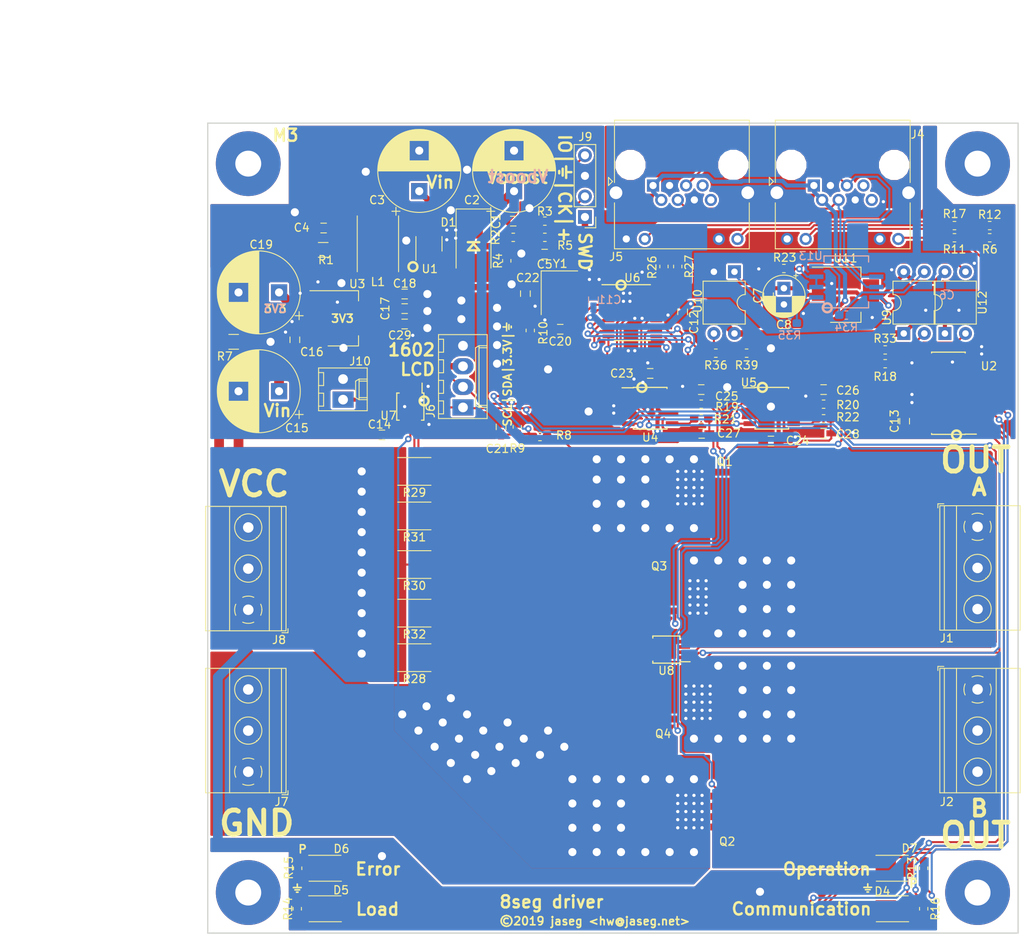
<source format=kicad_pcb>
(kicad_pcb (version 20171130) (host pcbnew "(5.0.1)")
  (layers (0 F.Cu signal) (31 B.Cu signal) (34 B.Paste user) (35 F.Paste user) (36 B.SilkS user) (37 F.SilkS user) (38 B.Mask user hide) (39 F.Mask user hide) (44 Edge.Cuts user))
  (net 0 "")
  (net 1 +VSW)
  (net 2 GND)
  (net 3 "Net-(C3-Pad1)")
  (net 4 /VBOOT_MON)
  (net 5 +3V3)
  (net 6 "Net-(C15-Pad1)")
  (net 7 /VIN_MON)
  (net 8 "Net-(D1-Pad2)")
  (net 9 /ISO_5V)
  (net 10 /ISO_GND)
  (net 11 "Net-(R2-Pad1)")
  (net 12 "Net-(R33-Pad2)")
  (net 13 "Net-(U7-Pad3)")
  (net 14 "Net-(U8-Pad3)")
  (net 15 /DRV1F)
  (net 16 /DRV2F)
  (net 17 /DRV3F)
  (net 18 /DRV4F)
  (net 19 /OUT_A)
  (net 20 /OUT_B)
  (net 21 /VIN)
  (net 22 /GND_MEAS)
  (net 23 /DRV1)
  (net 24 /DRV2)
  (net 25 /DRV3)
  (net 26 /DRV4)
  (net 27 /CTRL_B)
  (net 28 /CTRL_A)
  (net 29 /SWCLK)
  (net 30 /SWDIO)
  (net 31 /TX)
  (net 32 /RX)
  (net 33 /RX485_A)
  (net 34 /RS485_B)
  (net 35 /BUS_VCC)
  (net 36 /SDA)
  (net 37 /SCL)
  (net 38 "Net-(R6-Pad1)")
  (net 39 "Net-(R12-Pad1)")
  (net 40 /DE)
  (net 41 "Net-(R18-Pad2)")
  (net 42 /ISO_DE)
  (net 43 /ISO_DI)
  (net 44 "Net-(R35-Pad2)")
  (net 45 /ISO_RO)
  (net 46 "Net-(R36-Pad2)")
  (net 47 /SCK)
  (net 48 /MOSI)
  (net 49 /CLED1)
  (net 50 /CLED2)
  (net 51 "Net-(J4-Pad8)")
  (net 52 "Net-(J4-Pad7)")
  (net 53 "Net-(J5-Pad7)")
  (net 54 "Net-(J5-Pad8)")
  (net 55 /CLED4)
  (net 56 /CLED3)
  (net 57 "Net-(U2-Pad9)")
  (net 58 "Net-(R11-Pad1)")
  (net 59 /SLED1)
  (net 60 /SLED2)
  (net 61 /SLED3)
  (net 62 /SLED4)
  (net 63 "Net-(R17-Pad1)")
  (net 64 "Net-(D4-Pad1)")
  (net 65 "Net-(D5-Pad1)")
  (net 66 "Net-(D6-Pad1)")
  (net 67 "Net-(D7-Pad1)")
  (net 68 /XT1)
  (net 69 /XT2)
  (net 70 /RST)
  (module Connectors_Molex:Molex_KK-6410-04_04x2.54mm_Straight (layer F.Cu) (at 101.5 90.1 90)
    (fp_text reference J6 (at -0.45 -4 270) (layer F.SilkS))
    (fp_text value "1602 I2C LCD")
    (pad 4 thru_hole oval (at 7.62 0 90) (size 2 2.6) (drill 1.2) (layers *.Cu *.Mask) (net 2 GND))
    (pad 3 thru_hole oval (at 5.08 0 90) (size 2 2.6) (drill 1.2) (layers *.Cu *.Mask) (net 5 +3V3))
    (pad 2 thru_hole oval (at 2.54 0 90) (size 2 2.6) (drill 1.2) (layers *.Cu *.Mask) (net 36 /SDA))
    (pad 1 thru_hole rect (at 0 0 90) (size 2 2.6) (drill 1.2) (layers *.Cu *.Mask) (net 37 /SCL))
  )
  (module Package_SO:MSOP-10_3x3mm_P0.5mm (layer F.Cu) (at 95 90 270)
    (fp_text reference U7 (at 1.1 2.7) (layer F.SilkS))
    (fp_text value INA226)
    (pad 1 smd rect (at -2.2 -1 270) (size 1.4 0.3) (layers F.Cu F.Paste F.Mask) (net 2 GND))
    (pad 2 smd rect (at -2.2 -0.5 270) (size 1.4 0.3) (layers F.Cu F.Paste F.Mask) (net 2 GND))
    (pad 3 smd rect (at -2.2 0 270) (size 1.4 0.3) (layers F.Cu F.Paste F.Mask) (net 13 "Net-(U7-Pad3)"))
    (pad 4 smd rect (at -2.2 0.5 270) (size 1.4 0.3) (layers F.Cu F.Paste F.Mask) (net 36 /SDA))
    (pad 5 smd rect (at -2.2 1 270) (size 1.4 0.3) (layers F.Cu F.Paste F.Mask) (net 37 /SCL))
    (pad 6 smd rect (at 2.2 1 270) (size 1.4 0.3) (layers F.Cu F.Paste F.Mask) (net 5 +3V3))
    (pad 7 smd rect (at 2.2 0.5 270) (size 1.4 0.3) (layers F.Cu F.Paste F.Mask) (net 2 GND))
    (pad 8 smd rect (at 2.2 0 270) (size 1.4 0.3) (layers F.Cu F.Paste F.Mask) (net 21 /VIN))
    (pad 9 smd rect (at 2.2 -0.5 270) (size 1.4 0.3) (layers F.Cu F.Paste F.Mask) (net 2 GND))
    (pad 10 smd rect (at 2.2 -1 270) (size 1.4 0.3) (layers F.Cu F.Paste F.Mask) (net 22 /GND_MEAS))
  )
  (module Package_SO:TSSOP-20_4.4x6.5mm_P0.65mm (layer F.Cu) (at 122.4 78.4)
    (fp_text reference U6 (at 0 -4.3) (layer F.SilkS))
    (fp_text value STM32F030F4Px)
    (pad 1 smd rect (at -2.95 -2.925) (size 1.45 0.45) (layers F.Cu F.Paste F.Mask) (net 2 GND))
    (pad 2 smd rect (at -2.95 -2.275) (size 1.45 0.45) (layers F.Cu F.Paste F.Mask) (net 69 /XT2))
    (pad 3 smd rect (at -2.95 -1.625) (size 1.45 0.45) (layers F.Cu F.Paste F.Mask) (net 68 /XT1))
    (pad 4 smd rect (at -2.95 -0.975) (size 1.45 0.45) (layers F.Cu F.Paste F.Mask) (net 70 /RST))
    (pad 5 smd rect (at -2.95 -0.325) (size 1.45 0.45) (layers F.Cu F.Paste F.Mask) (net 5 +3V3))
    (pad 6 smd rect (at -2.95 0.325) (size 1.45 0.45) (layers F.Cu F.Paste F.Mask) (net 4 /VBOOT_MON))
    (pad 7 smd rect (at -2.95 0.975) (size 1.45 0.45) (layers F.Cu F.Paste F.Mask) (net 40 /DE))
    (pad 8 smd rect (at -2.95 1.625) (size 1.45 0.45) (layers F.Cu F.Paste F.Mask) (net 31 /TX))
    (pad 9 smd rect (at -2.95 2.275) (size 1.45 0.45) (layers F.Cu F.Paste F.Mask) (net 32 /RX))
    (pad 10 smd rect (at -2.95 2.925) (size 1.45 0.45) (layers F.Cu F.Paste F.Mask) (net 7 /VIN_MON))
    (pad 11 smd rect (at 2.95 2.925) (size 1.45 0.45) (layers F.Cu F.Paste F.Mask) (net 47 /SCK))
    (pad 12 smd rect (at 2.95 2.275) (size 1.45 0.45) (layers F.Cu F.Paste F.Mask) (net 28 /CTRL_A))
    (pad 13 smd rect (at 2.95 1.625) (size 1.45 0.45) (layers F.Cu F.Paste F.Mask) (net 48 /MOSI))
    (pad 14 smd rect (at 2.95 0.975) (size 1.45 0.45) (layers F.Cu F.Paste F.Mask) (net 27 /CTRL_B))
    (pad 15 smd rect (at 2.95 0.325) (size 1.45 0.45) (layers F.Cu F.Paste F.Mask) (net 2 GND))
    (pad 16 smd rect (at 2.95 -0.325) (size 1.45 0.45) (layers F.Cu F.Paste F.Mask) (net 5 +3V3))
    (pad 17 smd rect (at 2.95 -0.975) (size 1.45 0.45) (layers F.Cu F.Paste F.Mask) (net 37 /SCL))
    (pad 18 smd rect (at 2.95 -1.625) (size 1.45 0.45) (layers F.Cu F.Paste F.Mask) (net 36 /SDA))
    (pad 19 smd rect (at 2.95 -2.275) (size 1.45 0.45) (layers F.Cu F.Paste F.Mask) (net 30 /SWDIO))
    (pad 20 smd rect (at 2.95 -2.925) (size 1.45 0.45) (layers F.Cu F.Paste F.Mask) (net 29 /SWCLK))
  )
  (module Resistor_SMD:R_0603_1608Metric_Pad1.05x0.95mm_HandSolder (layer F.Cu) (at 111.6 67.1)
    (fp_text reference R3 (at 0 -1.2) (layer F.SilkS))
    (fp_text value 47k)
    (pad 1 smd roundrect (at -0.875 0) (size 1.05 0.95) (layers F.Cu F.Paste F.Mask) (net 1 +VSW))
    (pad 2 smd roundrect (at 0.875 0) (size 1.05 0.95) (layers F.Cu F.Paste F.Mask) (net 4 /VBOOT_MON))
  )
  (module Resistor_SMD:R_0603_1608Metric_Pad1.05x0.95mm_HandSolder (layer F.Cu) (at 136.5 83.4 180)
    (fp_text reference R39 (at 0 -1.5) (layer F.SilkS))
    (fp_text value 680)
    (pad 2 smd roundrect (at 0.875 0 180) (size 1.05 0.95) (layers F.Cu F.Paste F.Mask) (net 46 "Net-(R36-Pad2)"))
    (pad 1 smd roundrect (at -0.875 0 180) (size 1.05 0.95) (layers F.Cu F.Paste F.Mask) (net 2 GND))
  )
  (module Package_DIP:DIP-4_W7.62mm (layer F.Cu) (at 160.97 80.97 90)
    (fp_text reference U12 (at 3.81 4.63 90) (layer F.SilkS))
    (fp_text value PC817)
    (pad 1 thru_hole rect (at 0 0 90) (size 1.6 1.6) (drill 0.8) (layers *.Cu *.Mask) (net 5 +3V3))
    (pad 3 thru_hole oval (at 7.62 2.54 90) (size 1.6 1.6) (drill 0.8) (layers *.Cu *.Mask) (net 42 /ISO_DE))
    (pad 2 thru_hole oval (at 0 2.54 90) (size 1.6 1.6) (drill 0.8) (layers *.Cu *.Mask) (net 41 "Net-(R18-Pad2)"))
    (pad 4 thru_hole oval (at 7.62 0 90) (size 1.6 1.6) (drill 0.8) (layers *.Cu *.Mask) (net 9 /ISO_5V))
  )
  (module "footprints:Toshiba SOP Advance" (layer F.Cu) (at 130 100 90)
    (fp_text reference Q1 (at 3.2 3.8 180) (layer F.SilkS))
    (fp_text value TPHR6503PL)
    (pad 1 smd rect (at 0 -0.55 90) (size 4.7 3.75) (layers F.Cu F.Paste F.Mask) (net 21 /VIN))
    (pad 3 smd rect (at -1.905 3.5 90) (size 0.85 2.95) (layers F.Cu F.Paste F.Mask) (net 19 /OUT_A))
    (pad 3 smd rect (at -0.635 3.5 90) (size 0.85 2.95) (layers F.Cu F.Paste F.Mask) (net 19 /OUT_A))
    (pad 3 smd rect (at 0.635 3.5 90) (size 0.85 2.95) (layers F.Cu F.Paste F.Mask) (net 19 /OUT_A))
    (pad 2 smd rect (at 1.905 3.5 90) (size 0.85 2.95) (layers F.Cu F.Paste F.Mask) (net 18 /DRV4F))
    (pad 1 smd rect (at 1.905 -3.475 90) (size 0.85 3) (layers F.Cu F.Paste F.Mask) (net 21 /VIN))
    (pad 1 smd rect (at 0.635 -3.475 90) (size 0.85 3) (layers F.Cu F.Paste F.Mask) (net 21 /VIN))
    (pad 1 smd rect (at -0.635 -3.475 90) (size 0.85 3) (layers F.Cu F.Paste F.Mask) (net 21 /VIN))
    (pad 1 smd rect (at -1.905 -3.475 90) (size 0.85 3) (layers F.Cu F.Paste F.Mask) (net 21 /VIN))
  )
  (module "footprints:Toshiba SOP Advance" (layer F.Cu) (at 130 140 90)
    (fp_text reference Q2 (at -3.7 4.1 180) (layer F.SilkS))
    (fp_text value TPHR6503PL)
    (pad 1 smd rect (at 0 -0.55 90) (size 4.7 3.75) (layers F.Cu F.Paste F.Mask) (net 21 /VIN))
    (pad 3 smd rect (at -1.905 3.5 90) (size 0.85 2.95) (layers F.Cu F.Paste F.Mask) (net 20 /OUT_B))
    (pad 3 smd rect (at -0.635 3.5 90) (size 0.85 2.95) (layers F.Cu F.Paste F.Mask) (net 20 /OUT_B))
    (pad 3 smd rect (at 0.635 3.5 90) (size 0.85 2.95) (layers F.Cu F.Paste F.Mask) (net 20 /OUT_B))
    (pad 2 smd rect (at 1.905 3.5 90) (size 0.85 2.95) (layers F.Cu F.Paste F.Mask) (net 16 /DRV2F))
    (pad 1 smd rect (at 1.905 -3.475 90) (size 0.85 3) (layers F.Cu F.Paste F.Mask) (net 21 /VIN))
    (pad 1 smd rect (at 0.635 -3.475 90) (size 0.85 3) (layers F.Cu F.Paste F.Mask) (net 21 /VIN))
    (pad 1 smd rect (at -0.635 -3.475 90) (size 0.85 3) (layers F.Cu F.Paste F.Mask) (net 21 /VIN))
    (pad 1 smd rect (at -1.905 -3.475 90) (size 0.85 3) (layers F.Cu F.Paste F.Mask) (net 21 /VIN))
  )
  (module "footprints:Toshiba SOP Advance" (layer F.Cu) (at 130 113.3333 270)
    (fp_text reference Q3 (at -3.6333 4.3) (layer F.SilkS))
    (fp_text value TPHR6503PL)
    (pad 1 smd rect (at 0 -0.55 270) (size 4.7 3.75) (layers F.Cu F.Paste F.Mask) (net 19 /OUT_A))
    (pad 3 smd rect (at -1.905 3.5 270) (size 0.85 2.95) (layers F.Cu F.Paste F.Mask) (net 22 /GND_MEAS))
    (pad 3 smd rect (at -0.635 3.5 270) (size 0.85 2.95) (layers F.Cu F.Paste F.Mask) (net 22 /GND_MEAS))
    (pad 3 smd rect (at 0.635 3.5 270) (size 0.85 2.95) (layers F.Cu F.Paste F.Mask) (net 22 /GND_MEAS))
    (pad 2 smd rect (at 1.905 3.5 270) (size 0.85 2.95) (layers F.Cu F.Paste F.Mask) (net 17 /DRV3F))
    (pad 1 smd rect (at 1.905 -3.475 270) (size 0.85 3) (layers F.Cu F.Paste F.Mask) (net 19 /OUT_A))
    (pad 1 smd rect (at 0.635 -3.475 270) (size 0.85 3) (layers F.Cu F.Paste F.Mask) (net 19 /OUT_A))
    (pad 1 smd rect (at -0.635 -3.475 270) (size 0.85 3) (layers F.Cu F.Paste F.Mask) (net 19 /OUT_A))
    (pad 1 smd rect (at -1.905 -3.475 270) (size 0.85 3) (layers F.Cu F.Paste F.Mask) (net 19 /OUT_A))
  )
  (module "footprints:Toshiba SOP Advance" (layer F.Cu) (at 130 126.6667 270)
    (fp_text reference Q4 (at 3.7333 3.8) (layer F.SilkS))
    (fp_text value TPHR6503PL)
    (pad 1 smd rect (at 0 -0.55 270) (size 4.7 3.75) (layers F.Cu F.Paste F.Mask) (net 20 /OUT_B))
    (pad 3 smd rect (at -1.905 3.5 270) (size 0.85 2.95) (layers F.Cu F.Paste F.Mask) (net 22 /GND_MEAS))
    (pad 3 smd rect (at -0.635 3.5 270) (size 0.85 2.95) (layers F.Cu F.Paste F.Mask) (net 22 /GND_MEAS))
    (pad 3 smd rect (at 0.635 3.5 270) (size 0.85 2.95) (layers F.Cu F.Paste F.Mask) (net 22 /GND_MEAS))
    (pad 2 smd rect (at 1.905 3.5 270) (size 0.85 2.95) (layers F.Cu F.Paste F.Mask) (net 15 /DRV1F))
    (pad 1 smd rect (at 1.905 -3.475 270) (size 0.85 3) (layers F.Cu F.Paste F.Mask) (net 20 /OUT_B))
    (pad 1 smd rect (at 0.635 -3.475 270) (size 0.85 3) (layers F.Cu F.Paste F.Mask) (net 20 /OUT_B))
    (pad 1 smd rect (at -0.635 -3.475 270) (size 0.85 3) (layers F.Cu F.Paste F.Mask) (net 20 /OUT_B))
    (pad 1 smd rect (at -1.905 -3.475 270) (size 0.85 3) (layers F.Cu F.Paste F.Mask) (net 20 /OUT_B))
  )
  (module Capacitors_SMD:C_0603_HandSoldering (layer F.Cu) (at 107.7 67.1)
    (fp_text reference C1 (at -2.1 0 90) (layer F.SilkS))
    (fp_text value 10u)
    (pad 1 smd rect (at -0.95 0) (size 1.2 0.75) (layers F.Cu F.Paste F.Mask) (net 1 +VSW))
    (pad 2 smd rect (at 0.95 0) (size 1.2 0.75) (layers F.Cu F.Paste F.Mask) (net 2 GND))
  )
  (module Capacitors_SMD:C_0603_HandSoldering (layer F.Cu) (at 84.3 67.95 180)
    (fp_text reference C4 (at 2.7 0.05 180) (layer F.SilkS))
    (fp_text value 10u)
    (pad 1 smd rect (at -0.95 0 180) (size 1.2 0.75) (layers F.Cu F.Paste F.Mask) (net 3 "Net-(C3-Pad1)"))
    (pad 2 smd rect (at 0.95 0 180) (size 1.2 0.75) (layers F.Cu F.Paste F.Mask) (net 2 GND))
  )
  (module Capacitors_SMD:C_0603_HandSoldering (layer F.Cu) (at 111.574999 71.174999 180)
    (fp_text reference C5 (at 0 -1.25 180) (layer F.SilkS))
    (fp_text value 100n)
    (pad 1 smd rect (at -0.95 0 180) (size 1.2 0.75) (layers F.Cu F.Paste F.Mask) (net 4 /VBOOT_MON))
    (pad 2 smd rect (at 0.95 0 180) (size 1.2 0.75) (layers F.Cu F.Paste F.Mask) (net 2 GND))
  )
  (module Capacitors_SMD:C_0603_HandSoldering (layer B.Cu) (at 117.6 76.8 90)
    (fp_text reference C11 (at 0 2 180) (layer B.SilkS) (effects (justify mirror)))
    (fp_text value 100n)
    (pad 2 smd rect (at 0.95 0 90) (size 1.2 0.75) (layers B.Cu B.Paste B.Mask) (net 2 GND))
    (pad 1 smd rect (at -0.95 0 90) (size 1.2 0.75) (layers B.Cu B.Paste B.Mask) (net 5 +3V3))
  )
  (module Capacitors_SMD:C_0603_HandSoldering (layer F.Cu) (at 128.6 78.3 270)
    (fp_text reference C12 (at 1.3 -1.4 270) (layer F.SilkS))
    (fp_text value 100n)
    (pad 1 smd rect (at -0.95 0 270) (size 1.2 0.75) (layers F.Cu F.Paste F.Mask) (net 5 +3V3))
    (pad 2 smd rect (at 0.95 0 270) (size 1.2 0.75) (layers F.Cu F.Paste F.Mask) (net 2 GND))
  )
  (module Capacitors_SMD:C_0603_HandSoldering (layer F.Cu) (at 156 91.8 90)
    (fp_text reference C13 (at 0 -1.25 90) (layer F.SilkS))
    (fp_text value 100n)
    (pad 2 smd rect (at 0.95 0 90) (size 1.2 0.75) (layers F.Cu F.Paste F.Mask) (net 2 GND))
    (pad 1 smd rect (at -0.95 0 90) (size 1.2 0.75) (layers F.Cu F.Paste F.Mask) (net 5 +3V3))
  )
  (module Capacitors_SMD:C_0603_HandSoldering (layer F.Cu) (at 91.5 93.5 180)
    (fp_text reference C14 (at 0.3 1.3 180) (layer F.SilkS))
    (fp_text value 100n)
    (pad 1 smd rect (at -0.95 0 180) (size 1.2 0.75) (layers F.Cu F.Paste F.Mask) (net 5 +3V3))
    (pad 2 smd rect (at 0.95 0 180) (size 1.2 0.75) (layers F.Cu F.Paste F.Mask) (net 2 GND))
  )
  (module Capacitors_SMD:C_0603_HandSoldering (layer F.Cu) (at 80.75 81.75 90)
    (fp_text reference C16 (at -1.5 2.1 180) (layer F.SilkS))
    (fp_text value 1u)
    (pad 1 smd rect (at -0.95 0 90) (size 1.2 0.75) (layers F.Cu F.Paste F.Mask) (net 6 "Net-(C15-Pad1)"))
    (pad 2 smd rect (at 0.95 0 90) (size 1.2 0.75) (layers F.Cu F.Paste F.Mask) (net 2 GND))
  )
  (module Capacitors_SMD:C_0603_HandSoldering (layer F.Cu) (at 94.3 77.9)
    (fp_text reference C17 (at -2.4 0 90) (layer F.SilkS))
    (fp_text value 1u)
    (pad 2 smd rect (at 0.95 0) (size 1.2 0.75) (layers F.Cu F.Paste F.Mask) (net 2 GND))
    (pad 1 smd rect (at -0.95 0) (size 1.2 0.75) (layers F.Cu F.Paste F.Mask) (net 5 +3V3))
  )
  (module Capacitors_SMD:C_0603_HandSoldering (layer F.Cu) (at 94.3 76.1)
    (fp_text reference C18 (at 0 -1.3) (layer F.SilkS))
    (fp_text value 10u)
    (pad 2 smd rect (at 0.95 0) (size 1.2 0.75) (layers F.Cu F.Paste F.Mask) (net 2 GND))
    (pad 1 smd rect (at -0.95 0) (size 1.2 0.75) (layers F.Cu F.Paste F.Mask) (net 5 +3V3))
  )
  (module Capacitors_SMD:C_0603_HandSoldering (layer F.Cu) (at 113.5 80.45)
    (fp_text reference C20 (at 0 1.5) (layer F.SilkS))
    (fp_text value 12p)
    (pad 2 smd rect (at 0.95 0) (size 1.2 0.75) (layers F.Cu F.Paste F.Mask) (net 68 /XT1))
    (pad 1 smd rect (at -0.95 0) (size 1.2 0.75) (layers F.Cu F.Paste F.Mask) (net 2 GND))
  )
  (module Capacitors_SMD:C_0603_HandSoldering (layer F.Cu) (at 106.2 92.5 90)
    (fp_text reference C21 (at -2.7 -0.45 180) (layer F.SilkS))
    (fp_text value 100n)
    (pad 2 smd rect (at 0.95 0 90) (size 1.2 0.75) (layers F.Cu F.Paste F.Mask) (net 2 GND))
    (pad 1 smd rect (at -0.95 0 90) (size 1.2 0.75) (layers F.Cu F.Paste F.Mask) (net 7 /VIN_MON))
  )
  (module Capacitors_SMD:C_0603_HandSoldering (layer F.Cu) (at 109.2 76.05 90)
    (fp_text reference C22 (at 1.95 0.3) (layer F.SilkS))
    (fp_text value 12p)
    (pad 1 smd rect (at -0.95 0 90) (size 1.2 0.75) (layers F.Cu F.Paste F.Mask) (net 69 /XT2))
    (pad 2 smd rect (at 0.95 0 90) (size 1.2 0.75) (layers F.Cu F.Paste F.Mask) (net 2 GND))
  )
  (module Capacitors_SMD:C_0603_HandSoldering (layer F.Cu) (at 124.6 85.9 180)
    (fp_text reference C23 (at 3.5 0 180) (layer F.SilkS))
    (fp_text value 100n)
    (pad 2 smd rect (at 0.95 0 180) (size 1.2 0.75) (layers F.Cu F.Paste F.Mask) (net 2 GND))
    (pad 1 smd rect (at -0.95 0 180) (size 1.2 0.75) (layers F.Cu F.Paste F.Mask) (net 1 +VSW))
  )
  (module Capacitors_SMD:C_0603_HandSoldering (layer F.Cu) (at 139.5 94.25 180)
    (fp_text reference C24 (at -3.3 0.05 180) (layer F.SilkS))
    (fp_text value 100n)
    (pad 1 smd rect (at -0.95 0 180) (size 1.2 0.75) (layers F.Cu F.Paste F.Mask) (net 1 +VSW))
    (pad 2 smd rect (at 0.95 0 180) (size 1.2 0.75) (layers F.Cu F.Paste F.Mask) (net 2 GND))
  )
  (module Capacitors_SMD:C_0603_HandSoldering (layer F.Cu) (at 130.9 87.9 180)
    (fp_text reference C25 (at -3.15 -0.825 180) (layer F.SilkS))
    (fp_text value 0)
    (pad 2 smd rect (at 0.95 0 180) (size 1.2 0.75) (layers F.Cu F.Paste F.Mask) (net 2 GND))
    (pad 1 smd rect (at -0.95 0 180) (size 1.2 0.75) (layers F.Cu F.Paste F.Mask) (net 15 /DRV1F))
  )
  (module Capacitors_SMD:C_0603_HandSoldering (layer F.Cu) (at 146 87.9 180)
    (fp_text reference C26 (at -3 -0.1 180) (layer F.SilkS))
    (fp_text value 0)
    (pad 2 smd rect (at 0.95 0 180) (size 1.2 0.75) (layers F.Cu F.Paste F.Mask) (net 2 GND))
    (pad 1 smd rect (at -0.95 0 180) (size 1.2 0.75) (layers F.Cu F.Paste F.Mask) (net 16 /DRV2F))
  )
  (module Capacitors_SMD:C_0603_HandSoldering (layer F.Cu) (at 130.95 93.3)
    (fp_text reference C27 (at 3.35 0) (layer F.SilkS))
    (fp_text value 0)
    (pad 1 smd rect (at -0.95 0) (size 1.2 0.75) (layers F.Cu F.Paste F.Mask) (net 2 GND))
    (pad 2 smd rect (at 0.95 0) (size 1.2 0.75) (layers F.Cu F.Paste F.Mask) (net 17 /DRV3F))
  )
  (module Capacitors_SMD:C_0603_HandSoldering (layer F.Cu) (at 146 93.3)
    (fp_text reference C28 (at 3 0.1) (layer F.SilkS))
    (fp_text value 0)
    (pad 2 smd rect (at 0.95 0) (size 1.2 0.75) (layers F.Cu F.Paste F.Mask) (net 18 /DRV4F))
    (pad 1 smd rect (at -0.95 0) (size 1.2 0.75) (layers F.Cu F.Paste F.Mask) (net 2 GND))
  )
  (module Capacitors_SMD:C_0603_HandSoldering (layer F.Cu) (at 94.3 79.8)
    (fp_text reference C29 (at -0.6 1.4) (layer F.SilkS))
    (fp_text value 100n)
    (pad 2 smd rect (at 0.95 0) (size 1.2 0.75) (layers F.Cu F.Paste F.Mask) (net 2 GND))
    (pad 1 smd rect (at -0.95 0) (size 1.2 0.75) (layers F.Cu F.Paste F.Mask) (net 5 +3V3))
  )
  (module Diode_SMD:D_SMB_Handsoldering (layer F.Cu) (at 102.8 70.2 270)
    (fp_text reference D1 (at -2.95 3.1) (layer F.SilkS))
    (fp_text value "2A schottky")
    (pad 1 smd rect (at -2.7 0 270) (size 3.5 2.3) (layers F.Cu F.Paste F.Mask) (net 1 +VSW))
    (pad 2 smd rect (at 2.7 0 270) (size 3.5 2.3) (layers F.Cu F.Paste F.Mask) (net 8 "Net-(D1-Pad2)"))
  )
  (module LED_SMD:LED_PLCC_2835_Handsoldering (layer F.Cu) (at 155 152)
    (fp_text reference D4 (at -1.75 -2.15) (layer F.SilkS))
    (fp_text value cyan)
    (pad 1 smd rect (at -1.33 0 180) (size 2.5 2.1) (layers F.Cu F.Paste F.Mask) (net 64 "Net-(D4-Pad1)"))
    (pad 2 smd rect (at 1.33 0 180) (size 1.5 2.1) (layers F.Cu F.Paste F.Mask) (net 5 +3V3))
  )
  (module LED_SMD:LED_PLCC_2835_Handsoldering (layer F.Cu) (at 85 152)
    (fp_text reference D5 (at 1.45 -2.3) (layer F.SilkS))
    (fp_text value cyan)
    (pad 2 smd rect (at 1.33 0 180) (size 1.5 2.1) (layers F.Cu F.Paste F.Mask) (net 5 +3V3))
    (pad 1 smd rect (at -1.33 0 180) (size 2.5 2.1) (layers F.Cu F.Paste F.Mask) (net 65 "Net-(D5-Pad1)"))
  )
  (module LED_SMD:LED_PLCC_2835_Handsoldering (layer F.Cu) (at 85 147)
    (fp_text reference D6 (at 1.5 -2.4) (layer F.SilkS))
    (fp_text value pink)
    (pad 2 smd rect (at 1.33 0 180) (size 1.5 2.1) (layers F.Cu F.Paste F.Mask) (net 5 +3V3))
    (pad 1 smd rect (at -1.33 0 180) (size 2.5 2.1) (layers F.Cu F.Paste F.Mask) (net 66 "Net-(D6-Pad1)"))
  )
  (module LED_SMD:LED_PLCC_2835_Handsoldering (layer F.Cu) (at 155 147)
    (fp_text reference D7 (at 1.6 -2.45) (layer F.SilkS))
    (fp_text value pink)
    (pad 1 smd rect (at -1.33 0 180) (size 2.5 2.1) (layers F.Cu F.Paste F.Mask) (net 67 "Net-(D7-Pad1)"))
    (pad 2 smd rect (at 1.33 0 180) (size 1.5 2.1) (layers F.Cu F.Paste F.Mask) (net 5 +3V3))
  )
  (module TerminalBlock_Phoenix:TerminalBlock_Phoenix_MKDS-1,5-3-5.08_1x03_P5.08mm_Horizontal (layer F.Cu) (at 165 104.84 270)
    (fp_text reference J1 (at 13.76 3.8) (layer F.SilkS))
    (fp_text value OUT_A)
    (pad 1 thru_hole rect (at 0 0 270) (size 2.6 2.6) (drill 1.3) (layers *.Cu *.Mask) (net 19 /OUT_A))
    (pad 2 thru_hole circle (at 5.08 0 270) (size 2.6 2.6) (drill 1.3) (layers *.Cu *.Mask) (net 19 /OUT_A))
    (pad 3 thru_hole circle (at 10.16 0 270) (size 2.6 2.6) (drill 1.3) (layers *.Cu *.Mask) (net 19 /OUT_A))
  )
  (module TerminalBlock_Phoenix:TerminalBlock_Phoenix_MKDS-1,5-3-5.08_1x03_P5.08mm_Horizontal (layer F.Cu) (at 165 124.92 270)
    (fp_text reference J2 (at 13.88 3.8) (layer F.SilkS))
    (fp_text value OUT_B)
    (pad 3 thru_hole circle (at 10.16 0 270) (size 2.6 2.6) (drill 1.3) (layers *.Cu *.Mask) (net 20 /OUT_B))
    (pad 2 thru_hole circle (at 5.08 0 270) (size 2.6 2.6) (drill 1.3) (layers *.Cu *.Mask) (net 20 /OUT_B))
    (pad 1 thru_hole rect (at 0 0 270) (size 2.6 2.6) (drill 1.3) (layers *.Cu *.Mask) (net 20 /OUT_B))
  )
  (module TerminalBlock_Phoenix:TerminalBlock_Phoenix_MKDS-1,5-3-5.08_1x03_P5.08mm_Horizontal (layer F.Cu) (at 75 135.08 90)
    (fp_text reference J7 (at -3.72 4.1 180) (layer F.SilkS))
    (fp_text value IN_VCC)
    (pad 3 thru_hole circle (at 10.16 0 90) (size 2.6 2.6) (drill 1.3) (layers *.Cu *.Mask) (net 21 /VIN))
    (pad 2 thru_hole circle (at 5.08 0 90) (size 2.6 2.6) (drill 1.3) (layers *.Cu *.Mask) (net 21 /VIN))
    (pad 1 thru_hole rect (at 0 0 90) (size 2.6 2.6) (drill 1.3) (layers *.Cu *.Mask) (net 21 /VIN))
  )
  (module TerminalBlock_Phoenix:TerminalBlock_Phoenix_MKDS-1,5-3-5.08_1x03_P5.08mm_Horizontal (layer F.Cu) (at 75 115.08 90)
    (fp_text reference J8 (at -3.72 3.8 180) (layer F.SilkS))
    (fp_text value IN_GND)
    (pad 1 thru_hole rect (at 0 0 90) (size 2.6 2.6) (drill 1.3) (layers *.Cu *.Mask) (net 2 GND))
    (pad 2 thru_hole circle (at 5.08 0 90) (size 2.6 2.6) (drill 1.3) (layers *.Cu *.Mask) (net 2 GND))
    (pad 3 thru_hole circle (at 10.16 0 90) (size 2.6 2.6) (drill 1.3) (layers *.Cu *.Mask) (net 2 GND))
  )
  (module Inductor_SMD:L_Taiyo-Yuden_NR-50xx_HandSoldering (layer F.Cu) (at 91 69.9 270)
    (fp_text reference L1 (at 4.7 0) (layer F.SilkS))
    (fp_text value 10u)
    (pad 1 smd rect (at -2.25 0 270) (size 2.4 4.2) (layers F.Cu F.Paste F.Mask) (net 3 "Net-(C3-Pad1)"))
    (pad 2 smd rect (at 2.25 0 270) (size 2.4 4.2) (layers F.Cu F.Paste F.Mask) (net 8 "Net-(D1-Pad2)"))
  )
  (module Resistor_SMD:R_0603_1608Metric_Pad1.05x0.95mm_HandSolder (layer F.Cu) (at 107.7 69.1)
    (fp_text reference R2 (at -2.2 0 90) (layer F.SilkS))
    (fp_text value 100k)
    (pad 2 smd roundrect (at 0.875 0) (size 1.05 0.95) (layers F.Cu F.Paste F.Mask) (net 1 +VSW))
    (pad 1 smd roundrect (at -0.875 0) (size 1.05 0.95) (layers F.Cu F.Paste F.Mask) (net 11 "Net-(R2-Pad1)"))
  )
  (module Resistor_SMD:R_0603_1608Metric_Pad1.05x0.95mm_HandSolder (layer F.Cu) (at 106.9 72 90)
    (fp_text reference R4 (at 0 -1.1 270) (layer F.SilkS))
    (fp_text value 3k3)
    (pad 2 smd roundrect (at 0.875 0 90) (size 1.05 0.95) (layers F.Cu F.Paste F.Mask) (net 11 "Net-(R2-Pad1)"))
    (pad 1 smd roundrect (at -0.875 0 90) (size 1.05 0.95) (layers F.Cu F.Paste F.Mask) (net 2 GND))
  )
  (module Resistor_SMD:R_0603_1608Metric_Pad1.05x0.95mm_HandSolder (layer F.Cu) (at 111.6 69.1)
    (fp_text reference R5 (at 2.5 1) (layer F.SilkS))
    (fp_text value 10k)
    (pad 1 smd roundrect (at -0.875 0) (size 1.05 0.95) (layers F.Cu F.Paste F.Mask) (net 2 GND))
    (pad 2 smd roundrect (at 0.875 0) (size 1.05 0.95) (layers F.Cu F.Paste F.Mask) (net 4 /VBOOT_MON))
  )
  (module Resistor_SMD:R_1206_3216Metric_Pad1.42x1.75mm_HandSolder (layer F.Cu) (at 73.2 82)
    (fp_text reference R7 (at -1.1 1.8) (layer F.SilkS))
    (fp_text value "10R .5W")
    (pad 1 smd roundrect (at -1.4875 0) (size 1.425 1.75) (layers F.Cu F.Paste F.Mask) (roundrect_rratio 0.175439) (net 21 /VIN))
    (pad 2 smd roundrect (at 1.4875 0) (size 1.425 1.75) (layers F.Cu F.Paste F.Mask) (roundrect_rratio 0.175439) (net 6 "Net-(C15-Pad1)"))
  )
  (module Resistor_SMD:R_0603_1608Metric_Pad1.05x0.95mm_HandSolder (layer F.Cu) (at 111 93.7 180)
    (fp_text reference R8 (at -2.95 0.15) (layer F.SilkS))
    (fp_text value 47k)
    (pad 2 smd roundrect (at 0.875 0 180) (size 1.05 0.95) (layers F.Cu F.Paste F.Mask) (net 7 /VIN_MON))
    (pad 1 smd roundrect (at -0.875 0 180) (size 1.05 0.95) (layers F.Cu F.Paste F.Mask) (net 21 /VIN))
  )
  (module Resistor_SMD:R_0603_1608Metric_Pad1.05x0.95mm_HandSolder (layer F.Cu) (at 108.2 92.5 270)
    (fp_text reference R9 (at 2.65 0) (layer F.SilkS))
    (fp_text value 10k)
    (pad 1 smd roundrect (at -0.875 0 270) (size 1.05 0.95) (layers F.Cu F.Paste F.Mask) (net 2 GND))
    (pad 2 smd roundrect (at 0.875 0 270) (size 1.05 0.95) (layers F.Cu F.Paste F.Mask) (net 7 /VIN_MON))
  )
  (module Resistor_SMD:R_0603_1608Metric_Pad1.05x0.95mm_HandSolder (layer F.Cu) (at 109.8 80.6 90)
    (fp_text reference R10 (at -0.3 1.6 90) (layer F.SilkS))
    (fp_text value 10k)
    (pad 2 smd roundrect (at 0.875 0 90) (size 1.05 0.95) (layers F.Cu F.Paste F.Mask) (net 5 +3V3))
    (pad 1 smd roundrect (at -0.875 0 90) (size 1.05 0.95) (layers F.Cu F.Paste F.Mask) (net 70 /RST))
  )
  (module Resistor_SMD:R_0603_1608Metric_Pad1.05x0.95mm_HandSolder (layer F.Cu) (at 158.35 147 90)
    (fp_text reference R13 (at 0 -1.43 90) (layer F.SilkS))
    (fp_text value 150)
    (pad 1 smd roundrect (at -0.875 0 90) (size 1.05 0.95) (layers F.Cu F.Paste F.Mask) (net 59 /SLED1))
    (pad 2 smd roundrect (at 0.875 0 90) (size 1.05 0.95) (layers F.Cu F.Paste F.Mask) (net 67 "Net-(D7-Pad1)"))
  )
  (module Resistor_SMD:R_0603_1608Metric_Pad1.05x0.95mm_HandSolder (layer F.Cu) (at 81.05 152 90)
    (fp_text reference R14 (at 0 -1.15 90) (layer F.SilkS))
    (fp_text value 150)
    (pad 2 smd roundrect (at 0.875 0 90) (size 1.05 0.95) (layers F.Cu F.Paste F.Mask) (net 65 "Net-(D5-Pad1)"))
    (pad 1 smd roundrect (at -0.875 0 90) (size 1.05 0.95) (layers F.Cu F.Paste F.Mask) (net 60 /SLED2))
  )
  (module Resistor_SMD:R_0603_1608Metric_Pad1.05x0.95mm_HandSolder (layer F.Cu) (at 81.1 147 90)
    (fp_text reference R15 (at 0.05 -1.1 90) (layer F.SilkS))
    (fp_text value 150)
    (pad 2 smd roundrect (at 0.875 0 90) (size 1.05 0.95) (layers F.Cu F.Paste F.Mask) (net 66 "Net-(D6-Pad1)"))
    (pad 1 smd roundrect (at -0.875 0 90) (size 1.05 0.95) (layers F.Cu F.Paste F.Mask) (net 61 /SLED3))
  )
  (module Resistor_SMD:R_0603_1608Metric_Pad1.05x0.95mm_HandSolder (layer F.Cu) (at 158.35 152 270)
    (fp_text reference R16 (at 0 -1.43 270) (layer F.SilkS))
    (fp_text value 150)
    (pad 2 smd roundrect (at 0.875 0 270) (size 1.05 0.95) (layers F.Cu F.Paste F.Mask) (net 64 "Net-(D4-Pad1)"))
    (pad 1 smd roundrect (at -0.875 0 270) (size 1.05 0.95) (layers F.Cu F.Paste F.Mask) (net 62 /SLED4))
  )
  (module Resistor_SMD:R_0603_1608Metric_Pad1.05x0.95mm_HandSolder (layer F.Cu) (at 130.9 89.7 180)
    (fp_text reference R19 (at -3.175 -0.325 180) (layer F.SilkS))
    (fp_text value 0R)
    (pad 1 smd roundrect (at -0.875 0 180) (size 1.05 0.95) (layers F.Cu F.Paste F.Mask) (net 15 /DRV1F))
    (pad 2 smd roundrect (at 0.875 0 180) (size 1.05 0.95) (layers F.Cu F.Paste F.Mask) (net 23 /DRV1))
  )
  (module Resistor_SMD:R_0603_1608Metric_Pad1.05x0.95mm_HandSolder (layer F.Cu) (at 146 89.7 180)
    (fp_text reference R20 (at -3 -0.1) (layer F.SilkS))
    (fp_text value 0R)
    (pad 2 smd roundrect (at 0.875 0 180) (size 1.05 0.95) (layers F.Cu F.Paste F.Mask) (net 24 /DRV2))
    (pad 1 smd roundrect (at -0.875 0 180) (size 1.05 0.95) (layers F.Cu F.Paste F.Mask) (net 16 /DRV2F))
  )
  (module Resistor_SMD:R_0603_1608Metric_Pad1.05x0.95mm_HandSolder (layer F.Cu) (at 130.9 91.5 180)
    (fp_text reference R21 (at -3 -0.05 180) (layer F.SilkS))
    (fp_text value 0R)
    (pad 1 smd roundrect (at -0.875 0 180) (size 1.05 0.95) (layers F.Cu F.Paste F.Mask) (net 17 /DRV3F))
    (pad 2 smd roundrect (at 0.875 0 180) (size 1.05 0.95) (layers F.Cu F.Paste F.Mask) (net 25 /DRV3))
  )
  (module Resistor_SMD:R_0603_1608Metric_Pad1.05x0.95mm_HandSolder (layer F.Cu) (at 146 91.5 180)
    (fp_text reference R22 (at -3 0.2 180) (layer F.SilkS))
    (fp_text value 0R)
    (pad 2 smd roundrect (at 0.875 0 180) (size 1.05 0.95) (layers F.Cu F.Paste F.Mask) (net 26 /DRV4))
    (pad 1 smd roundrect (at -0.875 0 180) (size 1.05 0.95) (layers F.Cu F.Paste F.Mask) (net 18 /DRV4F))
  )
  (module Resistor_SMD:R_0603_1608Metric_Pad1.05x0.95mm_HandSolder (layer F.Cu) (at 141.1 72.95 180)
    (fp_text reference R23 (at -0.1 1.35 180) (layer F.SilkS))
    (fp_text value 720)
    (pad 1 smd roundrect (at -0.875 0 180) (size 1.05 0.95) (layers F.Cu F.Paste F.Mask) (net 42 /ISO_DE))
    (pad 2 smd roundrect (at 0.875 0 180) (size 1.05 0.95) (layers F.Cu F.Paste F.Mask) (net 10 /ISO_GND))
  )
  (module Resistor_SMD:R_0603_1608Metric_Pad1.05x0.95mm_HandSolder (layer F.Cu) (at 126.3 72.7 270)
    (fp_text reference R26 (at 0.1 1.45 270) (layer F.SilkS))
    (fp_text value 1k5)
    (pad 1 smd roundrect (at -0.875 0 270) (size 1.05 0.95) (layers F.Cu F.Paste F.Mask) (net 5 +3V3))
    (pad 2 smd roundrect (at 0.875 0 270) (size 1.05 0.95) (layers F.Cu F.Paste F.Mask) (net 36 /SDA))
  )
  (module Resistor_SMD:R_0603_1608Metric_Pad1.05x0.95mm_HandSolder (layer F.Cu) (at 128 72.7 270)
    (fp_text reference R27 (at 0 -1.43 270) (layer F.SilkS))
    (fp_text value 1k5)
    (pad 2 smd roundrect (at 0.875 0 270) (size 1.05 0.95) (layers F.Cu F.Paste F.Mask) (net 37 /SCL))
    (pad 1 smd roundrect (at -0.875 0 270) (size 1.05 0.95) (layers F.Cu F.Paste F.Mask) (net 5 +3V3))
  )
  (module Resistor_SMD:R_2512_6332Metric_Pad1.52x3.35mm_HandSolder (layer F.Cu) (at 95.5 121 180)
    (fp_text reference R28 (at 0 -2.62 180) (layer F.SilkS))
    (fp_text value "5mR 1W 2512")
    (pad 2 smd roundrect (at 2.9875 0 180) (size 1.525 3.35) (layers F.Cu F.Paste F.Mask) (roundrect_rratio 0.163934) (net 2 GND))
    (pad 1 smd roundrect (at -2.9875 0 180) (size 1.525 3.35) (layers F.Cu F.Paste F.Mask) (roundrect_rratio 0.163934) (net 22 /GND_MEAS))
  )
  (module Resistor_SMD:R_2512_6332Metric_Pad1.52x3.35mm_HandSolder (layer F.Cu) (at 95.5 98 180)
    (fp_text reference R29 (at 0 -2.62 180) (layer F.SilkS))
    (fp_text value "5mR 1W")
    (pad 1 smd roundrect (at -2.9875 0 180) (size 1.525 3.35) (layers F.Cu F.Paste F.Mask) (roundrect_rratio 0.163934) (net 22 /GND_MEAS))
    (pad 2 smd roundrect (at 2.9875 0 180) (size 1.525 3.35) (layers F.Cu F.Paste F.Mask) (roundrect_rratio 0.163934) (net 2 GND))
  )
  (module Resistor_SMD:R_2512_6332Metric_Pad1.52x3.35mm_HandSolder (layer F.Cu) (at 95.5 109.5 180)
    (fp_text reference R30 (at 0 -2.62 180) (layer F.SilkS))
    (fp_text value "5mR 1W")
    (pad 1 smd roundrect (at -2.9875 0 180) (size 1.525 3.35) (layers F.Cu F.Paste F.Mask) (roundrect_rratio 0.163934) (net 22 /GND_MEAS))
    (pad 2 smd roundrect (at 2.9875 0 180) (size 1.525 3.35) (layers F.Cu F.Paste F.Mask) (roundrect_rratio 0.163934) (net 2 GND))
  )
  (module Resistor_SMD:R_2512_6332Metric_Pad1.52x3.35mm_HandSolder (layer F.Cu) (at 95.5 103.5 180)
    (fp_text reference R31 (at 0 -2.62 180) (layer F.SilkS))
    (fp_text value "5mR 1W")
    (pad 2 smd roundrect (at 2.9875 0 180) (size 1.525 3.35) (layers F.Cu F.Paste F.Mask) (roundrect_rratio 0.163934) (net 2 GND))
    (pad 1 smd roundrect (at -2.9875 0 180) (size 1.525 3.35) (layers F.Cu F.Paste F.Mask) (roundrect_rratio 0.163934) (net 22 /GND_MEAS))
  )
  (module Resistor_SMD:R_2512_6332Metric_Pad1.52x3.35mm_HandSolder (layer F.Cu) (at 95.5 115.5 180)
    (fp_text reference R32 (at 0 -2.62 180) (layer F.SilkS))
    (fp_text value "5mR 1W")
    (pad 1 smd roundrect (at -2.9875 0 180) (size 1.525 3.35) (layers F.Cu F.Paste F.Mask) (roundrect_rratio 0.163934) (net 22 /GND_MEAS))
    (pad 2 smd roundrect (at 2.9875 0 180) (size 1.525 3.35) (layers F.Cu F.Paste F.Mask) (roundrect_rratio 0.163934) (net 2 GND))
  )
  (module Resistor_SMD:R_0603_1608Metric_Pad1.05x0.95mm_HandSolder (layer F.Cu) (at 153.6 83)
    (fp_text reference R33 (at 0 -1.4 -180) (layer F.SilkS))
    (fp_text value 390)
    (pad 1 smd roundrect (at -0.875 0) (size 1.05 0.95) (layers F.Cu F.Paste F.Mask) (net 31 /TX))
    (pad 2 smd roundrect (at 0.875 0) (size 1.05 0.95) (layers F.Cu F.Paste F.Mask) (net 12 "Net-(R33-Pad2)"))
  )
  (module Resistor_SMD:R_0603_1608Metric_Pad1.05x0.95mm_HandSolder (layer B.Cu) (at 148.8 78.7)
    (fp_text reference R34 (at 0 1.5) (layer B.SilkS) (effects (justify mirror)))
    (fp_text value 720)
    (pad 1 smd roundrect (at -0.875 0) (size 1.05 0.95) (layers B.Cu B.Paste B.Mask) (net 43 /ISO_DI))
    (pad 2 smd roundrect (at 0.875 0) (size 1.05 0.95) (layers B.Cu B.Paste B.Mask) (net 10 /ISO_GND))
  )
  (module Resistor_SMD:R_0603_1608Metric_Pad1.05x0.95mm_HandSolder (layer B.Cu) (at 141.824381 79.685249 180)
    (fp_text reference R35 (at 0.024381 -1.514751 180) (layer B.SilkS) (effects (justify mirror)))
    (fp_text value 390)
    (pad 2 smd roundrect (at 0.875 0 180) (size 1.05 0.95) (layers B.Cu B.Paste B.Mask) (net 44 "Net-(R35-Pad2)"))
    (pad 1 smd roundrect (at -0.875 0 180) (size 1.05 0.95) (layers B.Cu B.Paste B.Mask) (net 45 /ISO_RO))
  )
  (module Resistor_SMD:R_0603_1608Metric_Pad1.05x0.95mm_HandSolder (layer F.Cu) (at 132.7 83.4)
    (fp_text reference R36 (at 0 1.5 -180) (layer F.SilkS))
    (fp_text value 10k)
    (pad 1 smd roundrect (at -0.875 0) (size 1.05 0.95) (layers F.Cu F.Paste F.Mask) (net 32 /RX))
    (pad 2 smd roundrect (at 0.875 0) (size 1.05 0.95) (layers F.Cu F.Paste F.Mask) (net 46 "Net-(R36-Pad2)"))
  )
  (module Package_TO_SOT_SMD:SOT-23-6_Handsoldering (layer F.Cu) (at 97.3 69.9 90)
    (fp_text reference U1 (at -3.1 0.1 180) (layer F.SilkS))
    (fp_text value MT3608)
    (pad 1 smd rect (at -1.35 -0.95 90) (size 1.56 0.65) (layers F.Cu F.Paste F.Mask) (net 8 "Net-(D1-Pad2)"))
    (pad 2 smd rect (at -1.35 0 90) (size 1.56 0.65) (layers F.Cu F.Paste F.Mask) (net 2 GND))
    (pad 3 smd rect (at -1.35 0.95 90) (size 1.56 0.65) (layers F.Cu F.Paste F.Mask) (net 11 "Net-(R2-Pad1)"))
    (pad 4 smd rect (at 1.35 0.95 90) (size 1.56 0.65) (layers F.Cu F.Paste F.Mask) (net 3 "Net-(C3-Pad1)"))
    (pad 6 smd rect (at 1.35 -0.95 90) (size 1.56 0.65) (layers F.Cu F.Paste F.Mask))
    (pad 5 smd rect (at 1.35 0 90) (size 1.56 0.65) (layers F.Cu F.Paste F.Mask) (net 3 "Net-(C3-Pad1)"))
  )
  (module Package_TO_SOT_SMD:SOT-223-3_TabPin2 (layer F.Cu) (at 86.7 79.1)
    (fp_text reference U3 (at 1.75 -4.25) (layer F.SilkS))
    (fp_text value AMS1117-3.3)
    (pad 2 smd rect (at 3.15 0) (size 2 3.8) (layers F.Cu F.Paste F.Mask) (net 5 +3V3))
    (pad 2 smd rect (at -3.15 0) (size 2 1.5) (layers F.Cu F.Paste F.Mask) (net 5 +3V3))
    (pad 3 smd rect (at -3.15 2.3) (size 2 1.5) (layers F.Cu F.Paste F.Mask) (net 6 "Net-(C15-Pad1)"))
    (pad 1 smd rect (at -3.15 -2.3) (size 2 1.5) (layers F.Cu F.Paste F.Mask) (net 2 GND))
  )
  (module Package_DIP:DIP-4_W7.62mm (layer F.Cu) (at 155.89 80.97 90)
    (fp_text reference U9 (at 1.97 -2.09 90) (layer F.SilkS))
    (fp_text value PC817)
    (pad 4 thru_hole oval (at 7.62 0 90) (size 1.6 1.6) (drill 0.8) (layers *.Cu *.Mask) (net 9 /ISO_5V))
    (pad 2 thru_hole oval (at 0 2.54 90) (size 1.6 1.6) (drill 0.8) (layers *.Cu *.Mask) (net 12 "Net-(R33-Pad2)"))
    (pad 3 thru_hole oval (at 7.62 2.54 90) (size 1.6 1.6) (drill 0.8) (layers *.Cu *.Mask) (net 43 /ISO_DI))
    (pad 1 thru_hole rect (at 0 0 90) (size 1.6 1.6) (drill 0.8) (layers *.Cu *.Mask) (net 5 +3V3))
  )
  (module Package_DIP:DIP-4_W7.62mm (layer F.Cu) (at 135 73.35 270)
    (fp_text reference U10 (at 3.62 4.55 270) (layer F.SilkS))
    (fp_text value PC817)
    (pad 1 thru_hole rect (at 0 0 270) (size 1.6 1.6) (drill 0.8) (layers *.Cu *.Mask) (net 44 "Net-(R35-Pad2)"))
    (pad 3 thru_hole oval (at 7.62 2.54 270) (size 1.6 1.6) (drill 0.8) (layers *.Cu *.Mask) (net 46 "Net-(R36-Pad2)"))
    (pad 2 thru_hole oval (at 0 2.54 270) (size 1.6 1.6) (drill 0.8) (layers *.Cu *.Mask) (net 10 /ISO_GND))
    (pad 4 thru_hole oval (at 7.62 0 270) (size 1.6 1.6) (drill 0.8) (layers *.Cu *.Mask) (net 5 +3V3))
  )
  (module Crystal:Crystal_SMD_3225-4Pin_3.2x2.5mm_HandSoldering (layer F.Cu) (at 113.4 75.95 270)
    (fp_text reference Y1 (at -3.6 -0.1) (layer F.SilkS))
    (fp_text value 8MHz)
    (pad 1 smd rect (at -1.45 1.15 270) (size 2.1 1.8) (layers F.Cu F.Paste F.Mask) (net 69 /XT2))
    (pad 2 smd rect (at 1.45 1.15 270) (size 2.1 1.8) (layers F.Cu F.Paste F.Mask) (net 2 GND))
    (pad 3 smd rect (at 1.45 -1.15 270) (size 2.1 1.8) (layers F.Cu F.Paste F.Mask) (net 68 /XT1))
    (pad 4 smd rect (at -1.45 -1.15 270) (size 2.1 1.8) (layers F.Cu F.Paste F.Mask) (net 2 GND))
  )
  (module MountingHole:MountingHole_3.2mm_M3 (layer F.Cu) (at 75 60)
    (fp_text reference H1 hide)
    (fp_text value MountingHole)
    (pad 1 np_thru_hole circle (at 0 0) (size 8 8) (drill 3.2) (layers *.Cu *.Mask))
  )
  (module MountingHole:MountingHole_3.2mm_M3 (layer F.Cu) (at 165 60)
    (fp_text reference H2 hide)
    (fp_text value MountingHole)
    (pad 1 np_thru_hole circle (at 0 0) (size 8 8) (drill 3.2) (layers *.Cu *.Mask))
  )
  (module MountingHole:MountingHole_3.2mm_M3 (layer F.Cu) (at 75 150)
    (fp_text reference H3 hide)
    (fp_text value MountingHole)
    (pad 1 np_thru_hole circle (at 0 0) (size 8 8) (drill 3.2) (layers *.Cu *.Mask))
  )
  (module MountingHole:MountingHole_3.2mm_M3 (layer F.Cu) (at 165 150)
    (fp_text reference H4 hide)
    (fp_text value MountingHole)
    (pad 1 np_thru_hole circle (at 0 0) (size 8 8) (drill 3.2) (layers *.Cu *.Mask))
  )
  (module Package_SO:SOIC-8_3.9x4.9mm_P1.27mm (layer F.Cu) (at 124.6 90.2)
    (fp_text reference U4 (at 0 3.6) (layer F.SilkS))
    (fp_text value TC4427)
    (pad 8 smd rect (at 2.7 -1.905) (size 1.55 0.6) (layers F.Cu F.Paste F.Mask))
    (pad 7 smd rect (at 2.7 -0.635) (size 1.55 0.6) (layers F.Cu F.Paste F.Mask) (net 23 /DRV1))
    (pad 6 smd rect (at 2.7 0.635) (size 1.55 0.6) (layers F.Cu F.Paste F.Mask) (net 1 +VSW))
    (pad 5 smd rect (at 2.7 1.905) (size 1.55 0.6) (layers F.Cu F.Paste F.Mask) (net 25 /DRV3))
    (pad 4 smd rect (at -2.7 1.905) (size 1.55 0.6) (layers F.Cu F.Paste F.Mask) (net 27 /CTRL_B))
    (pad 3 smd rect (at -2.7 0.635) (size 1.55 0.6) (layers F.Cu F.Paste F.Mask) (net 2 GND))
    (pad 2 smd rect (at -2.7 -0.635) (size 1.55 0.6) (layers F.Cu F.Paste F.Mask) (net 28 /CTRL_A))
    (pad 1 smd rect (at -2.7 -1.905) (size 1.55 0.6) (layers F.Cu F.Paste F.Mask))
  )
  (module Package_SO:SOIC-8_3.9x4.9mm_P1.27mm (layer F.Cu) (at 139.6 90.2)
    (fp_text reference U5 (at -2.825 -3.175) (layer F.SilkS))
    (fp_text value TC4427)
    (pad 1 smd rect (at -2.7 -1.905) (size 1.55 0.6) (layers F.Cu F.Paste F.Mask))
    (pad 2 smd rect (at -2.7 -0.635) (size 1.55 0.6) (layers F.Cu F.Paste F.Mask) (net 27 /CTRL_B))
    (pad 3 smd rect (at -2.7 0.635) (size 1.55 0.6) (layers F.Cu F.Paste F.Mask) (net 2 GND))
    (pad 4 smd rect (at -2.7 1.905) (size 1.55 0.6) (layers F.Cu F.Paste F.Mask) (net 28 /CTRL_A))
    (pad 5 smd rect (at 2.7 1.905) (size 1.55 0.6) (layers F.Cu F.Paste F.Mask) (net 26 /DRV4))
    (pad 6 smd rect (at 2.7 0.635) (size 1.55 0.6) (layers F.Cu F.Paste F.Mask) (net 1 +VSW))
    (pad 7 smd rect (at 2.7 -0.635) (size 1.55 0.6) (layers F.Cu F.Paste F.Mask) (net 24 /DRV2))
    (pad 8 smd rect (at 2.7 -1.905) (size 1.55 0.6) (layers F.Cu F.Paste F.Mask))
  )
  (module Capacitor_THT:CP_Radial_D10.0mm_P5.00mm (layer F.Cu) (at 107.8 63.4 90)
    (fp_text reference C2 (at -1.1 -5.2 180) (layer F.SilkS))
    (fp_text value 470u)
    (pad 2 thru_hole circle (at 5 0 90) (size 2 2) (drill 1) (layers *.Cu *.Mask) (net 2 GND))
    (pad 1 thru_hole rect (at 0 0 90) (size 2 2) (drill 1) (layers *.Cu *.Mask) (net 1 +VSW))
  )
  (module Capacitor_THT:CP_Radial_D10.0mm_P5.00mm (layer F.Cu) (at 96.1 63.4 90)
    (fp_text reference C3 (at -1.1 -5.2 180) (layer F.SilkS))
    (fp_text value 470u)
    (pad 1 thru_hole rect (at 0 0 90) (size 2 2) (drill 1) (layers *.Cu *.Mask) (net 3 "Net-(C3-Pad1)"))
    (pad 2 thru_hole circle (at 5 0 90) (size 2 2) (drill 1) (layers *.Cu *.Mask) (net 2 GND))
  )
  (module Capacitor_THT:CP_Radial_D10.0mm_P5.00mm (layer F.Cu) (at 78.8 88.1 180)
    (fp_text reference C15 (at -2.2 -4.55 180) (layer F.SilkS))
    (fp_text value 100u)
    (pad 2 thru_hole circle (at 5 0 180) (size 2 2) (drill 1) (layers *.Cu *.Mask) (net 2 GND))
    (pad 1 thru_hole rect (at 0 0 180) (size 2 2) (drill 1) (layers *.Cu *.Mask) (net 6 "Net-(C15-Pad1)"))
  )
  (module Capacitor_THT:CP_Radial_D10.0mm_P5.00mm (layer F.Cu) (at 78.8 75.9 180)
    (fp_text reference C19 (at 2.2 5.9 180) (layer F.SilkS))
    (fp_text value 470u)
    (pad 1 thru_hole rect (at 0 0 180) (size 2 2) (drill 1) (layers *.Cu *.Mask) (net 5 +3V3))
    (pad 2 thru_hole circle (at 5 0 180) (size 2 2) (drill 1) (layers *.Cu *.Mask) (net 2 GND))
  )
  (module Pin_Headers:Pin_Header_Straight_1x04_Pitch2.54mm (layer F.Cu) (at 116.55 66.59 180)
    (fp_text reference J9 (at -0.05 9.89) (layer F.SilkS))
    (fp_text value SWD)
    (pad 1 thru_hole rect (at 0 0 180) (size 1.7 1.7) (drill 1) (layers *.Cu *.Mask) (net 5 +3V3))
    (pad 2 thru_hole oval (at 0 2.54 180) (size 1.7 1.7) (drill 1) (layers *.Cu *.Mask) (net 29 /SWCLK))
    (pad 3 thru_hole oval (at 0 5.08 180) (size 1.7 1.7) (drill 1) (layers *.Cu *.Mask) (net 2 GND))
    (pad 4 thru_hole oval (at 0 7.62 180) (size 1.7 1.7) (drill 1) (layers *.Cu *.Mask) (net 30 /SWDIO))
  )
  (module Resistor_SMD:R_1206_3216Metric_Pad1.42x1.75mm_HandSolder (layer F.Cu) (at 84.25 70.65)
    (fp_text reference R1 (at 0.35 1.25) (layer F.SilkS))
    (fp_text value "10R .5W")
    (pad 1 smd roundrect (at -1.4875 0) (size 1.425 1.75) (layers F.Cu F.Paste F.Mask) (roundrect_rratio 0.175439) (net 21 /VIN))
    (pad 2 smd roundrect (at 1.4875 0) (size 1.425 1.75) (layers F.Cu F.Paste F.Mask) (roundrect_rratio 0.175439) (net 3 "Net-(C3-Pad1)"))
  )
  (module Connectors_Molex:Molex_KK-6410-02_02x2.54mm_Straight (layer F.Cu) (at 86.7 89.14 90)
    (fp_text reference J10 (at 4.74 2.1 180) (layer F.SilkS))
    (fp_text value FAN)
    (pad 1 thru_hole rect (at 0 0 90) (size 2 2.6) (drill 1.2) (layers *.Cu *.Mask) (net 5 +3V3))
    (pad 2 thru_hole oval (at 2.54 0 90) (size 2 2.6) (drill 1.2) (layers *.Cu *.Mask) (net 2 GND))
  )
  (module Package_SO:MSOP-8_3x3mm_P0.65mm (layer F.Cu) (at 126.6 119.99995 180)
    (fp_text reference U8 (at 0 -2.6 180) (layer F.SilkS))
    (fp_text value MCP9804_MSOP)
    (pad 1 smd rect (at -2.2 -0.975 180) (size 1.45 0.45) (layers F.Cu F.Paste F.Mask) (net 36 /SDA))
    (pad 2 smd rect (at -2.2 -0.325 180) (size 1.45 0.45) (layers F.Cu F.Paste F.Mask) (net 37 /SCL))
    (pad 3 smd rect (at -2.2 0.325 180) (size 1.45 0.45) (layers F.Cu F.Paste F.Mask) (net 14 "Net-(U8-Pad3)"))
    (pad 4 smd rect (at -2.2 0.975 180) (size 1.45 0.45) (layers F.Cu F.Paste F.Mask) (net 22 /GND_MEAS))
    (pad 5 smd rect (at 2.2 0.975 180) (size 1.45 0.45) (layers F.Cu F.Paste F.Mask) (net 22 /GND_MEAS))
    (pad 6 smd rect (at 2.2 0.325 180) (size 1.45 0.45) (layers F.Cu F.Paste F.Mask) (net 22 /GND_MEAS))
    (pad 7 smd rect (at 2.2 -0.325 180) (size 1.45 0.45) (layers F.Cu F.Paste F.Mask) (net 22 /GND_MEAS))
    (pad 8 smd rect (at 2.2 -0.975 180) (size 1.45 0.45) (layers F.Cu F.Paste F.Mask) (net 5 +3V3))
  )
  (module Capacitors_SMD:C_0603_HandSoldering (layer B.Cu) (at 161.2 75)
    (fp_text reference C6 (at 0 1.25) (layer B.SilkS) (effects (justify mirror)))
    (fp_text value 100n)
    (pad 1 smd rect (at -0.95 0) (size 1.2 0.75) (layers B.Cu B.Paste B.Mask) (net 9 /ISO_5V))
    (pad 2 smd rect (at 0.95 0) (size 1.2 0.75) (layers B.Cu B.Paste B.Mask) (net 10 /ISO_GND))
  )
  (module Capacitors_SMD:C_0603_HandSoldering (layer F.Cu) (at 139.2 76.3 270)
    (fp_text reference C7 (at 0 1.3 270) (layer F.SilkS))
    (fp_text value 10u)
    (pad 2 smd rect (at 0.95 0 270) (size 1.2 0.75) (layers F.Cu F.Paste F.Mask) (net 10 /ISO_GND))
    (pad 1 smd rect (at -0.95 0 270) (size 1.2 0.75) (layers F.Cu F.Paste F.Mask) (net 9 /ISO_5V))
  )
  (module Capacitor_THT:CP_Radial_D5.0mm_P2.00mm (layer F.Cu) (at 141.099381 75.385249 270)
    (fp_text reference C8 (at 4.514751 -0.000619) (layer F.SilkS))
    (fp_text value 22u)
    (pad 1 thru_hole rect (at 0 0 270) (size 1.6 1.6) (drill 0.8) (layers *.Cu *.Mask) (net 9 /ISO_5V))
    (pad 2 thru_hole circle (at 2 0 270) (size 1.6 1.6) (drill 0.8) (layers *.Cu *.Mask) (net 10 /ISO_GND))
  )
  (module Resistor_SMD:R_0603_1608Metric_Pad1.05x0.95mm_HandSolder (layer F.Cu) (at 166.5 69.15 180)
    (fp_text reference R6 (at 0 -1.43 180) (layer F.SilkS))
    (fp_text value 150)
    (pad 2 smd roundrect (at 0.875 0 180) (size 1.05 0.95) (layers F.Cu F.Paste F.Mask) (net 56 /CLED3))
    (pad 1 smd roundrect (at -0.875 0 180) (size 1.05 0.95) (layers F.Cu F.Paste F.Mask) (net 38 "Net-(R6-Pad1)"))
  )
  (module Resistor_SMD:R_0603_1608Metric_Pad1.05x0.95mm_HandSolder (layer F.Cu) (at 166.5 67.65 180)
    (fp_text reference R12 (at 0 1.35 180) (layer F.SilkS))
    (fp_text value 150)
    (pad 1 smd roundrect (at -0.875 0 180) (size 1.05 0.95) (layers F.Cu F.Paste F.Mask) (net 39 "Net-(R12-Pad1)"))
    (pad 2 smd roundrect (at 0.875 0 180) (size 1.05 0.95) (layers F.Cu F.Paste F.Mask) (net 55 /CLED4))
  )
  (module Resistor_SMD:R_0603_1608Metric_Pad1.05x0.95mm_HandSolder (layer F.Cu) (at 153.6 84.7)
    (fp_text reference R18 (at 0 1.6) (layer F.SilkS))
    (fp_text value 390)
    (pad 1 smd roundrect (at -0.875 0) (size 1.05 0.95) (layers F.Cu F.Paste F.Mask) (net 40 /DE))
    (pad 2 smd roundrect (at 0.875 0) (size 1.05 0.95) (layers F.Cu F.Paste F.Mask) (net 41 "Net-(R18-Pad2)"))
  )
  (module Package_TO_SOT_SMD:SOT-223-3_TabPin2 (layer F.Cu) (at 148.699381 76.185249)
    (fp_text reference U11 (at 0 -4.5) (layer F.SilkS))
    (fp_text value AMS1117-5.0)
    (pad 2 smd rect (at 3.15 0) (size 2 3.8) (layers F.Cu F.Paste F.Mask) (net 9 /ISO_5V))
    (pad 2 smd rect (at -3.15 0) (size 2 1.5) (layers F.Cu F.Paste F.Mask) (net 9 /ISO_5V))
    (pad 3 smd rect (at -3.15 2.3) (size 2 1.5) (layers F.Cu F.Paste F.Mask) (net 35 /BUS_VCC))
    (pad 1 smd rect (at -3.15 -2.3) (size 2 1.5) (layers F.Cu F.Paste F.Mask) (net 10 /ISO_GND))
  )
  (module Connector_RJ:RJ45_Amphenol_RJHSE538X (layer F.Cu) (at 144.8 62.7)
    (fp_text reference J4 (at 12.8 -6.3) (layer F.SilkS))
    (fp_text value RJ45_LED_Shielded)
    (pad 12 thru_hole circle (at 10.42 6.6) (size 1.5 1.5) (drill 0.89) (layers *.Cu *.Mask) (net 49 /CLED1))
    (pad 11 thru_hole circle (at 8.13 6.6) (size 1.5 1.5) (drill 0.89) (layers *.Cu *.Mask) (net 2 GND))
    (pad 10 thru_hole circle (at -1.01 6.6) (size 1.5 1.5) (drill 0.89) (layers *.Cu *.Mask) (net 50 /CLED2))
    (pad 9 thru_hole circle (at -3.3 6.6) (size 1.5 1.5) (drill 0.89) (layers *.Cu *.Mask) (net 2 GND))
    (pad SH thru_hole circle (at -4.57 0.89) (size 2 2) (drill 1.57) (layers *.Cu *.Mask) (net 10 /ISO_GND))
    (pad SH thru_hole circle (at 11.69 0.89) (size 2 2) (drill 1.57) (layers *.Cu *.Mask) (net 10 /ISO_GND))
    (pad "" np_thru_hole circle (at 9.91 -2.54) (size 3.25 3.25) (drill 3.25) (layers *.Cu *.Mask))
    (pad "" np_thru_hole circle (at -2.79 -2.54) (size 3.25 3.25) (drill 3.25) (layers *.Cu *.Mask))
    (pad 8 thru_hole circle (at 7.14 1.78) (size 1.5 1.5) (drill 0.89) (layers *.Cu *.Mask) (net 51 "Net-(J4-Pad8)"))
    (pad 6 thru_hole circle (at 5.1 1.78) (size 1.5 1.5) (drill 0.89) (layers *.Cu *.Mask) (net 10 /ISO_GND))
    (pad 4 thru_hole circle (at 3.06 1.78) (size 1.5 1.5) (drill 0.89) (layers *.Cu *.Mask) (net 34 /RS485_B))
    (pad 2 thru_hole circle (at 1.02 1.78) (size 1.5 1.5) (drill 0.89) (layers *.Cu *.Mask) (net 35 /BUS_VCC))
    (pad 7 thru_hole circle (at 6.12 0) (size 1.5 1.5) (drill 0.89) (layers *.Cu *.Mask) (net 52 "Net-(J4-Pad7)"))
    (pad 5 thru_hole circle (at 4.08 0) (size 1.5 1.5) (drill 0.89) (layers *.Cu *.Mask) (net 33 /RX485_A))
    (pad 3 thru_hole circle (at 2.04 0) (size 1.5 1.5) (drill 0.89) (layers *.Cu *.Mask) (net 10 /ISO_GND))
    (pad 1 thru_hole rect (at 0 0) (size 1.5 1.5) (drill 0.89) (layers *.Cu *.Mask) (net 35 /BUS_VCC))
  )
  (module Connector_RJ:RJ45_Amphenol_RJHSE538X (layer F.Cu) (at 124.95 62.7)
    (fp_text reference J5 (at -4.55 8.8) (layer F.SilkS))
    (fp_text value RJ45_LED_Shielded)
    (pad 1 thru_hole rect (at 0 0) (size 1.5 1.5) (drill 0.89) (layers *.Cu *.Mask) (net 35 /BUS_VCC))
    (pad 3 thru_hole circle (at 2.04 0) (size 1.5 1.5) (drill 0.89) (layers *.Cu *.Mask) (net 10 /ISO_GND))
    (pad 5 thru_hole circle (at 4.08 0) (size 1.5 1.5) (drill 0.89) (layers *.Cu *.Mask) (net 33 /RX485_A))
    (pad 7 thru_hole circle (at 6.12 0) (size 1.5 1.5) (drill 0.89) (layers *.Cu *.Mask) (net 53 "Net-(J5-Pad7)"))
    (pad 2 thru_hole circle (at 1.02 1.78) (size 1.5 1.5) (drill 0.89) (layers *.Cu *.Mask) (net 35 /BUS_VCC))
    (pad 4 thru_hole circle (at 3.06 1.78) (size 1.5 1.5) (drill 0.89) (layers *.Cu *.Mask) (net 34 /RS485_B))
    (pad 6 thru_hole circle (at 5.1 1.78) (size 1.5 1.5) (drill 0.89) (layers *.Cu *.Mask) (net 10 /ISO_GND))
    (pad 8 thru_hole circle (at 7.14 1.78) (size 1.5 1.5) (drill 0.89) (layers *.Cu *.Mask) (net 54 "Net-(J5-Pad8)"))
    (pad "" np_thru_hole circle (at -2.79 -2.54) (size 3.25 3.25) (drill 3.25) (layers *.Cu *.Mask))
    (pad "" np_thru_hole circle (at 9.91 -2.54) (size 3.25 3.25) (drill 3.25) (layers *.Cu *.Mask))
    (pad SH thru_hole circle (at 11.69 0.89) (size 2 2) (drill 1.57) (layers *.Cu *.Mask) (net 10 /ISO_GND))
    (pad SH thru_hole circle (at -4.57 0.89) (size 2 2) (drill 1.57) (layers *.Cu *.Mask) (net 10 /ISO_GND))
    (pad 9 thru_hole circle (at -3.3 6.6) (size 1.5 1.5) (drill 0.89) (layers *.Cu *.Mask) (net 2 GND))
    (pad 10 thru_hole circle (at -1.01 6.6) (size 1.5 1.5) (drill 0.89) (layers *.Cu *.Mask) (net 55 /CLED4))
    (pad 11 thru_hole circle (at 8.13 6.6) (size 1.5 1.5) (drill 0.89) (layers *.Cu *.Mask) (net 2 GND))
    (pad 12 thru_hole circle (at 10.42 6.6) (size 1.5 1.5) (drill 0.89) (layers *.Cu *.Mask) (net 56 /CLED3))
  )
  (module Package_SO:SOIC-16_3.9x9.9mm_P1.27mm (layer F.Cu) (at 161.4 88.35 180)
    (fp_text reference U2 (at -5 3.35 180) (layer F.SilkS))
    (fp_text value 74HC595)
    (pad 1 smd rect (at -2.7 -4.445 180) (size 1.5 0.6) (layers F.Cu F.Paste F.Mask) (net 61 /SLED3))
    (pad 2 smd rect (at -2.7 -3.175 180) (size 1.5 0.6) (layers F.Cu F.Paste F.Mask) (net 60 /SLED2))
    (pad 3 smd rect (at -2.7 -1.905 180) (size 1.5 0.6) (layers F.Cu F.Paste F.Mask) (net 59 /SLED1))
    (pad 4 smd rect (at -2.7 -0.635 180) (size 1.5 0.6) (layers F.Cu F.Paste F.Mask) (net 39 "Net-(R12-Pad1)"))
    (pad 5 smd rect (at -2.7 0.635 180) (size 1.5 0.6) (layers F.Cu F.Paste F.Mask) (net 38 "Net-(R6-Pad1)"))
    (pad 6 smd rect (at -2.7 1.905 180) (size 1.5 0.6) (layers F.Cu F.Paste F.Mask) (net 63 "Net-(R17-Pad1)"))
    (pad 7 smd rect (at -2.7 3.175 180) (size 1.5 0.6) (layers F.Cu F.Paste F.Mask) (net 58 "Net-(R11-Pad1)"))
    (pad 8 smd rect (at -2.7 4.445 180) (size 1.5 0.6) (layers F.Cu F.Paste F.Mask) (net 2 GND))
    (pad 9 smd rect (at 2.7 4.445 180) (size 1.5 0.6) (layers F.Cu F.Paste F.Mask) (net 57 "Net-(U2-Pad9)"))
    (pad 10 smd rect (at 2.7 3.175 180) (size 1.5 0.6) (layers F.Cu F.Paste F.Mask) (net 5 +3V3))
    (pad 11 smd rect (at 2.7 1.905 180) (size 1.5 0.6) (layers F.Cu F.Paste F.Mask) (net 47 /SCK))
    (pad 12 smd rect (at 2.7 0.635 180) (size 1.5 0.6) (layers F.Cu F.Paste F.Mask) (net 7 /VIN_MON))
    (pad 13 smd rect (at 2.7 -0.635 180) (size 1.5 0.6) (layers F.Cu F.Paste F.Mask) (net 2 GND))
    (pad 14 smd rect (at 2.7 -1.905 180) (size 1.5 0.6) (layers F.Cu F.Paste F.Mask) (net 48 /MOSI))
    (pad 15 smd rect (at 2.7 -3.175 180) (size 1.5 0.6) (layers F.Cu F.Paste F.Mask) (net 62 /SLED4))
    (pad 16 smd rect (at 2.7 -4.445 180) (size 1.5 0.6) (layers F.Cu F.Paste F.Mask) (net 5 +3V3))
  )
  (module Resistor_SMD:R_0603_1608Metric_Pad1.05x0.95mm_HandSolder (layer F.Cu) (at 162.15 69.15 180)
    (fp_text reference R11 (at 0 -1.43 180) (layer F.SilkS))
    (fp_text value 150)
    (pad 1 smd roundrect (at -0.875 0 180) (size 1.05 0.95) (layers F.Cu F.Paste F.Mask) (net 58 "Net-(R11-Pad1)"))
    (pad 2 smd roundrect (at 0.875 0 180) (size 1.05 0.95) (layers F.Cu F.Paste F.Mask) (net 49 /CLED1))
  )
  (module Resistor_SMD:R_0603_1608Metric_Pad1.05x0.95mm_HandSolder (layer F.Cu) (at 162.15 67.65 180)
    (fp_text reference R17 (at 0 1.45 180) (layer F.SilkS))
    (fp_text value 150)
    (pad 2 smd roundrect (at 0.875 0 180) (size 1.05 0.95) (layers F.Cu F.Paste F.Mask) (net 50 /CLED2))
    (pad 1 smd roundrect (at -0.875 0 180) (size 1.05 0.95) (layers F.Cu F.Paste F.Mask) (net 63 "Net-(R17-Pad1)"))
  )
  (module Package_SO:SO-8_5.3x6.2mm_P1.27mm (layer B.Cu) (at 148.8 74.6)
    (fp_text reference U13 (at -4.4 -3.2) (layer B.SilkS) (effects (justify mirror)))
    (fp_text value MAX485E)
    (pad 1 smd rect (at -3.7 1.905) (size 1.75 0.55) (layers B.Cu B.Paste B.Mask) (net 45 /ISO_RO))
    (pad 2 smd rect (at -3.7 0.635) (size 1.75 0.55) (layers B.Cu B.Paste B.Mask) (net 42 /ISO_DE))
    (pad 3 smd rect (at -3.7 -0.635) (size 1.75 0.55) (layers B.Cu B.Paste B.Mask) (net 42 /ISO_DE))
    (pad 4 smd rect (at -3.7 -1.905) (size 1.75 0.55) (layers B.Cu B.Paste B.Mask) (net 43 /ISO_DI))
    (pad 5 smd rect (at 3.7 -1.905) (size 1.75 0.55) (layers B.Cu B.Paste B.Mask) (net 10 /ISO_GND))
    (pad 6 smd rect (at 3.7 -0.635) (size 1.75 0.55) (layers B.Cu B.Paste B.Mask) (net 33 /RX485_A))
    (pad 7 smd rect (at 3.7 0.635) (size 1.75 0.55) (layers B.Cu B.Paste B.Mask) (net 34 /RS485_B))
    (pad 8 smd rect (at 3.7 1.905) (size 1.75 0.55) (layers B.Cu B.Paste B.Mask) (net 9 /ISO_5V))
  )
  (gr_text Vboost (at 108.3 61.6) (layer B.SilkS) (effects (font (size 1.5 1.5) (thickness 0.3)) (justify mirror)))
  (gr_text 3V3 (at 78.325 77.9) (layer B.SilkS) (effects (font (size 1 1) (thickness 0.2)) (justify mirror)))
  (gr_circle (center 146.45 77.8) (end 147 77.8) (layer B.SilkS) (width 0.3))
  (gr_circle (center 162.4 93.5) (end 162.95 93.5) (layer F.SilkS) (width 0.3))
  (gr_circle (center 121 75) (end 121.55 75) (layer F.SilkS) (width 0.3))
  (gr_text IO|⏚|CK|+ (at 114.05 63.05 270) (layer F.SilkS) (effects (font (size 1.5 1.5) (thickness 0.3))))
  (gr_text OUT (at 164.75 96.6) (layer F.SilkS) (effects (font (size 3 3) (thickness 0.6))))
  (gr_circle (center 96.7 89.3) (end 97.25 89.3) (layer F.SilkS) (width 0.3))
  (gr_text Vin (at 78.6 90.5) (layer F.SilkS) (effects (font (size 1.5 1.5) (thickness 0.3))))
  (gr_text Vboost (at 108.2 61.7) (layer F.SilkS) (effects (font (size 1.5 1.5) (thickness 0.3))))
  (gr_text Vin (at 98.7 62.3) (layer F.SilkS) (effects (font (size 1.5 1.5) (thickness 0.3))))
  (gr_line (start 102.1 69.7) (end 103.5 69.7) (layer F.SilkS) (width 0.3))
  (gr_line (start 102.8 69.9) (end 102.1 70.7) (layer F.SilkS) (width 0.3))
  (gr_line (start 103.5 70.7) (end 102.8 69.9) (layer F.SilkS) (width 0.3))
  (gr_line (start 102.2 70.7) (end 103.5 70.7) (layer F.SilkS) (width 0.3))
  (gr_text 3V3 (at 86.625 79.125) (layer F.SilkS) (effects (font (size 1 1) (thickness 0.2))))
  (gr_text 3V3 (at 78.325 77.925) (layer F.SilkS) (effects (font (size 1 1) (thickness 0.2))))
  (gr_text Load (at 90.95 152.05) (layer F.SilkS) (effects (font (size 1.5 1.5) (thickness 0.3))))
  (gr_text Error (at 91 147.1) (layer F.SilkS) (effects (font (size 1.5 1.5) (thickness 0.3))))
  (gr_text Communication (at 143.275 152.025) (layer F.SilkS) (effects (font (size 1.5 1.5) (thickness 0.3))))
  (gr_text Operation (at 146.4 147.1) (layer F.SilkS) (effects (font (size 1.5 1.5) (thickness 0.3))))
  (gr_text M3 (at 79.6 56.5) (layer F.SilkS) (effects (font (size 1.5 1.5) (thickness 0.3))))
  (gr_text "©2019 jaseg <hw@jaseg.net>" (at 117.75 153.525) (layer F.SilkS) (effects (font (size 1 1) (thickness 0.2))))
  (gr_text "8seg driver" (at 112.425 151.15) (layer F.SilkS) (effects (font (size 1.5 1.5) (thickness 0.3))))
  (gr_circle (center 95.325 72.725) (end 95.875 72.725) (layer F.SilkS) (width 0.3))
  (gr_circle (center 138.45 87.625) (end 139 87.625) (layer F.SilkS) (width 0.3))
  (gr_circle (center 123.575 87.625) (end 124.125 87.625) (layer F.SilkS) (width 0.3))
  (gr_text ⏚ (at 81.05 149.5) (layer F.SilkS) (effects (font (size 1 1) (thickness 0.2))))
  (gr_text ⏚ (at 151.45 149.475) (layer F.SilkS) (effects (font (size 1 1) (thickness 0.2))))
  (gr_text P (at 157.1 148.9) (layer F.SilkS) (effects (font (size 1 1) (thickness 0.2))))
  (gr_text P (at 81.7 144.65) (layer F.SilkS) (effects (font (size 1 1) (thickness 0.2))))
  (gr_text SCL|SDA|3.3V|⏚ (at 107 86 90) (layer F.SilkS) (effects (font (size 1 1) (thickness 0.2))))
  (gr_text "1602\nLCD" (at 98.2 84.2) (layer F.SilkS) (effects (font (size 1.5 1.5) (thickness 0.3)) (justify right)))
  (gr_text SWD (at 116.55 70.85 270) (layer F.SilkS) (effects (font (size 1.5 1.5) (thickness 0.3))))
  (gr_text B (at 165.2 139.6) (layer F.SilkS) (effects (font (size 2 2) (thickness 0.45))))
  (gr_text OUT (at 164.75 142.95) (layer F.SilkS) (effects (font (size 3 3) (thickness 0.6))))
  (gr_text A (at 165.2 99.95) (layer F.SilkS) (effects (font (size 2 2) (thickness 0.45))))
  (gr_text VCC (at 75.7 99.55) (layer F.SilkS) (effects (font (size 3 3) (thickness 0.6))))
  (gr_text GND (at 76.05 141.45) (layer F.SilkS) (effects (font (size 3 3) (thickness 0.6))))
  (gr_line (start 170 55) (end 70 55) (layer Edge.Cuts) (width 0.15))
  (gr_line (start 170 155) (end 170 55) (layer Edge.Cuts) (width 0.15))
  (gr_line (start 70 155) (end 170 155) (layer Edge.Cuts) (width 0.15))
  (gr_line (start 70 55) (end 70 155) (layer Edge.Cuts) (width 0.15))
  (segment (start 108.575 69.1) (end 108.575 68.925) (width 0.5) (layer F.Cu) (net 1))
  (segment (start 140.45 93.375) (end 140.45 94.25) (width 0.5) (layer F.Cu) (net 1))
  (segment (start 140.45 91.41) (end 140.45 91.5) (width 0.5) (layer F.Cu) (net 1))
  (segment (start 141.025 90.835) (end 140.45 91.41) (width 0.5) (layer F.Cu) (net 1))
  (segment (start 142.3 90.835) (end 141.025 90.835) (width 0.5) (layer F.Cu) (net 1))
  (segment (start 140.45 93.375) (end 140.45 91.5) (width 0.5) (layer F.Cu) (net 1))
  (segment (start 126.025 90.835) (end 127.3 90.835) (width 0.5) (layer F.Cu) (net 1))
  (segment (start 125.55 90.36) (end 126.025 90.835) (width 0.5) (layer F.Cu) (net 1))
  (segment (start 125.55 85.9) (end 125.55 90.36) (width 0.5) (layer F.Cu) (net 1))
  (via (at 142.5 93.75) (size 0.8) (drill 0.4) (layers F.Cu B.Cu) (net 1))
  (segment (start 140.45 94.25) (end 142 94.25) (width 0.5) (layer F.Cu) (net 1))
  (segment (start 142 94.25) (end 142.5 93.75) (width 0.5) (layer F.Cu) (net 1))
  (segment (start 125.5 92.459325) (end 125.5 93.02501) (width 0.5) (layer F.Cu) (net 1))
  (via (at 125.5 93.02501) (size 0.8) (drill 0.4) (layers F.Cu B.Cu) (net 1))
  (segment (start 125.5 91.36) (end 125.5 92.459325) (width 0.5) (layer F.Cu) (net 1))
  (segment (start 126.025 90.835) (end 125.5 91.36) (width 0.5) (layer F.Cu) (net 1))
  (segment (start 108.575 68.925) (end 106.75 67.1) (width 0.5) (layer F.Cu) (net 1))
  (segment (start 107.8 66.05) (end 106.75 67.1) (width 0.8) (layer F.Cu) (net 1))
  (segment (start 107.8 63.4) (end 107.8 66.05) (width 0.8) (layer F.Cu) (net 1))
  (segment (start 103.7 67.5) (end 102.8 67.5) (width 1.2) (layer F.Cu) (net 1))
  (segment (start 107.8 63.4) (end 103.7 67.5) (width 1.2) (layer F.Cu) (net 1))
  (segment (start 125.5 93.65) (end 125.4 93.75) (width 0.5) (layer B.Cu) (net 1))
  (segment (start 125.5 93.02501) (end 125.5 93.65) (width 0.5) (layer B.Cu) (net 1))
  (segment (start 142.5 93.75) (end 125.4 93.75) (width 1.2) (layer B.Cu) (net 1))
  (segment (start 107.8 65.6) (end 107.8 63.4) (width 1.2) (layer B.Cu) (net 1))
  (segment (start 103.8 69.6) (end 107.8 65.6) (width 1.2) (layer B.Cu) (net 1))
  (segment (start 104.830108 90.1) (end 104.8 90.1) (width 1.2) (layer B.Cu) (net 1))
  (segment (start 108.830137 94.100029) (end 104.830108 90.1) (width 1.2) (layer B.Cu) (net 1))
  (segment (start 125.4 93.75) (end 125.049971 94.100029) (width 1.2) (layer B.Cu) (net 1))
  (segment (start 103.8 89.1) (end 103.8 69.6) (width 1.2) (layer B.Cu) (net 1))
  (segment (start 104.8 90.1) (end 103.8 89.1) (width 1.2) (layer B.Cu) (net 1))
  (segment (start 125.049971 94.100029) (end 108.830137 94.100029) (width 1.2) (layer B.Cu) (net 1))
  (segment (start 108.725 69.1) (end 110.725 67.1) (width 0.5) (layer F.Cu) (net 1))
  (segment (start 108.575 69.1) (end 108.725 69.1) (width 0.5) (layer F.Cu) (net 1))
  (via (at 80.75 66) (size 2) (drill 1) (layers F.Cu B.Cu) (net 2))
  (via (at 89.5 61) (size 2) (drill 1) (layers F.Cu B.Cu) (net 2))
  (via (at 102 60.75) (size 2) (drill 1) (layers F.Cu B.Cu) (net 2))
  (via (at 94.5 69.5) (size 2) (drill 1) (layers F.Cu B.Cu) (net 2))
  (via (at 100 65.75) (size 2) (drill 1) (layers F.Cu B.Cu) (net 2))
  (via (at 77.75 82) (size 2) (drill 1) (layers F.Cu B.Cu) (net 2))
  (segment (start 95.5 92.2) (end 95.5 109.5) (width 0.25) (layer F.Cu) (net 2))
  (segment (start 95.5 109.5) (end 94 109.5) (width 0.25) (layer F.Cu) (net 2))
  (via (at 89 98) (size 2) (drill 1) (layers F.Cu B.Cu) (net 2))
  (via (at 89 103) (size 2) (drill 1) (layers F.Cu B.Cu) (net 2))
  (via (at 89 100.5) (size 2) (drill 1) (layers F.Cu B.Cu) (net 2))
  (via (at 89 105.5) (size 2) (drill 1) (layers F.Cu B.Cu) (net 2))
  (via (at 89 108) (size 2) (drill 1) (layers F.Cu B.Cu) (net 2))
  (via (at 89 110.5) (size 2) (drill 1) (layers F.Cu B.Cu) (net 2))
  (via (at 89 113) (size 2) (drill 1) (layers F.Cu B.Cu) (net 2))
  (via (at 89 115.5) (size 2) (drill 1) (layers F.Cu B.Cu) (net 2))
  (via (at 89 118) (size 2) (drill 1) (layers F.Cu B.Cu) (net 2))
  (via (at 89 120.5) (size 2) (drill 1) (layers F.Cu B.Cu) (net 2))
  (via (at 91.5 145.5) (size 2) (drill 1) (layers F.Cu B.Cu) (net 2))
  (via (at 138.15 149.9) (size 2) (drill 1) (layers F.Cu B.Cu) (net 2))
  (via (at 86.5 74.75) (size 2) (drill 1) (layers F.Cu B.Cu) (net 2))
  (segment (start 95.5 88.75) (end 95.75 89) (width 0.25) (layer F.Cu) (net 2))
  (segment (start 95.5 87.8) (end 95.5 88.75) (width 0.25) (layer F.Cu) (net 2))
  (via (at 86.75 82.75) (size 2) (drill 1) (layers F.Cu B.Cu) (net 2))
  (segment (start 97.3 70.284998) (end 96.815002 69.8) (width 0.5) (layer F.Cu) (net 2))
  (segment (start 97.3 71.25) (end 97.3 70.284998) (width 0.5) (layer F.Cu) (net 2))
  (segment (start 75 119.65) (end 71.25 123.4) (width 1.2) (layer B.Cu) (net 2))
  (segment (start 75 115.08) (end 75 119.65) (width 1.2) (layer B.Cu) (net 2))
  (segment (start 71.25 123.4) (end 71.25 143.75) (width 1.2) (layer B.Cu) (net 2))
  (segment (start 73.8 88.1) (end 73.8 95.8) (width 1.2) (layer F.Cu) (net 2))
  (via (at 139.5 90) (size 2) (drill 1) (layers F.Cu B.Cu) (net 2))
  (segment (start 144.2 87.9) (end 143.9 87.6) (width 0.25) (layer F.Cu) (net 2))
  (segment (start 145.05 87.9) (end 144.2 87.9) (width 0.25) (layer F.Cu) (net 2))
  (segment (start 138.55 90.95) (end 139.5 90) (width 0.25) (layer F.Cu) (net 2))
  (segment (start 138.55 94.25) (end 138.55 90.95) (width 0.25) (layer F.Cu) (net 2))
  (segment (start 138.665 90.835) (end 139.5 90) (width 0.25) (layer F.Cu) (net 2))
  (segment (start 136.9 90.835) (end 138.665 90.835) (width 0.25) (layer F.Cu) (net 2))
  (segment (start 145.97501 88.60001) (end 145.275 87.9) (width 0.25) (layer F.Cu) (net 2))
  (segment (start 145.275 87.9) (end 145.05 87.9) (width 0.25) (layer F.Cu) (net 2))
  (segment (start 145.97501 92.59999) (end 145.97501 88.60001) (width 0.25) (layer F.Cu) (net 2))
  (segment (start 145.275 93.3) (end 145.97501 92.59999) (width 0.25) (layer F.Cu) (net 2))
  (segment (start 145.05 93.3) (end 145.275 93.3) (width 0.25) (layer F.Cu) (net 2))
  (segment (start 94.8 69.8) (end 94.5 69.5) (width 0.5) (layer F.Cu) (net 2))
  (segment (start 96.815002 69.8) (end 94.8 69.8) (width 0.5) (layer F.Cu) (net 2))
  (segment (start 130.175 87.9) (end 129.95 87.9) (width 0.25) (layer F.Cu) (net 2))
  (segment (start 94.5 91.25) (end 94.9 90.85) (width 0.25) (layer F.Cu) (net 2))
  (segment (start 94.5 92.2) (end 94.5 91.25) (width 0.25) (layer F.Cu) (net 2))
  (via (at 134.1 87.6) (size 2) (drill 1) (layers F.Cu B.Cu) (net 2))
  (segment (start 130.989999 87.199999) (end 132.710001 87.199999) (width 0.25) (layer F.Cu) (net 2))
  (segment (start 132.710001 87.199999) (end 132.742074 87.232072) (width 0.25) (layer F.Cu) (net 2))
  (segment (start 130.957926 87.232072) (end 130.989999 87.199999) (width 0.25) (layer F.Cu) (net 2))
  (segment (start 132.742074 87.232072) (end 133.688143 87.232072) (width 0.25) (layer F.Cu) (net 2))
  (segment (start 130.175 87.9) (end 130.842928 87.232072) (width 0.25) (layer F.Cu) (net 2))
  (segment (start 130.842928 87.232072) (end 130.957926 87.232072) (width 0.25) (layer F.Cu) (net 2))
  (segment (start 140.6 88.9) (end 139.5 90) (width 0.25) (layer F.Cu) (net 2))
  (segment (start 140.6 88.334998) (end 140.6 88.9) (width 0.25) (layer F.Cu) (net 2))
  (segment (start 144.2 87.9) (end 143.969999 87.669999) (width 0.25) (layer F.Cu) (net 2))
  (segment (start 141.264999 87.669999) (end 140.6 88.334998) (width 0.25) (layer F.Cu) (net 2))
  (segment (start 143.969999 87.669999) (end 141.264999 87.669999) (width 0.25) (layer F.Cu) (net 2))
  (via (at 99.5 69.4) (size 0.8) (drill 0.4) (layers F.Cu B.Cu) (net 2))
  (via (at 99.5 68.2) (size 0.8) (drill 0.4) (layers F.Cu B.Cu) (net 2))
  (via (at 100.6 68.2) (size 0.8) (drill 0.4) (layers F.Cu B.Cu) (net 2))
  (via (at 100.6 69.2) (size 0.8) (drill 0.4) (layers F.Cu B.Cu) (net 2))
  (via (at 80.4 79.5) (size 0.8) (drill 0.4) (layers F.Cu B.Cu) (net 2))
  (via (at 79.6 80.8) (size 0.8) (drill 0.4) (layers F.Cu B.Cu) (net 2))
  (via (at 86 77.1) (size 0.8) (drill 0.4) (layers F.Cu B.Cu) (net 2))
  (via (at 81.4 76) (size 0.8) (drill 0.4) (layers F.Cu B.Cu) (net 2))
  (via (at 83.6 74.6) (size 0.8) (drill 0.4) (layers F.Cu B.Cu) (net 2))
  (via (at 95.3 81.2) (size 0.8) (drill 0.4) (layers F.Cu B.Cu) (net 2))
  (via (at 94.3 90) (size 0.8) (drill 0.4) (layers F.Cu B.Cu) (net 2))
  (via (at 128.6 87.5) (size 0.8) (drill 0.4) (layers F.Cu B.Cu) (net 2))
  (via (at 143.8 88.7) (size 0.8) (drill 0.4) (layers F.Cu B.Cu) (net 2))
  (segment (start 132.330001 70.049999) (end 133.08 69.3) (width 0.25) (layer F.Cu) (net 2))
  (segment (start 131.83 70.55) (end 132.330001 70.049999) (width 0.25) (layer F.Cu) (net 2))
  (segment (start 122.9 70.55) (end 131.83 70.55) (width 0.25) (layer F.Cu) (net 2))
  (segment (start 121.65 69.3) (end 122.9 70.55) (width 0.25) (layer F.Cu) (net 2))
  (segment (start 140.750001 70.049999) (end 141.5 69.3) (width 0.25) (layer F.Cu) (net 2))
  (segment (start 140.424999 70.375001) (end 140.750001 70.049999) (width 0.25) (layer F.Cu) (net 2))
  (segment (start 134.155001 70.375001) (end 140.424999 70.375001) (width 0.25) (layer F.Cu) (net 2))
  (segment (start 133.08 69.3) (end 134.155001 70.375001) (width 0.25) (layer F.Cu) (net 2))
  (segment (start 152.180001 70.049999) (end 152.93 69.3) (width 0.25) (layer F.Cu) (net 2))
  (segment (start 151.854999 70.375001) (end 152.180001 70.049999) (width 0.25) (layer F.Cu) (net 2))
  (segment (start 142.575001 70.375001) (end 151.854999 70.375001) (width 0.25) (layer F.Cu) (net 2))
  (segment (start 141.5 69.3) (end 142.575001 70.375001) (width 0.25) (layer F.Cu) (net 2))
  (segment (start 121.350002 94.250002) (end 119.5 92.4) (width 0.5) (layer F.Cu) (net 2))
  (segment (start 127.949998 94.250002) (end 121.350002 94.250002) (width 0.5) (layer F.Cu) (net 2))
  (segment (start 130 93.3) (end 128.9 93.3) (width 0.5) (layer F.Cu) (net 2))
  (segment (start 128.9 93.3) (end 127.949998 94.250002) (width 0.5) (layer F.Cu) (net 2))
  (via (at 96.4 89.2) (size 0.8) (drill 0.4) (layers F.Cu B.Cu) (net 2))
  (via (at 97.2 87.5) (size 0.8) (drill 0.4) (layers F.Cu B.Cu) (net 2))
  (via (at 97.3 92.2) (size 0.8) (drill 0.4) (layers F.Cu B.Cu) (net 2))
  (segment (start 120.135 90.835) (end 120.1 90.8) (width 0.25) (layer F.Cu) (net 2))
  (segment (start 121.9 90.835) (end 120.135 90.835) (width 0.25) (layer F.Cu) (net 2))
  (via (at 120.1 90.8) (size 0.8) (drill 0.4) (layers F.Cu B.Cu) (net 2))
  (via (at 118.3 74.3) (size 0.8) (drill 0.4) (layers F.Cu B.Cu) (net 2))
  (via (at 117.1 74.3) (size 0.8) (drill 0.4) (layers F.Cu B.Cu) (net 2))
  (via (at 117.1 73.1) (size 0.8) (drill 0.4) (layers F.Cu B.Cu) (net 2))
  (via (at 165.5 83.5) (size 0.8) (drill 0.4) (layers F.Cu B.Cu) (net 2))
  (via (at 161.9 84.5) (size 0.8) (drill 0.4) (layers F.Cu B.Cu) (net 2))
  (via (at 156.9 88.5) (size 0.8) (drill 0.4) (layers F.Cu B.Cu) (net 2))
  (via (at 149.6 93.2) (size 0.8) (drill 0.4) (layers F.Cu B.Cu) (net 2))
  (via (at 158.6 78.1) (size 0.8) (drill 0.4) (layers F.Cu B.Cu) (net 2))
  (via (at 162.7 78.1) (size 0.8) (drill 0.4) (layers F.Cu B.Cu) (net 2))
  (via (at 123.6 73.4) (size 0.8) (drill 0.4) (layers F.Cu B.Cu) (net 2))
  (segment (start 123.6 71.25) (end 121.65 69.3) (width 0.8) (layer B.Cu) (net 2))
  (segment (start 123.6 73.4) (end 123.6 71.25) (width 0.8) (layer B.Cu) (net 2))
  (via (at 139.5 82.8) (size 2) (drill 1) (layers F.Cu B.Cu) (net 2))
  (segment (start 138.9 83.4) (end 139.5 82.8) (width 0.8) (layer F.Cu) (net 2))
  (segment (start 137.375 83.4) (end 138.9 83.4) (width 0.8) (layer F.Cu) (net 2))
  (via (at 112 85.4) (size 2) (drill 1) (layers F.Cu B.Cu) (net 2))
  (via (at 101.3 76.9) (size 2) (drill 1) (layers F.Cu B.Cu) (net 2))
  (via (at 101.3 79.2) (size 2) (drill 1) (layers F.Cu B.Cu) (net 2))
  (via (at 105.7 77.8) (size 2) (drill 1) (layers F.Cu B.Cu) (net 2))
  (via (at 105.7 80.1) (size 2) (drill 1) (layers F.Cu B.Cu) (net 2))
  (via (at 105.7 82.4) (size 2) (drill 1) (layers F.Cu B.Cu) (net 2))
  (via (at 105.7 84.7) (size 2) (drill 1) (layers F.Cu B.Cu) (net 2))
  (via (at 117 90.6) (size 2) (drill 1) (layers F.Cu B.Cu) (net 2))
  (via (at 123.7 87) (size 0.8) (drill 0.4) (layers F.Cu B.Cu) (net 2))
  (via (at 109.7 65.5) (size 2) (drill 1) (layers F.Cu B.Cu) (net 2))
  (via (at 108.7 71.1) (size 2) (drill 1) (layers F.Cu B.Cu) (net 2))
  (via (at 97.1 76.1) (size 2) (drill 1) (layers F.Cu B.Cu) (net 2))
  (via (at 97.1 78.2) (size 2) (drill 1) (layers F.Cu B.Cu) (net 2))
  (via (at 97.1 80.3) (size 2) (drill 1) (layers F.Cu B.Cu) (net 2))
  (via (at 107.5 74.9) (size 2) (drill 1) (layers F.Cu B.Cu) (net 2))
  (via (at 110.4 77.6) (size 0.8) (drill 0.4) (layers F.Cu B.Cu) (net 2))
  (via (at 111.6 79.3) (size 0.8) (drill 0.4) (layers F.Cu B.Cu) (net 2))
  (via (at 126.8 78.7) (size 0.8) (drill 0.4) (layers F.Cu B.Cu) (net 2))
  (via (at 121.3 76) (size 0.8) (drill 0.4) (layers F.Cu B.Cu) (net 2))
  (via (at 122.1 76) (size 0.8) (drill 0.4) (layers F.Cu B.Cu) (net 2))
  (via (at 121.3 77) (size 0.8) (drill 0.4) (layers F.Cu B.Cu) (net 2))
  (via (at 122.1 77) (size 0.8) (drill 0.4) (layers F.Cu B.Cu) (net 2))
  (via (at 123.6 79.1) (size 0.8) (drill 0.4) (layers F.Cu B.Cu) (net 2))
  (via (at 122.7 79.1) (size 0.8) (drill 0.4) (layers F.Cu B.Cu) (net 2))
  (via (at 121.9 83.1) (size 0.8) (drill 0.4) (layers F.Cu B.Cu) (net 2))
  (via (at 124.3 84.6) (size 0.8) (drill 0.4) (layers F.Cu B.Cu) (net 2))
  (via (at 122.7 83.1) (size 0.8) (drill 0.4) (layers F.Cu B.Cu) (net 2))
  (via (at 122.6 86.6) (size 0.8) (drill 0.4) (layers F.Cu B.Cu) (net 2))
  (via (at 156.9 89.5) (size 0.8) (drill 0.4) (layers F.Cu B.Cu) (net 2))
  (via (at 165.5 82.6) (size 0.8) (drill 0.4) (layers F.Cu B.Cu) (net 2))
  (via (at 120.1 89.9) (size 0.8) (drill 0.4) (layers F.Cu B.Cu) (net 2))
  (via (at 124.3 90.37499) (size 0.8) (drill 0.4) (layers F.Cu B.Cu) (net 2))
  (via (at 156.9 84.6) (size 0.8) (drill 0.4) (layers F.Cu B.Cu) (net 2))
  (segment (start 97.3 66.32) (end 97.3 65.5) (width 0.5) (layer F.Cu) (net 3))
  (segment (start 98.25 68.55) (end 98.25 67.27) (width 0.5) (layer F.Cu) (net 3))
  (segment (start 98.25 67.27) (end 97.3 66.32) (width 0.5) (layer F.Cu) (net 3))
  (segment (start 97.3 65.5) (end 97.3 64.6) (width 0.5) (layer F.Cu) (net 3))
  (segment (start 97.3 68.55) (end 97.3 67.2) (width 0.5) (layer F.Cu) (net 3))
  (segment (start 97.3 67.2) (end 97.3 65.5) (width 0.5) (layer F.Cu) (net 3))
  (segment (start 96.1 63.4) (end 97.3 64.6) (width 0.8) (layer F.Cu) (net 3))
  (segment (start 93.9 67.65) (end 91 67.65) (width 0.8) (layer F.Cu) (net 3))
  (segment (start 94.75 66.8) (end 93.9 67.65) (width 0.8) (layer F.Cu) (net 3))
  (segment (start 96.9 66.8) (end 94.75 66.8) (width 0.8) (layer F.Cu) (net 3))
  (segment (start 97.3 67.2) (end 96.9 66.8) (width 0.8) (layer F.Cu) (net 3))
  (segment (start 97.355 67.2) (end 97.3 67.2) (width 0.8) (layer F.Cu) (net 3))
  (segment (start 98.25 68.095) (end 97.355 67.2) (width 0.8) (layer F.Cu) (net 3))
  (segment (start 98.25 68.55) (end 98.25 68.095) (width 0.8) (layer F.Cu) (net 3))
  (segment (start 85.7375 68.4375) (end 85.25 67.95) (width 1.2) (layer F.Cu) (net 3))
  (segment (start 85.7375 70.65) (end 85.7375 68.4375) (width 1.2) (layer F.Cu) (net 3))
  (segment (start 90.7 67.95) (end 91 67.65) (width 1.2) (layer F.Cu) (net 3))
  (segment (start 85.25 67.95) (end 90.7 67.95) (width 1.2) (layer F.Cu) (net 3))
  (segment (start 94.3 67.65) (end 91 67.65) (width 1.2) (layer F.Cu) (net 3))
  (segment (start 95.35 66.6) (end 94.3 67.65) (width 1.2) (layer F.Cu) (net 3))
  (segment (start 97.3 66.6) (end 95.35 66.6) (width 1.2) (layer F.Cu) (net 3))
  (segment (start 97.3 66.6) (end 97.3 67.2) (width 0.8) (layer F.Cu) (net 3))
  (segment (start 97.3 64.6) (end 97.3 66.6) (width 0.8) (layer F.Cu) (net 3))
  (segment (start 112.475 67.1) (end 112.475 69.1) (width 0.5) (layer F.Cu) (net 4))
  (segment (start 112.475 71.125) (end 112.524999 71.174999) (width 0.5) (layer F.Cu) (net 4))
  (segment (start 112.475 69.1) (end 112.475 71.125) (width 0.5) (layer F.Cu) (net 4))
  (segment (start 120.500001 78.649999) (end 120.425 78.725) (width 0.25) (layer F.Cu) (net 4))
  (segment (start 120.425 78.725) (end 119.45 78.725) (width 0.25) (layer F.Cu) (net 4))
  (segment (start 120.500001 74.989999) (end 120.500001 78.649999) (width 0.25) (layer F.Cu) (net 4))
  (segment (start 116.685001 71.174999) (end 120.500001 74.989999) (width 0.25) (layer F.Cu) (net 4))
  (segment (start 112.524999 71.174999) (end 116.685001 71.174999) (width 0.25) (layer F.Cu) (net 4))
  (segment (start 82 79.1) (end 83.55 79.1) (width 1.2) (layer F.Cu) (net 5))
  (segment (start 78.8 75.9) (end 82 79.1) (width 1.2) (layer F.Cu) (net 5))
  (segment (start 89.85 79.1) (end 83.55 79.1) (width 1.2) (layer F.Cu) (net 5))
  (segment (start 93.35 79.8) (end 93.35 76.1) (width 1.2) (layer F.Cu) (net 5))
  (segment (start 92.65 79.1) (end 93.35 79.8) (width 1.2) (layer F.Cu) (net 5))
  (segment (start 89.85 79.1) (end 92.65 79.1) (width 1.2) (layer F.Cu) (net 5))
  (segment (start 94 92.2) (end 94 91.65) (width 0.25) (layer F.Cu) (net 5))
  (segment (start 93.7 92.5) (end 94 92.2) (width 0.25) (layer F.Cu) (net 5))
  (segment (start 92.675 93.5) (end 93.675 92.5) (width 0.5) (layer F.Cu) (net 5))
  (segment (start 92.45 93.5) (end 92.675 93.5) (width 0.5) (layer F.Cu) (net 5))
  (segment (start 93.675 92.5) (end 93.7 92.5) (width 0.5) (layer F.Cu) (net 5))
  (segment (start 86.33 147) (end 86.33 152) (width 0.25) (layer F.Cu) (net 5))
  (segment (start 86.33 152.3) (end 87.28 153.25) (width 0.25) (layer F.Cu) (net 5))
  (segment (start 86.33 152) (end 86.33 152.3) (width 0.25) (layer F.Cu) (net 5))
  (via (at 144.75 150.65) (size 0.8) (drill 0.4) (layers F.Cu B.Cu) (net 5))
  (segment (start 87.28 153.25) (end 142.15 153.25) (width 0.25) (layer F.Cu) (net 5))
  (segment (start 142.15 153.25) (end 144.75 150.65) (width 0.25) (layer F.Cu) (net 5))
  (via (at 156.25 149.4) (size 0.8) (drill 0.4) (layers F.Cu B.Cu) (net 5))
  (segment (start 144.75 150.65) (end 155 150.65) (width 0.25) (layer B.Cu) (net 5))
  (segment (start 155 150.65) (end 156.25 149.4) (width 0.25) (layer B.Cu) (net 5))
  (segment (start 156.33 149.32) (end 156.25 149.4) (width 0.25) (layer F.Cu) (net 5))
  (segment (start 156.33 147) (end 156.33 149.32) (width 0.25) (layer F.Cu) (net 5))
  (segment (start 156.33 149.48) (end 156.25 149.4) (width 0.25) (layer F.Cu) (net 5))
  (segment (start 156.33 152) (end 156.33 149.48) (width 0.25) (layer F.Cu) (net 5))
  (segment (start 93.2 79.95) (end 93.35 79.8) (width 0.5) (layer F.Cu) (net 5))
  (segment (start 92.45 92.45) (end 93.2 91.7) (width 0.5) (layer F.Cu) (net 5))
  (segment (start 127.425 71.725) (end 128 71.725) (width 0.25) (layer F.Cu) (net 5))
  (segment (start 120.585 71.725) (end 127.425 71.725) (width 0.25) (layer F.Cu) (net 5))
  (segment (start 116.55 67.69) (end 120.585 71.725) (width 0.25) (layer F.Cu) (net 5))
  (segment (start 116.55 66.59) (end 116.55 67.69) (width 0.25) (layer F.Cu) (net 5))
  (via (at 117.2 79) (size 0.8) (drill 0.4) (layers F.Cu B.Cu) (net 5))
  (segment (start 119.45 78.075) (end 118.125 78.075) (width 0.25) (layer F.Cu) (net 5))
  (segment (start 118.125 78.075) (end 117.2 79) (width 0.25) (layer F.Cu) (net 5))
  (via (at 129.6 77.3) (size 0.8) (drill 0.4) (layers F.Cu B.Cu) (net 5))
  (segment (start 127.85 77.35) (end 128.6 77.35) (width 0.25) (layer F.Cu) (net 5))
  (segment (start 125.35 78.075) (end 127.125 78.075) (width 0.25) (layer F.Cu) (net 5))
  (segment (start 127.125 78.075) (end 127.85 77.35) (width 0.25) (layer F.Cu) (net 5))
  (segment (start 93.2 85.3) (end 93.2 79.95) (width 0.5) (layer F.Cu) (net 5))
  (segment (start 117.2 79) (end 116.942001 79) (width 0.5) (layer F.Cu) (net 5))
  (segment (start 115.97501 79.966991) (end 115.97501 81.62499) (width 0.5) (layer F.Cu) (net 5))
  (segment (start 116.942001 79) (end 115.97501 79.966991) (width 0.5) (layer F.Cu) (net 5))
  (segment (start 109.300928 80.224072) (end 109.8 79.725) (width 0.5) (layer F.Cu) (net 5))
  (segment (start 108.87499 80.65001) (end 109.300928 80.224072) (width 0.5) (layer F.Cu) (net 5))
  (segment (start 108.87499 80.65001) (end 108.300009 80.65001) (width 0.5) (layer F.Cu) (net 5))
  (segment (start 86.7 89.14) (end 88.89 89.14) (width 0.5) (layer F.Cu) (net 5))
  (segment (start 92.45 93.5) (end 92.45 92.7) (width 0.5) (layer F.Cu) (net 5))
  (segment (start 92.45 92.7) (end 92.45 92.45) (width 0.5) (layer F.Cu) (net 5))
  (segment (start 88.89 89.14) (end 92.45 92.7) (width 0.5) (layer F.Cu) (net 5))
  (via (at 158.989324 143.889324) (size 0.8) (drill 0.4) (layers F.Cu B.Cu) (net 5))
  (segment (start 156.25 146.628648) (end 156.25 149.4) (width 0.25) (layer B.Cu) (net 5))
  (segment (start 158.989324 143.889324) (end 156.25 146.628648) (width 0.25) (layer B.Cu) (net 5))
  (segment (start 157.689999 90.899999) (end 157.689999 90.910001) (width 0.25) (layer F.Cu) (net 5))
  (segment (start 157.689999 90.910001) (end 157.614999 90.910001) (width 0.25) (layer F.Cu) (net 5))
  (segment (start 93.35 86.45) (end 93.2 86.6) (width 0.8) (layer F.Cu) (net 5))
  (segment (start 93.35 79.8) (end 93.35 86.45) (width 0.8) (layer F.Cu) (net 5))
  (segment (start 93.2 91.7) (end 93.2 86.6) (width 0.5) (layer F.Cu) (net 5))
  (segment (start 93.2 86.6) (end 93.2 85.3) (width 0.5) (layer F.Cu) (net 5))
  (segment (start 93.48 85.02) (end 93.2 85.3) (width 0.25) (layer F.Cu) (net 5))
  (segment (start 101.5 85.02) (end 93.48 85.02) (width 0.8) (layer F.Cu) (net 5))
  (segment (start 117.6 78.6) (end 117.2 79) (width 0.5) (layer B.Cu) (net 5))
  (segment (start 117.6 77.75) (end 117.6 78.6) (width 0.5) (layer B.Cu) (net 5))
  (segment (start 117.765685 79) (end 117.2 79) (width 0.8) (layer B.Cu) (net 5))
  (segment (start 118.890686 80.125001) (end 117.765685 79) (width 0.8) (layer B.Cu) (net 5))
  (segment (start 126.774999 80.125001) (end 118.890686 80.125001) (width 0.8) (layer B.Cu) (net 5))
  (segment (start 129.6 77.3) (end 126.774999 80.125001) (width 0.8) (layer B.Cu) (net 5))
  (segment (start 128.65 77.3) (end 128.6 77.35) (width 0.8) (layer F.Cu) (net 5))
  (segment (start 129.6 77.3) (end 128.65 77.3) (width 0.8) (layer F.Cu) (net 5))
  (segment (start 131.33 77.3) (end 135 80.97) (width 0.8) (layer F.Cu) (net 5))
  (segment (start 129.6 77.3) (end 131.33 77.3) (width 0.8) (layer F.Cu) (net 5))
  (segment (start 135 80.97) (end 155.89 80.97) (width 0.8) (layer F.Cu) (net 5))
  (segment (start 116.55 66.59) (end 116.55 67.849684) (width 0.8) (layer F.Cu) (net 5))
  (segment (start 120.525316 71.825) (end 128 71.825) (width 0.8) (layer F.Cu) (net 5))
  (segment (start 116.55 67.849684) (end 120.525316 71.825) (width 0.8) (layer F.Cu) (net 5))
  (segment (start 128.72501 77.22499) (end 128.6 77.35) (width 0.8) (layer F.Cu) (net 5))
  (segment (start 128.72501 75) (end 128.72501 77.22499) (width 0.8) (layer F.Cu) (net 5))
  (segment (start 129.2 74.52501) (end 128.72501 75) (width 0.8) (layer F.Cu) (net 5))
  (segment (start 128 71.825) (end 128.725 71.825) (width 0.8) (layer F.Cu) (net 5))
  (segment (start 129.2 72.3) (end 129.2 74.52501) (width 0.8) (layer F.Cu) (net 5))
  (segment (start 128.725 71.825) (end 129.2 72.3) (width 0.8) (layer F.Cu) (net 5))
  (segment (start 108.300009 78.100009) (end 108.300009 80.65001) (width 0.8) (layer F.Cu) (net 5))
  (segment (start 93.35 74.925) (end 94.075 74.2) (width 0.8) (layer F.Cu) (net 5))
  (segment (start 93.35 76.1) (end 93.35 74.925) (width 0.8) (layer F.Cu) (net 5))
  (segment (start 94.075 74.2) (end 100.119998 74.2) (width 0.8) (layer F.Cu) (net 5))
  (segment (start 100.119998 74.2) (end 101.169999 75.250001) (width 0.8) (layer F.Cu) (net 5))
  (segment (start 101.169999 75.250001) (end 105.450001 75.250001) (width 0.8) (layer F.Cu) (net 5))
  (segment (start 105.450001 75.250001) (end 108.300009 78.100009) (width 0.8) (layer F.Cu) (net 5))
  (segment (start 114.9 82.7) (end 115.97501 81.62499) (width 0.8) (layer F.Cu) (net 5))
  (segment (start 109.1 82.7) (end 114.9 82.7) (width 0.8) (layer F.Cu) (net 5))
  (segment (start 108.300009 80.65001) (end 108.300009 81.900009) (width 0.8) (layer F.Cu) (net 5))
  (segment (start 108.300009 81.900009) (end 109.1 82.7) (width 0.8) (layer F.Cu) (net 5))
  (segment (start 155.89 80.97) (end 157.26 79.6) (width 0.5) (layer F.Cu) (net 5))
  (segment (start 160.97 79.67) (end 160.9 79.6) (width 0.5) (layer F.Cu) (net 5))
  (segment (start 157.26 79.6) (end 160.9 79.6) (width 0.5) (layer F.Cu) (net 5))
  (segment (start 160.97 80.97) (end 160.97 79.67) (width 0.5) (layer F.Cu) (net 5))
  (segment (start 156.045 92.795) (end 156 92.75) (width 0.5) (layer F.Cu) (net 5))
  (segment (start 158.7 92.795) (end 156.045 92.795) (width 0.5) (layer F.Cu) (net 5))
  (segment (start 156 92.525) (end 157.525 91) (width 0.5) (layer F.Cu) (net 5))
  (segment (start 156 92.75) (end 156 92.525) (width 0.5) (layer F.Cu) (net 5))
  (segment (start 157.614999 90.910001) (end 157.525 91) (width 0.25) (layer F.Cu) (net 5))
  (segment (start 159.690003 90.899999) (end 157.689999 90.899999) (width 0.25) (layer F.Cu) (net 5))
  (segment (start 159.900001 90.790002) (end 159.690003 90.899999) (width 0.25) (layer F.Cu) (net 5))
  (segment (start 160.309998 90.790002) (end 159.900001 90.790002) (width 0.5) (layer F.Cu) (net 5))
  (segment (start 160.8 90.3) (end 160.309998 90.790002) (width 0.5) (layer F.Cu) (net 5))
  (segment (start 160.8 86.025) (end 160.8 90.3) (width 0.5) (layer F.Cu) (net 5))
  (segment (start 158.7 85.175) (end 159.95 85.175) (width 0.5) (layer F.Cu) (net 5))
  (segment (start 159.95 85.175) (end 160.8 86.025) (width 0.5) (layer F.Cu) (net 5))
  (segment (start 132.2 120.373002) (end 167.7 120.373002) (width 0.25) (layer F.Cu) (net 5))
  (segment (start 131.048051 121.524951) (end 132.2 120.373002) (width 0.25) (layer F.Cu) (net 5))
  (segment (start 125.925001 121.524951) (end 131.048051 121.524951) (width 0.25) (layer F.Cu) (net 5))
  (segment (start 124.4 120.97495) (end 125.375 120.97495) (width 0.25) (layer F.Cu) (net 5))
  (segment (start 125.375 120.97495) (end 125.925001 121.524951) (width 0.25) (layer F.Cu) (net 5))
  (segment (start 159.225031 143.774969) (end 159.110676 143.889324) (width 0.25) (layer F.Cu) (net 5))
  (segment (start 167.7 143.3) (end 167.225031 143.774969) (width 0.25) (layer F.Cu) (net 5))
  (segment (start 159.110676 143.889324) (end 158.989324 143.889324) (width 0.25) (layer F.Cu) (net 5))
  (segment (start 167.225031 143.774969) (end 159.225031 143.774969) (width 0.25) (layer F.Cu) (net 5))
  (segment (start 167.7 120.373002) (end 167.7 143.3) (width 0.25) (layer F.Cu) (net 5))
  (segment (start 166.65 93.5) (end 167.7 94.55) (width 0.25) (layer F.Cu) (net 5))
  (segment (start 163.2 93.5) (end 166.65 93.5) (width 0.25) (layer F.Cu) (net 5))
  (segment (start 167.7 94.55) (end 167.7 120.373002) (width 0.25) (layer F.Cu) (net 5))
  (segment (start 158.7 92.795) (end 162.495 92.795) (width 0.25) (layer F.Cu) (net 5))
  (segment (start 162.495 92.795) (end 163.2 93.5) (width 0.25) (layer F.Cu) (net 5))
  (segment (start 164.260001 79.6) (end 165 80.339999) (width 0.5) (layer F.Cu) (net 5))
  (segment (start 160.9 79.6) (end 164.260001 79.6) (width 0.5) (layer F.Cu) (net 5))
  (segment (start 165 81.7) (end 163.750001 82.949999) (width 0.5) (layer F.Cu) (net 5))
  (segment (start 159.825 85.175) (end 158.7 85.175) (width 0.5) (layer F.Cu) (net 5))
  (segment (start 165 80.339999) (end 165 81.7) (width 0.5) (layer F.Cu) (net 5))
  (segment (start 163.750001 82.949999) (end 162.050001 82.949999) (width 0.5) (layer F.Cu) (net 5))
  (segment (start 162.050001 82.949999) (end 159.825 85.175) (width 0.5) (layer F.Cu) (net 5))
  (segment (start 78.8 88.1) (end 78.8 86.15) (width 1.2) (layer F.Cu) (net 6))
  (segment (start 81.5 83.45) (end 80.75 82.7) (width 1.2) (layer F.Cu) (net 6))
  (segment (start 81.5 83.45) (end 83.55 81.4) (width 1.2) (layer F.Cu) (net 6))
  (segment (start 78.8 86.15) (end 81.5 83.45) (width 1.2) (layer F.Cu) (net 6))
  (segment (start 78.8 86.1125) (end 78.8 86.15) (width 1.2) (layer F.Cu) (net 6))
  (segment (start 74.6875 82) (end 78.8 86.1125) (width 1.2) (layer F.Cu) (net 6))
  (via (at 126.6 82.7) (size 0.8) (drill 0.4) (layers F.Cu B.Cu) (net 7))
  (via (at 119.3 82.9) (size 0.8) (drill 0.4) (layers F.Cu B.Cu) (net 7))
  (segment (start 119.45 81.325) (end 119.45 82.75) (width 0.25) (layer F.Cu) (net 7))
  (segment (start 119.45 82.75) (end 119.3 82.9) (width 0.25) (layer F.Cu) (net 7))
  (segment (start 126.6 82.7) (end 126.2 82.3) (width 0.25) (layer B.Cu) (net 7))
  (segment (start 119.9 82.3) (end 119.3 82.9) (width 0.25) (layer B.Cu) (net 7))
  (segment (start 126.2 82.3) (end 119.9 82.3) (width 0.25) (layer B.Cu) (net 7))
  (segment (start 108.125 93.45) (end 108.2 93.375) (width 0.25) (layer F.Cu) (net 7))
  (segment (start 106.2 93.45) (end 108.125 93.45) (width 0.25) (layer F.Cu) (net 7))
  (segment (start 109.8 93.375) (end 110.125 93.7) (width 0.25) (layer F.Cu) (net 7))
  (segment (start 108.2 93.375) (end 109.8 93.375) (width 0.25) (layer F.Cu) (net 7))
  (via (at 105.3 88.7) (size 0.8) (drill 0.4) (layers F.Cu B.Cu) (net 7))
  (via (at 109.558672 92.72501) (size 0.8) (drill 0.4) (layers F.Cu B.Cu) (net 7))
  (segment (start 109.558672 93.133672) (end 109.558672 92.72501) (width 0.25) (layer F.Cu) (net 7))
  (segment (start 110.125 93.7) (end 109.558672 93.133672) (width 0.25) (layer F.Cu) (net 7))
  (segment (start 108.992987 92.72501) (end 109.558672 92.72501) (width 0.25) (layer B.Cu) (net 7))
  (segment (start 108.888599 92.72501) (end 108.992987 92.72501) (width 0.25) (layer B.Cu) (net 7))
  (segment (start 105.3 88.7) (end 105.3 89.136411) (width 0.25) (layer B.Cu) (net 7))
  (segment (start 105.3 89.136411) (end 108.888599 92.72501) (width 0.25) (layer B.Cu) (net 7))
  (segment (start 108 88.7) (end 105.3 88.7) (width 0.25) (layer F.Cu) (net 7))
  (segment (start 108.49998 89.19998) (end 108 88.7) (width 0.25) (layer F.Cu) (net 7))
  (segment (start 113.70002 89.19998) (end 108.49998 89.19998) (width 0.25) (layer F.Cu) (net 7))
  (segment (start 119.3 82.9) (end 119.3 83.6) (width 0.25) (layer F.Cu) (net 7))
  (segment (start 119.3 83.6) (end 113.70002 89.19998) (width 0.25) (layer F.Cu) (net 7))
  (segment (start 126.6 83.265685) (end 126.6 82.7) (width 0.25) (layer F.Cu) (net 7))
  (segment (start 157.515 87.715) (end 156.7 86.9) (width 0.25) (layer F.Cu) (net 7))
  (segment (start 158.7 87.715) (end 157.515 87.715) (width 0.25) (layer F.Cu) (net 7))
  (segment (start 156.7 86.9) (end 150.92718 86.9) (width 0.25) (layer F.Cu) (net 7))
  (segment (start 150.92718 86.9) (end 150.177212 86.150032) (width 0.25) (layer F.Cu) (net 7))
  (segment (start 150.177212 86.150032) (end 128.750032 86.150032) (width 0.25) (layer F.Cu) (net 7))
  (segment (start 126.6 84) (end 126.6 83.265685) (width 0.25) (layer F.Cu) (net 7))
  (segment (start 128.750032 86.150032) (end 126.6 84) (width 0.25) (layer F.Cu) (net 7))
  (segment (start 91.9 71.25) (end 91 72.15) (width 0.8) (layer F.Cu) (net 8))
  (segment (start 96.35 71.25) (end 91.9 71.25) (width 0.8) (layer F.Cu) (net 8))
  (segment (start 100.85 72.9) (end 102.8 72.9) (width 0.8) (layer F.Cu) (net 8))
  (segment (start 96.764998 72.9) (end 100.85 72.9) (width 0.8) (layer F.Cu) (net 8))
  (segment (start 96.35 72.485002) (end 96.764998 72.9) (width 0.8) (layer F.Cu) (net 8))
  (segment (start 96.35 71.25) (end 96.35 72.485002) (width 0.8) (layer F.Cu) (net 8))
  (via (at 154 77.5) (size 0.8) (drill 0.4) (layers F.Cu B.Cu) (net 9))
  (segment (start 152.5 76.505) (end 153.005 76.505) (width 0.25) (layer B.Cu) (net 9))
  (segment (start 153.005 76.505) (end 154 77.5) (width 0.25) (layer B.Cu) (net 9))
  (segment (start 147.049381 76.185249) (end 147.33463 75.9) (width 0.5) (layer F.Cu) (net 9))
  (segment (start 145.549381 76.185249) (end 147.049381 76.185249) (width 0.5) (layer F.Cu) (net 9))
  (segment (start 150.349381 76.185249) (end 151.849381 76.185249) (width 0.5) (layer F.Cu) (net 9))
  (segment (start 150.064132 75.9) (end 150.349381 76.185249) (width 0.5) (layer F.Cu) (net 9))
  (segment (start 147.33463 75.9) (end 150.064132 75.9) (width 0.5) (layer F.Cu) (net 9))
  (segment (start 152.685249 76.185249) (end 154 77.5) (width 0.5) (layer F.Cu) (net 9))
  (segment (start 151.849381 76.185249) (end 152.685249 76.185249) (width 0.5) (layer F.Cu) (net 9))
  (segment (start 155.89 73.64463) (end 155.89 73.35) (width 0.5) (layer F.Cu) (net 9))
  (segment (start 153.349381 76.185249) (end 155.89 73.64463) (width 0.5) (layer F.Cu) (net 9))
  (segment (start 151.849381 76.185249) (end 153.349381 76.185249) (width 0.5) (layer F.Cu) (net 9))
  (segment (start 159.719999 74.600001) (end 160.170001 74.149999) (width 0.5) (layer F.Cu) (net 9))
  (segment (start 160.170001 74.149999) (end 160.97 73.35) (width 0.5) (layer F.Cu) (net 9))
  (segment (start 157.140001 74.600001) (end 159.719999 74.600001) (width 0.5) (layer F.Cu) (net 9))
  (segment (start 155.89 73.35) (end 157.140001 74.600001) (width 0.5) (layer F.Cu) (net 9))
  (segment (start 141.099381 75.385249) (end 139.235249 75.385249) (width 0.5) (layer F.Cu) (net 9))
  (segment (start 139.235249 75.385249) (end 139.2 75.35) (width 0.5) (layer F.Cu) (net 9))
  (segment (start 144 76.185249) (end 143.2 75.385249) (width 0.5) (layer F.Cu) (net 9))
  (segment (start 145.549381 76.185249) (end 144 76.185249) (width 0.5) (layer F.Cu) (net 9))
  (segment (start 141.099381 75.385249) (end 143.2 75.385249) (width 0.5) (layer F.Cu) (net 9))
  (segment (start 160.25 74.07) (end 160.97 73.35) (width 0.5) (layer B.Cu) (net 9))
  (segment (start 160.25 75) (end 160.25 74.07) (width 0.5) (layer B.Cu) (net 9))
  (via (at 152 79) (size 0.8) (drill 0.4) (layers F.Cu B.Cu) (net 10))
  (via (at 138 73) (size 0.8) (drill 0.4) (layers F.Cu B.Cu) (net 10))
  (via (at 143.5 78.5) (size 0.8) (drill 0.4) (layers F.Cu B.Cu) (net 10))
  (via (at 147 74.8) (size 0.8) (drill 0.4) (layers F.Cu B.Cu) (net 10))
  (via (at 154.4 73.1) (size 0.8) (drill 0.4) (layers F.Cu B.Cu) (net 10))
  (via (at 164.6 72.3) (size 0.8) (drill 0.4) (layers F.Cu B.Cu) (net 10))
  (via (at 153.375 64.7) (size 0.8) (drill 0.4) (layers F.Cu B.Cu) (net 10))
  (segment (start 152.519999 65.555001) (end 153.375 64.7) (width 0.25) (layer B.Cu) (net 10))
  (segment (start 149.9 64.48) (end 150.975001 65.555001) (width 0.25) (layer B.Cu) (net 10))
  (segment (start 150.975001 65.555001) (end 152.519999 65.555001) (width 0.25) (layer B.Cu) (net 10))
  (segment (start 105.975 70.2) (end 106.9 71.125) (width 0.8) (layer F.Cu) (net 11))
  (segment (start 105.975 69.95) (end 106.825 69.1) (width 0.8) (layer F.Cu) (net 11))
  (segment (start 105.975 70.2) (end 105.975 69.95) (width 0.8) (layer F.Cu) (net 11))
  (segment (start 101.4 70.2) (end 105.975 70.2) (width 0.8) (layer F.Cu) (net 11))
  (segment (start 98.25 71.25) (end 100.35 71.25) (width 0.8) (layer F.Cu) (net 11))
  (segment (start 100.35 71.25) (end 101.4 70.2) (width 0.8) (layer F.Cu) (net 11))
  (segment (start 156.4 83) (end 154.475 83) (width 0.25) (layer F.Cu) (net 12))
  (segment (start 158.43 80.97) (end 156.4 83) (width 0.25) (layer F.Cu) (net 12))
  (segment (start 131.775 87.975) (end 131.85 87.9) (width 0.25) (layer F.Cu) (net 15))
  (segment (start 131.775 89.7) (end 131.775 87.975) (width 0.25) (layer F.Cu) (net 15))
  (segment (start 127.55 128.5717) (end 128 129.0217) (width 0.25) (layer F.Cu) (net 15))
  (segment (start 126.5 128.5717) (end 127.55 128.5717) (width 0.25) (layer F.Cu) (net 15))
  (via (at 128 130) (size 0.8) (drill 0.4) (layers F.Cu B.Cu) (net 15))
  (segment (start 128 129.0217) (end 128 130) (width 0.25) (layer F.Cu) (net 15))
  (segment (start 133 106.83641) (end 132.93641 106.9) (width 0.25) (layer B.Cu) (net 15))
  (via (at 133.519082 95.522671) (size 0.8) (drill 0.4) (layers F.Cu B.Cu) (net 15))
  (segment (start 133.5 95.541753) (end 133.519082 95.522671) (width 0.25) (layer B.Cu) (net 15))
  (segment (start 133 106.83641) (end 133.5 106.33641) (width 0.25) (layer B.Cu) (net 15))
  (segment (start 133.5 106.33641) (end 133.5 95.541753) (width 0.25) (layer B.Cu) (net 15))
  (segment (start 132.9 94.903589) (end 133.519082 95.522671) (width 0.25) (layer F.Cu) (net 15))
  (segment (start 131.775 89.7) (end 132.9 90.825) (width 0.25) (layer F.Cu) (net 15))
  (segment (start 132.9 90.825) (end 132.9 94.903589) (width 0.25) (layer F.Cu) (net 15))
  (segment (start 128.6864 107.05001) (end 132.7864 107.05001) (width 0.25) (layer B.Cu) (net 15))
  (segment (start 128 107.73641) (end 128.6864 107.05001) (width 0.25) (layer B.Cu) (net 15))
  (segment (start 128 130) (end 127.600001 129.600001) (width 0.25) (layer B.Cu) (net 15))
  (segment (start 127.600001 118.073001) (end 128.425001 117.248001) (width 0.25) (layer B.Cu) (net 15))
  (segment (start 132.7864 107.05001) (end 133 106.83641) (width 0.25) (layer B.Cu) (net 15))
  (segment (start 128.425001 117.248001) (end 128.425001 116.451999) (width 0.25) (layer B.Cu) (net 15))
  (segment (start 128.425001 116.451999) (end 128 116.026998) (width 0.25) (layer B.Cu) (net 15))
  (segment (start 127.600001 129.600001) (end 127.600001 118.073001) (width 0.25) (layer B.Cu) (net 15))
  (segment (start 128 116.026998) (end 128 107.73641) (width 0.25) (layer B.Cu) (net 15))
  (segment (start 146.95 89.625) (end 146.875 89.7) (width 0.25) (layer F.Cu) (net 16))
  (segment (start 146.95 87.9) (end 146.95 89.625) (width 0.25) (layer F.Cu) (net 16))
  (via (at 132.2 136.6) (size 0.8) (drill 0.4) (layers F.Cu B.Cu) (net 16))
  (segment (start 133.5 138.095) (end 133.5 137.9) (width 0.25) (layer F.Cu) (net 16))
  (segment (start 133.5 137.9) (end 132.2 136.6) (width 0.25) (layer F.Cu) (net 16))
  (segment (start 128.45001 111.6) (end 128.45001 111.34999) (width 0.25) (layer B.Cu) (net 16))
  (segment (start 148.199999 94.200001) (end 147.8 94.6) (width 0.25) (layer F.Cu) (net 16))
  (segment (start 148.199999 91.024999) (end 148.199999 94.200001) (width 0.25) (layer F.Cu) (net 16))
  (via (at 147.8 94.6) (size 0.8) (drill 0.4) (layers F.Cu B.Cu) (net 16))
  (segment (start 146.875 89.7) (end 148.199999 91.024999) (width 0.25) (layer F.Cu) (net 16))
  (segment (start 128.45001 115.75001) (end 128.45001 111.6) (width 0.25) (layer B.Cu) (net 16))
  (segment (start 128.875011 117.434401) (end 128.875011 116.175011) (width 0.25) (layer B.Cu) (net 16))
  (segment (start 128.050011 118.259401) (end 128.875011 117.434401) (width 0.25) (layer B.Cu) (net 16))
  (segment (start 128.050011 128.977009) (end 128.050011 118.259401) (width 0.25) (layer B.Cu) (net 16))
  (segment (start 128.725001 129.651999) (end 128.050011 128.977009) (width 0.25) (layer B.Cu) (net 16))
  (segment (start 128.725001 130.348001) (end 128.725001 129.651999) (width 0.25) (layer B.Cu) (net 16))
  (segment (start 128.4 130.673002) (end 128.725001 130.348001) (width 0.25) (layer B.Cu) (net 16))
  (segment (start 131.2 133) (end 128.9 133) (width 0.25) (layer B.Cu) (net 16))
  (segment (start 128.4 132.5) (end 128.4 130.673002) (width 0.25) (layer B.Cu) (net 16))
  (segment (start 128.875011 116.175011) (end 128.45001 115.75001) (width 0.25) (layer B.Cu) (net 16))
  (segment (start 132.2 134) (end 131.2 133) (width 0.25) (layer B.Cu) (net 16))
  (segment (start 132.2 136.6) (end 132.2 134) (width 0.25) (layer B.Cu) (net 16))
  (segment (start 128.9 133) (end 128.4 132.5) (width 0.25) (layer B.Cu) (net 16))
  (segment (start 128.45001 108.04999) (end 128.45001 111.6) (width 0.25) (layer B.Cu) (net 16))
  (segment (start 128.99998 107.50002) (end 128.45001 108.04999) (width 0.25) (layer B.Cu) (net 16))
  (segment (start 147.7 94.7) (end 135.4 94.7) (width 0.25) (layer B.Cu) (net 16))
  (segment (start 147.8 94.6) (end 147.7 94.7) (width 0.25) (layer B.Cu) (net 16))
  (segment (start 135.4 94.7) (end 134 96.1) (width 0.25) (layer B.Cu) (net 16))
  (segment (start 134 96.1) (end 134 106.47282) (width 0.25) (layer B.Cu) (net 16))
  (segment (start 134 106.47282) (end 132.972801 107.500019) (width 0.25) (layer B.Cu) (net 16))
  (segment (start 132.972801 107.500019) (end 128.99998 107.50002) (width 0.25) (layer B.Cu) (net 16))
  (segment (start 131.9 91.625) (end 131.775 91.5) (width 0.25) (layer F.Cu) (net 17))
  (segment (start 131.9 93.3) (end 131.9 91.625) (width 0.25) (layer F.Cu) (net 17))
  (via (at 127.7 116.8) (size 0.8) (drill 0.4) (layers F.Cu B.Cu) (net 17))
  (segment (start 126.5 115.2383) (end 127.1383 115.2383) (width 0.25) (layer F.Cu) (net 17))
  (segment (start 127.7 115.8) (end 127.7 116.8) (width 0.25) (layer F.Cu) (net 17))
  (segment (start 127.1383 115.2383) (end 127.7 115.8) (width 0.25) (layer F.Cu) (net 17))
  (via (at 132.400002 95.5) (size 0.8) (drill 0.4) (layers F.Cu B.Cu) (net 17))
  (segment (start 132.4 95.499998) (end 132.400002 95.5) (width 0.25) (layer F.Cu) (net 17))
  (segment (start 132.4 93.8) (end 132.4 95.499998) (width 0.25) (layer F.Cu) (net 17))
  (segment (start 131.9 93.3) (end 132.4 93.8) (width 0.25) (layer F.Cu) (net 17))
  (segment (start 133 96.099998) (end 132.400002 95.5) (width 0.25) (layer B.Cu) (net 17))
  (segment (start 127.5 116.6) (end 127.5 107.6) (width 0.25) (layer B.Cu) (net 17))
  (segment (start 127.7 116.8) (end 127.5 116.6) (width 0.25) (layer B.Cu) (net 17))
  (segment (start 128.5 106.6) (end 132.6 106.6) (width 0.25) (layer B.Cu) (net 17))
  (segment (start 127.5 107.6) (end 128.5 106.6) (width 0.25) (layer B.Cu) (net 17))
  (segment (start 132.6 106.6) (end 133 106.2) (width 0.25) (layer B.Cu) (net 17))
  (segment (start 133 106.2) (end 133 96.099998) (width 0.25) (layer B.Cu) (net 17))
  (segment (start 146.875 93.225) (end 146.95 93.3) (width 0.25) (layer F.Cu) (net 18))
  (segment (start 146.875 91.5) (end 146.875 93.225) (width 0.25) (layer F.Cu) (net 18))
  (segment (start 146.95 93.925) (end 146.675 94.2) (width 0.25) (layer F.Cu) (net 18))
  (segment (start 146.675 94.2) (end 143.4 94.2) (width 0.25) (layer F.Cu) (net 18))
  (segment (start 146.95 93.3) (end 146.95 93.925) (width 0.25) (layer F.Cu) (net 18))
  (segment (start 143.4 94.2) (end 142.6 95) (width 0.25) (layer F.Cu) (net 18))
  (segment (start 142.6 95) (end 135.1 95) (width 0.25) (layer F.Cu) (net 18))
  (segment (start 133.5 96.6) (end 133.5 98.095) (width 0.25) (layer F.Cu) (net 18))
  (segment (start 135.1 95) (end 133.5 96.6) (width 0.25) (layer F.Cu) (net 18))
  (via (at 131.5 113.5) (size 0.8) (drill 0.4) (layers F.Cu B.Cu) (net 19))
  (via (at 130.5 114.5) (size 0.8) (drill 0.4) (layers F.Cu B.Cu) (net 19))
  (via (at 131.5 114.5) (size 0.8) (drill 0.4) (layers F.Cu B.Cu) (net 19))
  (via (at 130.5 113.5) (size 0.8) (drill 0.4) (layers F.Cu B.Cu) (net 19))
  (via (at 130.5 112.5) (size 0.8) (drill 0.4) (layers F.Cu B.Cu) (net 19))
  (via (at 131.5 112.5) (size 0.8) (drill 0.4) (layers F.Cu B.Cu) (net 19))
  (via (at 131.5 115.5) (size 0.8) (drill 0.4) (layers F.Cu B.Cu) (net 19))
  (via (at 130.5 115.5) (size 0.8) (drill 0.4) (layers F.Cu B.Cu) (net 19))
  (via (at 129.5 115.5) (size 0.8) (drill 0.4) (layers F.Cu B.Cu) (net 19))
  (via (at 129.5 114.5) (size 0.8) (drill 0.4) (layers F.Cu B.Cu) (net 19))
  (via (at 129.5 113.5) (size 0.8) (drill 0.4) (layers F.Cu B.Cu) (net 19))
  (via (at 129.5 112.5) (size 0.8) (drill 0.4) (layers F.Cu B.Cu) (net 19))
  (via (at 129.5 111.5) (size 0.8) (drill 0.4) (layers F.Cu B.Cu) (net 19))
  (via (at 130.5 111.5) (size 0.8) (drill 0.4) (layers F.Cu B.Cu) (net 19))
  (via (at 131.5 111.5) (size 0.8) (drill 0.4) (layers F.Cu B.Cu) (net 19))
  (via (at 130 109) (size 2) (drill 1) (layers F.Cu B.Cu) (net 19))
  (via (at 133 109) (size 2) (drill 1) (layers F.Cu B.Cu) (net 19))
  (via (at 136 109) (size 2) (drill 1) (layers F.Cu B.Cu) (net 19))
  (via (at 136 109) (size 2) (drill 1) (layers F.Cu B.Cu) (net 19))
  (via (at 136 109) (size 2) (drill 1) (layers F.Cu B.Cu) (net 19))
  (via (at 139 109) (size 2) (drill 1) (layers F.Cu B.Cu) (net 19))
  (via (at 136 112) (size 2) (drill 1) (layers F.Cu B.Cu) (net 19))
  (via (at 136 115) (size 2) (drill 1) (layers F.Cu B.Cu) (net 19))
  (via (at 136 118) (size 2) (drill 1) (layers F.Cu B.Cu) (net 19))
  (via (at 133 118) (size 2) (drill 1) (layers F.Cu B.Cu) (net 19))
  (via (at 139 118) (size 2) (drill 1) (layers F.Cu B.Cu) (net 19))
  (via (at 139 115) (size 2) (drill 1) (layers F.Cu B.Cu) (net 19))
  (via (at 139 112) (size 2) (drill 1) (layers F.Cu B.Cu) (net 19))
  (via (at 142 115) (size 2) (drill 1) (layers F.Cu B.Cu) (net 19))
  (via (at 142 118) (size 2) (drill 1) (layers F.Cu B.Cu) (net 19))
  (via (at 142 109) (size 2) (drill 1) (layers F.Cu B.Cu) (net 19))
  (via (at 142 112) (size 2) (drill 1) (layers F.Cu B.Cu) (net 19))
  (via (at 131 126.5) (size 0.8) (drill 0.4) (layers F.Cu B.Cu) (net 20))
  (via (at 131 127.5) (size 0.8) (drill 0.4) (layers F.Cu B.Cu) (net 20))
  (via (at 130 127.5) (size 0.8) (drill 0.4) (layers F.Cu B.Cu) (net 20))
  (via (at 130 126.5) (size 0.8) (drill 0.4) (layers F.Cu B.Cu) (net 20))
  (via (at 130 125.5) (size 0.8) (drill 0.4) (layers F.Cu B.Cu) (net 20))
  (via (at 131 125.5) (size 0.8) (drill 0.4) (layers F.Cu B.Cu) (net 20))
  (via (at 132 126.5) (size 0.8) (drill 0.4) (layers F.Cu B.Cu) (net 20))
  (via (at 132 125.5) (size 0.8) (drill 0.4) (layers F.Cu B.Cu) (net 20))
  (via (at 132 124.5) (size 0.8) (drill 0.4) (layers F.Cu B.Cu) (net 20))
  (via (at 132 127.5) (size 0.8) (drill 0.4) (layers F.Cu B.Cu) (net 20))
  (via (at 129 124.5) (size 0.8) (drill 0.4) (layers F.Cu B.Cu) (net 20))
  (via (at 129 125.5) (size 0.8) (drill 0.4) (layers F.Cu B.Cu) (net 20))
  (via (at 129 126.5) (size 0.8) (drill 0.4) (layers F.Cu B.Cu) (net 20))
  (via (at 129 127.5) (size 0.8) (drill 0.4) (layers F.Cu B.Cu) (net 20))
  (via (at 129 128.5) (size 0.8) (drill 0.4) (layers F.Cu B.Cu) (net 20))
  (via (at 130 128.5) (size 0.8) (drill 0.4) (layers F.Cu B.Cu) (net 20))
  (via (at 131 128.5) (size 0.8) (drill 0.4) (layers F.Cu B.Cu) (net 20))
  (via (at 132 128.5) (size 0.8) (drill 0.4) (layers F.Cu B.Cu) (net 20))
  (via (at 130 131) (size 2) (drill 1) (layers F.Cu B.Cu) (net 20))
  (via (at 133 131) (size 2) (drill 1) (layers F.Cu B.Cu) (net 20))
  (via (at 136 131) (size 2) (drill 1) (layers F.Cu B.Cu) (net 20))
  (via (at 139 131) (size 2) (drill 1) (layers F.Cu B.Cu) (net 20))
  (via (at 142 131) (size 2) (drill 1) (layers F.Cu B.Cu) (net 20))
  (via (at 142 128) (size 2) (drill 1) (layers F.Cu B.Cu) (net 20))
  (via (at 142 125) (size 2) (drill 1) (layers F.Cu B.Cu) (net 20))
  (via (at 142 122) (size 2) (drill 1) (layers F.Cu B.Cu) (net 20))
  (via (at 139 122) (size 2) (drill 1) (layers F.Cu B.Cu) (net 20))
  (via (at 136 122) (size 2) (drill 1) (layers F.Cu B.Cu) (net 20))
  (via (at 133 122) (size 2) (drill 1) (layers F.Cu B.Cu) (net 20))
  (via (at 136 125) (size 2) (drill 1) (layers F.Cu B.Cu) (net 20))
  (via (at 136 128) (size 2) (drill 1) (layers F.Cu B.Cu) (net 20))
  (via (at 139 128) (size 2) (drill 1) (layers F.Cu B.Cu) (net 20))
  (via (at 139 125) (size 2) (drill 1) (layers F.Cu B.Cu) (net 20))
  (via (at 131 124.5) (size 0.8) (drill 0.4) (layers F.Cu B.Cu) (net 20))
  (via (at 130 124.5) (size 0.8) (drill 0.4) (layers F.Cu B.Cu) (net 20))
  (via (at 130 140) (size 0.8) (drill 0.4) (layers F.Cu B.Cu) (net 21))
  (via (at 130 141) (size 0.8) (drill 0.4) (layers F.Cu B.Cu) (net 21))
  (via (at 129 141) (size 0.8) (drill 0.4) (layers F.Cu B.Cu) (net 21))
  (via (at 129 140) (size 0.8) (drill 0.4) (layers F.Cu B.Cu) (net 21))
  (via (at 129 139) (size 0.8) (drill 0.4) (layers F.Cu B.Cu) (net 21))
  (via (at 129 138) (size 0.8) (drill 0.4) (layers F.Cu B.Cu) (net 21))
  (via (at 130 138) (size 0.8) (drill 0.4) (layers F.Cu B.Cu) (net 21))
  (via (at 131 138) (size 0.8) (drill 0.4) (layers F.Cu B.Cu) (net 21))
  (via (at 131 140) (size 0.8) (drill 0.4) (layers F.Cu B.Cu) (net 21))
  (via (at 131 141) (size 0.8) (drill 0.4) (layers F.Cu B.Cu) (net 21))
  (via (at 131 142) (size 0.8) (drill 0.4) (layers F.Cu B.Cu) (net 21))
  (via (at 130 142) (size 0.8) (drill 0.4) (layers F.Cu B.Cu) (net 21))
  (via (at 129 142) (size 0.8) (drill 0.4) (layers F.Cu B.Cu) (net 21))
  (via (at 128 142) (size 0.8) (drill 0.4) (layers F.Cu B.Cu) (net 21))
  (via (at 128 141) (size 0.8) (drill 0.4) (layers F.Cu B.Cu) (net 21))
  (via (at 128 140) (size 0.8) (drill 0.4) (layers F.Cu B.Cu) (net 21))
  (via (at 128 139) (size 0.8) (drill 0.4) (layers F.Cu B.Cu) (net 21))
  (via (at 128 138) (size 0.8) (drill 0.4) (layers F.Cu B.Cu) (net 21))
  (via (at 130 100) (size 0.8) (drill 0.4) (layers F.Cu B.Cu) (net 21))
  (via (at 130 101) (size 0.8) (drill 0.4) (layers F.Cu B.Cu) (net 21))
  (via (at 129 101) (size 0.8) (drill 0.4) (layers F.Cu B.Cu) (net 21))
  (via (at 129 100) (size 0.8) (drill 0.4) (layers F.Cu B.Cu) (net 21))
  (via (at 129 99) (size 0.8) (drill 0.4) (layers F.Cu B.Cu) (net 21))
  (via (at 130 99) (size 0.8) (drill 0.4) (layers F.Cu B.Cu) (net 21))
  (via (at 131 99) (size 0.8) (drill 0.4) (layers F.Cu B.Cu) (net 21))
  (via (at 131 100) (size 0.8) (drill 0.4) (layers F.Cu B.Cu) (net 21))
  (via (at 131 101) (size 0.8) (drill 0.4) (layers F.Cu B.Cu) (net 21))
  (via (at 131 102) (size 0.8) (drill 0.4) (layers F.Cu B.Cu) (net 21))
  (via (at 130 102) (size 0.8) (drill 0.4) (layers F.Cu B.Cu) (net 21))
  (via (at 129 102) (size 0.8) (drill 0.4) (layers F.Cu B.Cu) (net 21))
  (via (at 128 102) (size 0.8) (drill 0.4) (layers F.Cu B.Cu) (net 21))
  (via (at 128 101) (size 0.8) (drill 0.4) (layers F.Cu B.Cu) (net 21))
  (via (at 128 100) (size 0.8) (drill 0.4) (layers F.Cu B.Cu) (net 21))
  (via (at 128 99) (size 0.8) (drill 0.4) (layers F.Cu B.Cu) (net 21))
  (via (at 128 98) (size 0.8) (drill 0.4) (layers F.Cu B.Cu) (net 21))
  (via (at 129 98) (size 0.8) (drill 0.4) (layers F.Cu B.Cu) (net 21))
  (via (at 130 98) (size 0.8) (drill 0.4) (layers F.Cu B.Cu) (net 21))
  (via (at 131 98) (size 0.8) (drill 0.4) (layers F.Cu B.Cu) (net 21))
  (via (at 130 96.5) (size 2) (drill 1) (layers F.Cu B.Cu) (net 21))
  (via (at 127 96.5) (size 2) (drill 1) (layers F.Cu B.Cu) (net 21))
  (via (at 124 96.5) (size 2) (drill 1) (layers F.Cu B.Cu) (net 21))
  (via (at 121 96.5) (size 2) (drill 1) (layers F.Cu B.Cu) (net 21))
  (via (at 118 96.5) (size 2) (drill 1) (layers F.Cu B.Cu) (net 21))
  (via (at 118 99) (size 2) (drill 1) (layers F.Cu B.Cu) (net 21))
  (via (at 118 102) (size 2) (drill 1) (layers F.Cu B.Cu) (net 21))
  (via (at 118 105) (size 2) (drill 1) (layers F.Cu B.Cu) (net 21))
  (via (at 121 105) (size 2) (drill 1) (layers F.Cu B.Cu) (net 21))
  (via (at 124 105) (size 2) (drill 1) (layers F.Cu B.Cu) (net 21))
  (via (at 127 105) (size 2) (drill 1) (layers F.Cu B.Cu) (net 21))
  (via (at 130 105) (size 2) (drill 1) (layers F.Cu B.Cu) (net 21))
  (via (at 121 102) (size 2) (drill 1) (layers F.Cu B.Cu) (net 21))
  (via (at 121 99) (size 2) (drill 1) (layers F.Cu B.Cu) (net 21))
  (via (at 124 99) (size 2) (drill 1) (layers F.Cu B.Cu) (net 21))
  (via (at 124 102) (size 2) (drill 1) (layers F.Cu B.Cu) (net 21))
  (via (at 130 136) (size 2) (drill 1) (layers F.Cu B.Cu) (net 21))
  (via (at 127 136) (size 2) (drill 1) (layers F.Cu B.Cu) (net 21))
  (via (at 124 136) (size 2) (drill 1) (layers F.Cu B.Cu) (net 21))
  (via (at 121 136) (size 2) (drill 1) (layers F.Cu B.Cu) (net 21))
  (via (at 118 136) (size 2) (drill 1) (layers F.Cu B.Cu) (net 21))
  (via (at 121 139) (size 2) (drill 1) (layers F.Cu B.Cu) (net 21))
  (via (at 118 139) (size 2) (drill 1) (layers F.Cu B.Cu) (net 21))
  (via (at 118 142) (size 2) (drill 1) (layers F.Cu B.Cu) (net 21))
  (via (at 121 142) (size 2) (drill 1) (layers F.Cu B.Cu) (net 21))
  (via (at 121 145) (size 2) (drill 1) (layers F.Cu B.Cu) (net 21))
  (via (at 118 145) (size 2) (drill 1) (layers F.Cu B.Cu) (net 21))
  (via (at 124 145) (size 2) (drill 1) (layers F.Cu B.Cu) (net 21))
  (via (at 127 145) (size 2) (drill 1) (layers F.Cu B.Cu) (net 21))
  (via (at 130 145) (size 2) (drill 1) (layers F.Cu B.Cu) (net 21))
  (via (at 115 136) (size 2) (drill 1) (layers F.Cu B.Cu) (net 21))
  (via (at 115 139) (size 2) (drill 1) (layers F.Cu B.Cu) (net 21))
  (via (at 115 142) (size 2) (drill 1) (layers F.Cu B.Cu) (net 21))
  (via (at 115 145) (size 2) (drill 1) (layers F.Cu B.Cu) (net 21))
  (via (at 99 129) (size 2) (drill 1) (layers F.Cu B.Cu) (net 21))
  (via (at 102 128) (size 2) (drill 1) (layers F.Cu B.Cu) (net 21))
  (via (at 97 127) (size 2) (drill 1) (layers F.Cu B.Cu) (net 21))
  (via (at 104 130) (size 2) (drill 1) (layers F.Cu B.Cu) (net 21))
  (via (at 96 130) (size 2) (drill 1) (layers F.Cu B.Cu) (net 21))
  (via (at 98 132) (size 2) (drill 1) (layers F.Cu B.Cu) (net 21))
  (via (at 94 128) (size 2) (drill 1) (layers F.Cu B.Cu) (net 21))
  (via (at 111 133) (size 2) (drill 1) (layers F.Cu B.Cu) (net 21))
  (via (at 107 129) (size 2) (drill 1) (layers F.Cu B.Cu) (net 21))
  (via (at 108 134) (size 2) (drill 1) (layers F.Cu B.Cu) (net 21))
  (via (at 100 126) (size 2) (drill 1) (layers F.Cu B.Cu) (net 21))
  (via (at 103 133) (size 2) (drill 1) (layers F.Cu B.Cu) (net 21))
  (via (at 101 131) (size 2) (drill 1) (layers F.Cu B.Cu) (net 21))
  (via (at 112 130) (size 2) (drill 1) (layers F.Cu B.Cu) (net 21))
  (via (at 114 132) (size 2) (drill 1) (layers F.Cu B.Cu) (net 21))
  (via (at 109 131) (size 2) (drill 1) (layers F.Cu B.Cu) (net 21))
  (via (at 106 132) (size 2) (drill 1) (layers F.Cu B.Cu) (net 21))
  (via (at 105 135) (size 2) (drill 1) (layers F.Cu B.Cu) (net 21))
  (via (at 102 136) (size 2) (drill 1) (layers F.Cu B.Cu) (net 21))
  (via (at 100 134) (size 2) (drill 1) (layers F.Cu B.Cu) (net 21))
  (via (at 130 139) (size 0.8) (drill 0.4) (layers F.Cu B.Cu) (net 21))
  (via (at 131 139) (size 0.8) (drill 0.4) (layers F.Cu B.Cu) (net 21))
  (via (at 94.75 94) (size 0.8) (drill 0.4) (layers F.Cu B.Cu) (net 21))
  (segment (start 95 92.2) (end 95 93.75) (width 0.25) (layer F.Cu) (net 21))
  (segment (start 95 93.75) (end 94.75 94) (width 0.25) (layer F.Cu) (net 21))
  (segment (start 94.75 94) (end 93.5 95.25) (width 0.25) (layer B.Cu) (net 21))
  (segment (start 93.5 95.25) (end 93.5 124.75) (width 0.25) (layer B.Cu) (net 21))
  (segment (start 73.75 70.65) (end 82.7625 70.65) (width 1.2) (layer F.Cu) (net 21))
  (segment (start 71.4 73) (end 73.75 70.65) (width 1.2) (layer F.Cu) (net 21))
  (segment (start 71.4 116.8) (end 71.4 73) (width 1.2) (layer F.Cu) (net 21))
  (segment (start 75 124.92) (end 75 120.4) (width 1.2) (layer F.Cu) (net 21))
  (segment (start 75 120.4) (end 71.4 116.8) (width 1.2) (layer F.Cu) (net 21))
  (segment (start 113.4 93.7) (end 111.875 93.7) (width 0.25) (layer F.Cu) (net 21))
  (segment (start 118 96.5) (end 116.2 96.5) (width 0.25) (layer F.Cu) (net 21))
  (segment (start 116.2 96.5) (end 113.4 93.7) (width 0.25) (layer F.Cu) (net 21))
  (segment (start 96 92.2) (end 96 109.5) (width 0.25) (layer F.Cu) (net 22))
  (segment (start 96 109.5) (end 97 109.5) (width 0.25) (layer F.Cu) (net 22))
  (segment (start 124.4 120.32495) (end 124.4 119.02495) (width 0.25) (layer F.Cu) (net 22))
  (segment (start 128.8 119.02495) (end 127.96141 119.02495) (width 0.25) (layer F.Cu) (net 22))
  (segment (start 126.98636 120) (end 127 120) (width 0.25) (layer F.Cu) (net 22))
  (segment (start 127.96141 119.02495) (end 126.98636 120) (width 0.25) (layer F.Cu) (net 22))
  (segment (start 126.98636 120) (end 126.98636 120.98636) (width 0.25) (layer F.Cu) (net 22))
  (segment (start 129.89 89.565) (end 130.025 89.7) (width 0.25) (layer F.Cu) (net 23))
  (segment (start 127.3 89.565) (end 129.89 89.565) (width 0.25) (layer F.Cu) (net 23))
  (segment (start 144.99 89.565) (end 145.125 89.7) (width 0.25) (layer F.Cu) (net 24))
  (segment (start 142.3 89.565) (end 144.99 89.565) (width 0.25) (layer F.Cu) (net 24))
  (segment (start 129.42 92.105) (end 130.025 91.5) (width 0.25) (layer F.Cu) (net 25))
  (segment (start 127.3 92.105) (end 129.42 92.105) (width 0.25) (layer F.Cu) (net 25))
  (segment (start 144.52 92.105) (end 145.125 91.5) (width 0.25) (layer F.Cu) (net 26))
  (segment (start 142.3 92.105) (end 144.52 92.105) (width 0.25) (layer F.Cu) (net 26))
  (via (at 135.3 91.1) (size 0.8) (drill 0.4) (layers F.Cu B.Cu) (net 27))
  (segment (start 121.9 92.105) (end 123.22967 92.105) (width 0.25) (layer F.Cu) (net 27))
  (segment (start 123.22967 92.105) (end 123.362335 92.237665) (width 0.25) (layer F.Cu) (net 27))
  (via (at 123.362335 92.237665) (size 0.8) (drill 0.4) (layers F.Cu B.Cu) (net 27))
  (segment (start 123.762334 91.837666) (end 123.362335 92.237665) (width 0.25) (layer B.Cu) (net 27))
  (segment (start 124.025001 91.574999) (end 123.762334 91.837666) (width 0.25) (layer B.Cu) (net 27))
  (segment (start 134.525001 91.574999) (end 124.025001 91.574999) (width 0.25) (layer B.Cu) (net 27))
  (segment (start 135.3 91.1) (end 135 91.1) (width 0.25) (layer B.Cu) (net 27))
  (segment (start 135 91.1) (end 134.525001 91.574999) (width 0.25) (layer B.Cu) (net 27))
  (segment (start 135.93641 89.6) (end 136.865 89.6) (width 0.25) (layer F.Cu) (net 27))
  (segment (start 136.865 89.6) (end 136.9 89.565) (width 0.25) (layer F.Cu) (net 27))
  (segment (start 135.3 90.23641) (end 135.93641 89.6) (width 0.25) (layer F.Cu) (net 27))
  (segment (start 135.3 91.1) (end 135.3 90.23641) (width 0.25) (layer F.Cu) (net 27))
  (segment (start 124.375 79.375) (end 125.35 79.375) (width 0.25) (layer F.Cu) (net 27))
  (segment (start 123.5 80.25) (end 124.375 79.375) (width 0.25) (layer F.Cu) (net 27))
  (segment (start 119.274998 89.525002) (end 120.049989 88.750011) (width 0.25) (layer F.Cu) (net 27))
  (segment (start 120.049989 87.05001) (end 123.5 83.599999) (width 0.25) (layer F.Cu) (net 27))
  (segment (start 123.5 83.599999) (end 123.5 80.25) (width 0.25) (layer F.Cu) (net 27))
  (segment (start 120.231996 92.105) (end 119.274998 91.148002) (width 0.25) (layer F.Cu) (net 27))
  (segment (start 121.9 92.105) (end 120.231996 92.105) (width 0.25) (layer F.Cu) (net 27))
  (segment (start 119.274998 91.148002) (end 119.274998 89.525002) (width 0.25) (layer F.Cu) (net 27))
  (segment (start 120.049989 88.750011) (end 120.049989 87.05001) (width 0.25) (layer F.Cu) (net 27))
  (segment (start 135.259934 92.105) (end 135.253882 92.098948) (width 0.25) (layer F.Cu) (net 28))
  (segment (start 136.9 92.105) (end 135.259934 92.105) (width 0.25) (layer F.Cu) (net 28))
  (via (at 135.253882 92.098948) (size 0.8) (drill 0.4) (layers F.Cu B.Cu) (net 28))
  (segment (start 124.44999 91.63999) (end 124.44999 91.734315) (width 0.25) (layer F.Cu) (net 28))
  (segment (start 121.9 89.565) (end 122.375 89.565) (width 0.25) (layer F.Cu) (net 28))
  (via (at 124.44999 92.3) (size 0.8) (drill 0.4) (layers F.Cu B.Cu) (net 28))
  (segment (start 122.375 89.565) (end 124.44999 91.63999) (width 0.25) (layer F.Cu) (net 28))
  (segment (start 124.44999 91.734315) (end 124.44999 92.3) (width 0.25) (layer F.Cu) (net 28))
  (segment (start 135.05283 92.3) (end 124.44999 92.3) (width 0.25) (layer B.Cu) (net 28))
  (segment (start 135.253882 92.098948) (end 135.05283 92.3) (width 0.25) (layer B.Cu) (net 28))
  (segment (start 121.9 89.565) (end 121.425 89.565) (width 0.25) (layer F.Cu) (net 28))
  (segment (start 123.950011 83.786399) (end 123.950011 81.099989) (width 0.25) (layer F.Cu) (net 28))
  (segment (start 123.950011 81.099989) (end 124.375 80.675) (width 0.25) (layer F.Cu) (net 28))
  (segment (start 120.5 88.64) (end 120.5 87.23641) (width 0.25) (layer F.Cu) (net 28))
  (segment (start 120.5 87.23641) (end 123.950011 83.786399) (width 0.25) (layer F.Cu) (net 28))
  (segment (start 121.425 89.565) (end 120.5 88.64) (width 0.25) (layer F.Cu) (net 28))
  (segment (start 124.375 80.675) (end 125.35 80.675) (width 0.25) (layer F.Cu) (net 28))
  (segment (start 124.375 75.475) (end 125.35 75.475) (width 0.25) (layer F.Cu) (net 29))
  (segment (start 123.149998 75.475) (end 124.375 75.475) (width 0.25) (layer F.Cu) (net 29))
  (segment (start 115 67.325002) (end 123.149998 75.475) (width 0.25) (layer F.Cu) (net 29))
  (segment (start 115 65.6) (end 115 67.325002) (width 0.25) (layer F.Cu) (net 29))
  (segment (start 116.55 64.05) (end 115 65.6) (width 0.25) (layer F.Cu) (net 29))
  (segment (start 115.700001 59.819999) (end 116.55 58.97) (width 0.25) (layer F.Cu) (net 30))
  (segment (start 114.54999 60.97001) (end 115.700001 59.819999) (width 0.25) (layer F.Cu) (net 30))
  (segment (start 114.54999 67.54999) (end 114.54999 60.97001) (width 0.25) (layer F.Cu) (net 30))
  (segment (start 125.35 76.125) (end 123.125 76.125) (width 0.25) (layer F.Cu) (net 30))
  (segment (start 123.125 76.125) (end 114.54999 67.54999) (width 0.25) (layer F.Cu) (net 30))
  (via (at 116.9 81) (size 0.8) (drill 0.4) (layers F.Cu B.Cu) (net 31))
  (segment (start 117.273005 81) (end 116.9 81) (width 0.25) (layer F.Cu) (net 31))
  (segment (start 119.45 80.025) (end 118.248005 80.025) (width 0.25) (layer F.Cu) (net 31))
  (segment (start 118.248005 80.025) (end 117.273005 81) (width 0.25) (layer F.Cu) (net 31))
  (segment (start 152.725 83) (end 151.37501 84.34999) (width 0.25) (layer F.Cu) (net 31))
  (segment (start 151.37501 84.34999) (end 139.14999 84.34999) (width 0.25) (layer F.Cu) (net 31))
  (segment (start 139.14999 84.34999) (end 132.94999 84.34999) (width 0.25) (layer F.Cu) (net 31))
  (segment (start 132.94999 84.34999) (end 130.04999 84.34999) (width 0.25) (layer F.Cu) (net 31))
  (via (at 129.25115 83) (size 0.8) (drill 0.4) (layers F.Cu B.Cu) (net 31))
  (segment (start 130.04999 84.34999) (end 129.25115 83.55115) (width 0.25) (layer F.Cu) (net 31))
  (segment (start 129.25115 83.55115) (end 129.25115 83) (width 0.25) (layer F.Cu) (net 31))
  (segment (start 129.651149 82.600001) (end 129.25115 83) (width 0.25) (layer B.Cu) (net 31))
  (segment (start 130.025002 82.226148) (end 129.651149 82.600001) (width 0.25) (layer B.Cu) (net 31))
  (segment (start 116.9 81) (end 117.200022 81.300022) (width 0.25) (layer B.Cu) (net 31))
  (segment (start 117.200022 81.300022) (end 128.499978 81.300022) (width 0.25) (layer B.Cu) (net 31))
  (segment (start 128.499978 81.300022) (end 128.9 80.9) (width 0.25) (layer B.Cu) (net 31))
  (segment (start 128.9 80.9) (end 129.573002 80.9) (width 0.25) (layer B.Cu) (net 31))
  (segment (start 129.573002 80.9) (end 130.025002 81.352) (width 0.25) (layer B.Cu) (net 31))
  (segment (start 130.025002 81.352) (end 130.025002 82.226148) (width 0.25) (layer B.Cu) (net 31))
  (via (at 117.7 82.4) (size 0.8) (drill 0.4) (layers F.Cu B.Cu) (net 32))
  (segment (start 118.475 80.675) (end 119.45 80.675) (width 0.25) (layer F.Cu) (net 32))
  (segment (start 117.7 81.45) (end 118.475 80.675) (width 0.25) (layer F.Cu) (net 32))
  (segment (start 117.7 82.4) (end 117.7 81.45) (width 0.25) (layer F.Cu) (net 32))
  (via (at 129.300001 81.700001) (size 0.8) (drill 0.4) (layers F.Cu B.Cu) (net 32))
  (segment (start 131 83.4) (end 129.7 82.1) (width 0.25) (layer F.Cu) (net 32))
  (segment (start 129.7 82.1) (end 129.300001 81.700001) (width 0.25) (layer F.Cu) (net 32))
  (segment (start 131.825 83.4) (end 131 83.4) (width 0.25) (layer F.Cu) (net 32))
  (segment (start 129.249969 81.750033) (end 129.300001 81.700001) (width 0.25) (layer B.Cu) (net 32))
  (segment (start 117.7 82.4) (end 118.349967 81.750033) (width 0.25) (layer B.Cu) (net 32))
  (segment (start 118.349967 81.750033) (end 129.249969 81.750033) (width 0.25) (layer B.Cu) (net 32))
  (segment (start 129.779999 61.950001) (end 129.03 62.7) (width 0.25) (layer F.Cu) (net 33))
  (segment (start 133.93 57.8) (end 129.779999 61.950001) (width 0.25) (layer F.Cu) (net 33))
  (segment (start 143.98 57.8) (end 133.93 57.8) (width 0.25) (layer F.Cu) (net 33))
  (segment (start 148.88 62.7) (end 143.98 57.8) (width 0.25) (layer F.Cu) (net 33))
  (segment (start 149.629999 61.950001) (end 148.88 62.7) (width 0.25) (layer B.Cu) (net 33))
  (segment (start 152.624999 61.624999) (end 149.955001 61.624999) (width 0.25) (layer B.Cu) (net 33))
  (segment (start 154.1 65.8) (end 154.1 63.1) (width 0.25) (layer B.Cu) (net 33))
  (segment (start 149.955001 61.624999) (end 149.629999 61.950001) (width 0.25) (layer B.Cu) (net 33))
  (segment (start 150.665 73.965) (end 148.525022 71.825022) (width 0.25) (layer B.Cu) (net 33))
  (segment (start 154.1 63.1) (end 152.624999 61.624999) (width 0.25) (layer B.Cu) (net 33))
  (segment (start 152.5 73.965) (end 150.665 73.965) (width 0.25) (layer B.Cu) (net 33))
  (segment (start 148.9 67) (end 152.9 67) (width 0.25) (layer B.Cu) (net 33))
  (segment (start 148.525022 71.825022) (end 148.525022 67.374978) (width 0.25) (layer B.Cu) (net 33))
  (segment (start 148.525022 67.374978) (end 148.9 67) (width 0.25) (layer B.Cu) (net 33))
  (segment (start 152.9 67) (end 154.1 65.8) (width 0.25) (layer B.Cu) (net 33))
  (segment (start 128.759999 65.229999) (end 128.01 64.48) (width 0.25) (layer F.Cu) (net 34))
  (segment (start 129.085001 65.555001) (end 128.759999 65.229999) (width 0.25) (layer F.Cu) (net 34))
  (segment (start 146.784999 65.555001) (end 129.085001 65.555001) (width 0.25) (layer F.Cu) (net 34))
  (segment (start 147.86 64.48) (end 146.784999 65.555001) (width 0.25) (layer F.Cu) (net 34))
  (segment (start 147.86 64.48) (end 147.86 65.54066) (width 0.25) (layer B.Cu) (net 34))
  (segment (start 151.298589 75.235) (end 151.375 75.235) (width 0.25) (layer B.Cu) (net 34))
  (segment (start 148.075011 72.011422) (end 151.298589 75.235) (width 0.25) (layer B.Cu) (net 34))
  (segment (start 147.86 65.54066) (end 148.075011 65.755671) (width 0.25) (layer B.Cu) (net 34))
  (segment (start 148.075011 65.755671) (end 148.075011 72.011422) (width 0.25) (layer B.Cu) (net 34))
  (segment (start 151.375 75.235) (end 152.5 75.235) (width 0.25) (layer B.Cu) (net 34))
  (segment (start 124.95 63.46) (end 125.97 64.48) (width 0.5) (layer B.Cu) (net 35))
  (segment (start 124.95 62.7) (end 124.95 63.46) (width 0.5) (layer B.Cu) (net 35))
  (segment (start 144.8 63.46) (end 145.82 64.48) (width 0.5) (layer B.Cu) (net 35))
  (segment (start 144.8 62.7) (end 144.8 63.46) (width 0.5) (layer B.Cu) (net 35))
  (segment (start 126.150001 61.499999) (end 124.95 62.7) (width 0.5) (layer B.Cu) (net 35))
  (segment (start 131.646001 61.499999) (end 126.150001 61.499999) (width 0.5) (layer B.Cu) (net 35))
  (segment (start 132.381003 62.235001) (end 131.646001 61.499999) (width 0.5) (layer B.Cu) (net 35))
  (segment (start 135.856001 62.235001) (end 132.381003 62.235001) (width 0.5) (layer B.Cu) (net 35))
  (segment (start 135.951003 62.139999) (end 135.856001 62.235001) (width 0.5) (layer B.Cu) (net 35))
  (segment (start 140.926001 62.139999) (end 135.951003 62.139999) (width 0.5) (layer B.Cu) (net 35))
  (segment (start 141.486002 62.7) (end 140.926001 62.139999) (width 0.5) (layer B.Cu) (net 35))
  (segment (start 144.8 62.7) (end 141.486002 62.7) (width 0.5) (layer B.Cu) (net 35))
  (via (at 148.65 76.910249) (size 0.8) (drill 0.4) (layers F.Cu B.Cu) (net 35))
  (segment (start 147.075 78.485249) (end 145.549381 78.485249) (width 0.5) (layer F.Cu) (net 35))
  (segment (start 148.65 76.910249) (end 147.075 78.485249) (width 0.5) (layer F.Cu) (net 35))
  (segment (start 147.5 72.5) (end 148.65 73.65) (width 0.5) (layer B.Cu) (net 35))
  (segment (start 147.5 66.16) (end 147.5 72.5) (width 0.5) (layer B.Cu) (net 35))
  (segment (start 148.65 73.65) (end 148.65 76.910249) (width 0.5) (layer B.Cu) (net 35))
  (segment (start 145.82 64.48) (end 147.5 66.16) (width 0.5) (layer B.Cu) (net 35))
  (via (at 131.1 120.4) (size 0.8) (drill 0.4) (layers F.Cu B.Cu) (net 36))
  (segment (start 131 120.5) (end 131.1 120.4) (width 0.25) (layer F.Cu) (net 36))
  (segment (start 129.775 120.97495) (end 128.8 120.97495) (width 0.25) (layer F.Cu) (net 36))
  (segment (start 130.02505 120.97495) (end 129.775 120.97495) (width 0.25) (layer F.Cu) (net 36))
  (segment (start 131.1 120.4) (end 130.6 120.4) (width 0.25) (layer F.Cu) (net 36))
  (segment (start 130.6 120.4) (end 130.02505 120.97495) (width 0.25) (layer F.Cu) (net 36))
  (segment (start 94.5 86.85) (end 95.15 86.2) (width 0.25) (layer F.Cu) (net 36))
  (segment (start 94.5 87.8) (end 94.5 86.85) (width 0.25) (layer F.Cu) (net 36))
  (segment (start 101.2 87.56) (end 101.5 87.56) (width 0.25) (layer F.Cu) (net 36))
  (segment (start 99.84 86.2) (end 101.2 87.56) (width 0.25) (layer F.Cu) (net 36))
  (segment (start 95.15 86.2) (end 99.84 86.2) (width 0.25) (layer F.Cu) (net 36))
  (segment (start 101.5 87.56) (end 101.8 87.56) (width 0.25) (layer F.Cu) (net 36))
  (segment (start 101.8 87.56) (end 103.88999 89.64999) (width 0.25) (layer F.Cu) (net 36))
  (via (at 107.5 89.47499) (size 0.8) (drill 0.4) (layers F.Cu B.Cu) (net 36))
  (segment (start 103.88999 89.64999) (end 106.4 89.64999) (width 0.25) (layer F.Cu) (net 36))
  (segment (start 107.275 89.47499) (end 107.5 89.47499) (width 0.25) (layer F.Cu) (net 36))
  (segment (start 106.4 89.64999) (end 107.1 89.64999) (width 0.25) (layer F.Cu) (net 36))
  (segment (start 107.1 89.64999) (end 107.275 89.47499) (width 0.25) (layer F.Cu) (net 36))
  (segment (start 120.500001 83.03641) (end 120.500001 79.663588) (width 0.25) (layer F.Cu) (net 36))
  (segment (start 124.375 76.775) (end 125.35 76.775) (width 0.25) (layer F.Cu) (net 36))
  (segment (start 106.4 89.64999) (end 113.886422 89.649989) (width 0.25) (layer F.Cu) (net 36))
  (segment (start 113.886422 89.649989) (end 120.500001 83.03641) (width 0.25) (layer F.Cu) (net 36))
  (segment (start 123.388589 76.775) (end 124.375 76.775) (width 0.25) (layer F.Cu) (net 36))
  (segment (start 120.500001 79.663588) (end 123.388589 76.775) (width 0.25) (layer F.Cu) (net 36))
  (segment (start 107.5 90.040675) (end 107.5 89.47499) (width 0.25) (layer B.Cu) (net 36))
  (segment (start 165.7 95.2) (end 149.563589 95.2) (width 0.25) (layer B.Cu) (net 36))
  (segment (start 135.648001 90.374999) (end 134.7 90.374999) (width 0.25) (layer B.Cu) (net 36))
  (segment (start 167.7 97.2) (end 165.7 95.2) (width 0.25) (layer B.Cu) (net 36))
  (segment (start 167.7 119.7) (end 167.7 97.2) (width 0.25) (layer B.Cu) (net 36))
  (segment (start 149.563589 95.2) (end 147.0136 92.650011) (width 0.25) (layer B.Cu) (net 36))
  (segment (start 131.1 120.4) (end 167 120.4) (width 0.25) (layer B.Cu) (net 36))
  (segment (start 167 120.4) (end 167.7 119.7) (width 0.25) (layer B.Cu) (net 36))
  (segment (start 147.0136 92.650011) (end 137.923012 92.650011) (width 0.25) (layer B.Cu) (net 36))
  (segment (start 109.947682 92) (end 109.459325 92) (width 0.25) (layer B.Cu) (net 36))
  (segment (start 137.923012 92.650011) (end 135.648001 90.374999) (width 0.25) (layer B.Cu) (net 36))
  (segment (start 111.097693 93.150011) (end 109.947682 92) (width 0.25) (layer B.Cu) (net 36))
  (segment (start 121.376988 93.150011) (end 111.097693 93.150011) (width 0.25) (layer B.Cu) (net 36))
  (segment (start 109.459325 92) (end 107.5 90.040675) (width 0.25) (layer B.Cu) (net 36))
  (segment (start 134.7 90.374999) (end 133.974999 91.1) (width 0.25) (layer B.Cu) (net 36))
  (segment (start 133.974999 91.1) (end 123.426998 91.1) (width 0.25) (layer B.Cu) (net 36))
  (segment (start 123.426998 91.1) (end 121.376988 93.150011) (width 0.25) (layer B.Cu) (net 36))
  (segment (start 126.325 76.775) (end 125.35 76.775) (width 0.25) (layer F.Cu) (net 36))
  (segment (start 126.3 73.6) (end 127.5 74.8) (width 0.25) (layer F.Cu) (net 36))
  (segment (start 127.5 76.2) (end 126.935001 76.764999) (width 0.25) (layer F.Cu) (net 36))
  (segment (start 126.3 73.575) (end 126.3 73.6) (width 0.25) (layer F.Cu) (net 36))
  (segment (start 127.5 74.8) (end 127.5 76.2) (width 0.25) (layer F.Cu) (net 36))
  (segment (start 126.935001 76.764999) (end 126.335001 76.764999) (width 0.25) (layer F.Cu) (net 36))
  (segment (start 126.335001 76.764999) (end 126.325 76.775) (width 0.25) (layer F.Cu) (net 36))
  (segment (start 99.95 90.1) (end 101.5 90.1) (width 0.25) (layer F.Cu) (net 37))
  (segment (start 94 88.626998) (end 95.473002 90.1) (width 0.25) (layer F.Cu) (net 37))
  (segment (start 95.473002 90.1) (end 99.95 90.1) (width 0.25) (layer F.Cu) (net 37))
  (segment (start 94 87.8) (end 94 88.626998) (width 0.25) (layer F.Cu) (net 37))
  (segment (start 128 76.336411) (end 128 74.2) (width 0.25) (layer F.Cu) (net 37))
  (segment (start 128 74.2) (end 128 73.575) (width 0.25) (layer F.Cu) (net 37))
  (segment (start 126.911411 77.425) (end 128 76.336411) (width 0.25) (layer F.Cu) (net 37))
  (segment (start 125.35 77.425) (end 126.911411 77.425) (width 0.25) (layer F.Cu) (net 37))
  (via (at 109.312653 90.387347) (size 0.8) (drill 0.4) (layers F.Cu B.Cu) (net 37))
  (segment (start 109.2 90.4) (end 109.3 90.4) (width 0.25) (layer F.Cu) (net 37))
  (segment (start 109.3 90.4) (end 109.312653 90.387347) (width 0.25) (layer F.Cu) (net 37))
  (via (at 166.5 94.8) (size 0.8) (drill 0.4) (layers F.Cu B.Cu) (net 37))
  (segment (start 111.3 92.7) (end 109.312653 90.712653) (width 0.25) (layer B.Cu) (net 37))
  (segment (start 121.190588 92.7) (end 111.3 92.7) (width 0.25) (layer B.Cu) (net 37))
  (segment (start 123.290588 90.6) (end 121.190588 92.7) (width 0.25) (layer B.Cu) (net 37))
  (segment (start 133.838589 90.6) (end 123.290588 90.6) (width 0.25) (layer B.Cu) (net 37))
  (segment (start 134.538589 89.9) (end 133.838589 90.6) (width 0.25) (layer B.Cu) (net 37))
  (segment (start 166.4 94.7) (end 149.7 94.7) (width 0.25) (layer B.Cu) (net 37))
  (segment (start 149.7 94.7) (end 147.2 92.2) (width 0.25) (layer B.Cu) (net 37))
  (segment (start 166.5 94.8) (end 166.4 94.7) (width 0.25) (layer B.Cu) (net 37))
  (segment (start 109.312653 90.712653) (end 109.312653 90.387347) (width 0.25) (layer B.Cu) (net 37))
  (segment (start 138.109412 92.2) (end 135.809412 89.9) (width 0.25) (layer B.Cu) (net 37))
  (segment (start 147.2 92.2) (end 138.109412 92.2) (width 0.25) (layer B.Cu) (net 37))
  (segment (start 135.809412 89.9) (end 134.538589 89.9) (width 0.25) (layer B.Cu) (net 37))
  (segment (start 101.6 90.2) (end 101.5 90.1) (width 0.25) (layer F.Cu) (net 37))
  (segment (start 109.2 90.4) (end 109 90.2) (width 0.25) (layer F.Cu) (net 37))
  (segment (start 109 90.2) (end 101.6 90.2) (width 0.25) (layer F.Cu) (net 37))
  (segment (start 109.5 90.1) (end 109.2 90.4) (width 0.25) (layer F.Cu) (net 37))
  (segment (start 114.072822 90.1) (end 109.5 90.1) (width 0.25) (layer F.Cu) (net 37))
  (segment (start 123.375 77.425) (end 120.950012 79.849988) (width 0.25) (layer F.Cu) (net 37))
  (segment (start 120.950012 79.849988) (end 120.950012 83.22281) (width 0.25) (layer F.Cu) (net 37))
  (segment (start 125.35 77.425) (end 123.375 77.425) (width 0.25) (layer F.Cu) (net 37))
  (segment (start 120.950012 83.22281) (end 114.072822 90.1) (width 0.25) (layer F.Cu) (net 37))
  (segment (start 129.775 120.32495) (end 128.8 120.32495) (width 0.25) (layer F.Cu) (net 37))
  (segment (start 167.249989 95.549989) (end 167.249989 119.050011) (width 0.25) (layer F.Cu) (net 37))
  (segment (start 166.5 94.8) (end 167.249989 95.549989) (width 0.25) (layer F.Cu) (net 37))
  (segment (start 167.249989 119.050011) (end 166.625001 119.674999) (width 0.25) (layer F.Cu) (net 37))
  (segment (start 166.625001 119.674999) (end 130.688591 119.674999) (width 0.25) (layer F.Cu) (net 37))
  (segment (start 130.688591 119.674999) (end 130.03864 120.32495) (width 0.25) (layer F.Cu) (net 37))
  (segment (start 130.03864 120.32495) (end 129.775 120.32495) (width 0.25) (layer F.Cu) (net 37))
  (segment (start 167.249989 69.275011) (end 167.375 69.15) (width 0.25) (layer F.Cu) (net 38))
  (segment (start 167.249989 85.850011) (end 167.249989 69.275011) (width 0.25) (layer F.Cu) (net 38))
  (segment (start 164.1 87.715) (end 165.385 87.715) (width 0.25) (layer F.Cu) (net 38))
  (segment (start 165.385 87.715) (end 167.249989 85.850011) (width 0.25) (layer F.Cu) (net 38))
  (segment (start 165.265 88.985) (end 164.1 88.985) (width 0.25) (layer F.Cu) (net 39))
  (segment (start 168.15 67.65) (end 168.55 68.05) (width 0.25) (layer F.Cu) (net 39))
  (segment (start 167.375 67.65) (end 168.15 67.65) (width 0.25) (layer F.Cu) (net 39))
  (segment (start 168.55 68.05) (end 168.55 69.85) (width 0.25) (layer F.Cu) (net 39))
  (segment (start 168.55 69.85) (end 167.7 70.7) (width 0.25) (layer F.Cu) (net 39))
  (segment (start 167.7 70.7) (end 167.7 86.55) (width 0.25) (layer F.Cu) (net 39))
  (segment (start 167.7 86.55) (end 165.265 88.985) (width 0.25) (layer F.Cu) (net 39))
  (via (at 127.956666 80.386667) (size 0.8) (drill 0.4) (layers F.Cu B.Cu) (net 40))
  (segment (start 128.356665 80.786666) (end 127.956666 80.386667) (width 0.25) (layer F.Cu) (net 40))
  (segment (start 152 84.8) (end 129.7 84.8) (width 0.25) (layer F.Cu) (net 40))
  (segment (start 128.52615 83.62615) (end 128.52615 80.956151) (width 0.25) (layer F.Cu) (net 40))
  (segment (start 128.52615 80.956151) (end 128.356665 80.786666) (width 0.25) (layer F.Cu) (net 40))
  (segment (start 129.7 84.8) (end 128.52615 83.62615) (width 0.25) (layer F.Cu) (net 40))
  (segment (start 152.725 84.7) (end 152.1 84.7) (width 0.25) (layer F.Cu) (net 40))
  (segment (start 152.1 84.7) (end 152 84.8) (width 0.25) (layer F.Cu) (net 40))
  (segment (start 117.2 80.000003) (end 117.187342 80.012661) (width 0.25) (layer B.Cu) (net 40))
  (segment (start 119.45 79.375) (end 118.125 79.375) (width 0.25) (layer F.Cu) (net 40))
  (segment (start 118.125 79.375) (end 117.487339 80.012661) (width 0.25) (layer F.Cu) (net 40))
  (segment (start 117.487339 80.012661) (end 117.187342 80.012661) (width 0.25) (layer F.Cu) (net 40))
  (via (at 117.187342 80.012661) (size 0.8) (drill 0.4) (layers F.Cu B.Cu) (net 40))
  (segment (start 127.956666 80.386667) (end 127.493322 80.850011) (width 0.25) (layer B.Cu) (net 40))
  (segment (start 127.493322 80.850011) (end 118.050008 80.850011) (width 0.25) (layer B.Cu) (net 40))
  (segment (start 118.050008 80.850011) (end 117.599999 80.400002) (width 0.25) (layer B.Cu) (net 40))
  (segment (start 117.599999 80.400002) (end 117.2 80.000003) (width 0.25) (layer B.Cu) (net 40))
  (segment (start 162.710001 81.769999) (end 163.51 80.97) (width 0.25) (layer F.Cu) (net 41))
  (segment (start 162.384999 82.095001) (end 162.710001 81.769999) (width 0.25) (layer F.Cu) (net 41))
  (segment (start 158.304999 82.095001) (end 162.384999 82.095001) (width 0.25) (layer F.Cu) (net 41))
  (segment (start 156.94999 83.45001) (end 158.304999 82.095001) (width 0.25) (layer F.Cu) (net 41))
  (segment (start 155.72499 83.45001) (end 156.94999 83.45001) (width 0.25) (layer F.Cu) (net 41))
  (segment (start 154.475 84.7) (end 155.72499 83.45001) (width 0.25) (layer F.Cu) (net 41))
  (segment (start 145.1 75.235) (end 145.1 73.965) (width 0.25) (layer B.Cu) (net 42))
  (via (at 143 73) (size 0.8) (drill 0.4) (layers F.Cu B.Cu) (net 42))
  (segment (start 145.1 73.965) (end 143.965 73.965) (width 0.25) (layer B.Cu) (net 42))
  (segment (start 143.965 73.965) (end 143 73) (width 0.25) (layer B.Cu) (net 42))
  (segment (start 142.025 73) (end 141.975 72.95) (width 0.25) (layer F.Cu) (net 42))
  (segment (start 143 73) (end 142.025 73) (width 0.25) (layer F.Cu) (net 42))
  (segment (start 143.775001 72.224999) (end 143 73) (width 0.25) (layer F.Cu) (net 42))
  (segment (start 163.51 73.35) (end 162.384999 72.224999) (width 0.25) (layer F.Cu) (net 42))
  (segment (start 162.384999 72.224999) (end 143.775001 72.224999) (width 0.25) (layer F.Cu) (net 42))
  (segment (start 146.795 72.695) (end 145.1 72.695) (width 0.25) (layer B.Cu) (net 43))
  (segment (start 147.925 78.7) (end 147.925 73.825) (width 0.25) (layer B.Cu) (net 43))
  (segment (start 147.925 73.825) (end 146.795 72.695) (width 0.25) (layer B.Cu) (net 43))
  (segment (start 150.725 75.9) (end 147.925 78.7) (width 0.25) (layer B.Cu) (net 43))
  (segment (start 158.43 73.35) (end 155.88 75.9) (width 0.25) (layer B.Cu) (net 43))
  (segment (start 155.88 75.9) (end 150.725 75.9) (width 0.25) (layer B.Cu) (net 43))
  (segment (start 135 73.735868) (end 135 73.35) (width 0.25) (layer B.Cu) (net 44))
  (segment (start 140.949381 79.685249) (end 135 73.735868) (width 0.25) (layer B.Cu) (net 44))
  (segment (start 144.5 76.505) (end 145.1 76.505) (width 0.25) (layer B.Cu) (net 45))
  (segment (start 142.699381 78.305619) (end 144.5 76.505) (width 0.25) (layer B.Cu) (net 45))
  (segment (start 142.699381 79.685249) (end 142.699381 78.305619) (width 0.25) (layer B.Cu) (net 45))
  (segment (start 135.625 83.4) (end 133.575 83.4) (width 0.25) (layer F.Cu) (net 46))
  (segment (start 132.46 82.285) (end 133.575 83.4) (width 0.25) (layer F.Cu) (net 46))
  (segment (start 132.46 80.97) (end 132.46 82.285) (width 0.25) (layer F.Cu) (net 46))
  (segment (start 127.4 84) (end 127.399999 82.399999) (width 0.25) (layer F.Cu) (net 47))
  (segment (start 126.325 81.325) (end 125.35 81.325) (width 0.25) (layer F.Cu) (net 47))
  (segment (start 129.100022 85.700022) (end 127.4 84) (width 0.25) (layer F.Cu) (net 47))
  (segment (start 150.363612 85.700022) (end 129.100022 85.700022) (width 0.25) (layer F.Cu) (net 47))
  (segment (start 127.399999 82.399999) (end 126.325 81.325) (width 0.25) (layer F.Cu) (net 47))
  (segment (start 158.7 86.445) (end 151.10859 86.445) (width 0.25) (layer F.Cu) (net 47))
  (segment (start 151.10859 86.445) (end 150.363612 85.700022) (width 0.25) (layer F.Cu) (net 47))
  (segment (start 150.550011 85.250011) (end 129.350011 85.250011) (width 0.25) (layer F.Cu) (net 48))
  (segment (start 151.1 85.8) (end 150.550011 85.250011) (width 0.25) (layer F.Cu) (net 48))
  (segment (start 158.7 90.255) (end 159.15 90.255) (width 0.25) (layer F.Cu) (net 48))
  (segment (start 129.350011 85.250011) (end 127.85001 83.75001) (width 0.25) (layer F.Cu) (net 48))
  (segment (start 160 86.109998) (end 159.690002 85.8) (width 0.25) (layer F.Cu) (net 48))
  (segment (start 159.690002 85.8) (end 151.1 85.8) (width 0.25) (layer F.Cu) (net 48))
  (segment (start 126.151996 80.025) (end 125.35 80.025) (width 0.25) (layer F.Cu) (net 48))
  (segment (start 159.15 90.255) (end 160 89.405) (width 0.25) (layer F.Cu) (net 48))
  (segment (start 127.85001 83.75001) (end 127.85001 81.723014) (width 0.25) (layer F.Cu) (net 48))
  (segment (start 160 89.405) (end 160 86.109998) (width 0.25) (layer F.Cu) (net 48))
  (segment (start 127.85001 81.723014) (end 126.151996 80.025) (width 0.25) (layer F.Cu) (net 48))
  (segment (start 155.37 69.15) (end 155.22 69.3) (width 0.25) (layer F.Cu) (net 49))
  (segment (start 161.275 69.15) (end 155.37 69.15) (width 0.25) (layer F.Cu) (net 49))
  (segment (start 160.5909 67.65) (end 160.190879 68.050021) (width 0.25) (layer F.Cu) (net 50))
  (segment (start 161.275 67.65) (end 160.5909 67.65) (width 0.25) (layer F.Cu) (net 50))
  (segment (start 145.039979 68.050021) (end 143.79 69.3) (width 0.25) (layer F.Cu) (net 50))
  (segment (start 160.190879 68.050021) (end 145.039979 68.050021) (width 0.25) (layer F.Cu) (net 50))
  (segment (start 165.625 67.075) (end 165.625 67.65) (width 0.25) (layer F.Cu) (net 55))
  (segment (start 164.749989 66.199989) (end 165.625 67.075) (width 0.25) (layer F.Cu) (net 55))
  (segment (start 144.21718 67.6) (end 144.66718 67.15) (width 0.25) (layer F.Cu) (net 55))
  (segment (start 123.94 69.3) (end 125.64 67.6) (width 0.25) (layer F.Cu) (net 55))
  (segment (start 125.64 67.6) (end 144.21718 67.6) (width 0.25) (layer F.Cu) (net 55))
  (segment (start 159.818079 67.15) (end 160.76809 66.199989) (width 0.25) (layer F.Cu) (net 55))
  (segment (start 144.66718 67.15) (end 159.818079 67.15) (width 0.25) (layer F.Cu) (net 55))
  (segment (start 160.76809 66.199989) (end 164.749989 66.199989) (width 0.25) (layer F.Cu) (net 55))
  (segment (start 136.62 68.05) (end 135.37 69.3) (width 0.25) (layer F.Cu) (net 56))
  (segment (start 144.40359 68.05) (end 136.62 68.05) (width 0.25) (layer F.Cu) (net 56))
  (segment (start 160.004479 67.600011) (end 144.853579 67.600011) (width 0.25) (layer F.Cu) (net 56))
  (segment (start 165.625 69.15) (end 164.4 67.925) (width 0.25) (layer F.Cu) (net 56))
  (segment (start 164.4 66.95) (end 164.1 66.65) (width 0.25) (layer F.Cu) (net 56))
  (segment (start 144.853579 67.600011) (end 144.40359 68.05) (width 0.25) (layer F.Cu) (net 56))
  (segment (start 164.1 66.65) (end 160.95449 66.65) (width 0.25) (layer F.Cu) (net 56))
  (segment (start 164.4 67.925) (end 164.4 66.95) (width 0.25) (layer F.Cu) (net 56))
  (segment (start 160.95449 66.65) (end 160.004479 67.600011) (width 0.25) (layer F.Cu) (net 56))
  (segment (start 163.524072 69.649072) (end 163.025 69.15) (width 0.25) (layer F.Cu) (net 58))
  (segment (start 166.349967 72.474967) (end 163.524072 69.649072) (width 0.25) (layer F.Cu) (net 58))
  (segment (start 164.1 85.175) (end 165.325 85.175) (width 0.25) (layer F.Cu) (net 58))
  (segment (start 166.349967 84.150033) (end 166.349967 72.474967) (width 0.25) (layer F.Cu) (net 58))
  (segment (start 165.325 85.175) (end 166.349967 84.150033) (width 0.25) (layer F.Cu) (net 58))
  (via (at 168.75 91.05) (size 0.8) (drill 0.4) (layers F.Cu B.Cu) (net 59))
  (segment (start 164.1 90.255) (end 167.955 90.255) (width 0.25) (layer F.Cu) (net 59))
  (segment (start 167.955 90.255) (end 168.75 91.05) (width 0.25) (layer F.Cu) (net 59))
  (via (at 159.344239 150.37501) (size 0.8) (drill 0.4) (layers F.Cu B.Cu) (net 59))
  (segment (start 158.35 147.875) (end 158.35 149.2) (width 0.25) (layer F.Cu) (net 59))
  (segment (start 158.35 149.2) (end 159.344239 150.194239) (width 0.25) (layer F.Cu) (net 59))
  (segment (start 159.344239 150.194239) (end 159.344239 150.37501) (width 0.25) (layer F.Cu) (net 59))
  (segment (start 168.7 91.1) (end 168.7 143.7) (width 0.25) (layer B.Cu) (net 59))
  (segment (start 159.344239 149.809325) (end 159.344239 150.37501) (width 0.25) (layer B.Cu) (net 59))
  (segment (start 159.865374 144.67499) (end 159.344239 145.196125) (width 0.25) (layer B.Cu) (net 59))
  (segment (start 168.75 91.05) (end 168.7 91.1) (width 0.25) (layer B.Cu) (net 59))
  (segment (start 168.7 143.7) (end 167.72501 144.67499) (width 0.25) (layer B.Cu) (net 59))
  (segment (start 167.72501 144.67499) (end 159.865374 144.67499) (width 0.25) (layer B.Cu) (net 59))
  (segment (start 159.344239 145.196125) (end 159.344239 149.809325) (width 0.25) (layer B.Cu) (net 59))
  (segment (start 165.1 91.525) (end 164.1 91.525) (width 0.25) (layer F.Cu) (net 60))
  (segment (start 168.7 93.91359) (end 166.31141 91.525) (width 0.25) (layer F.Cu) (net 60))
  (segment (start 167.711421 144.67499) (end 168.7 143.686411) (width 0.25) (layer F.Cu) (net 60))
  (segment (start 159.865374 144.67499) (end 167.711421 144.67499) (width 0.25) (layer F.Cu) (net 60))
  (segment (start 143.5364 154.250011) (end 152.6864 145.100011) (width 0.25) (layer F.Cu) (net 60))
  (segment (start 82.42501 154.25001) (end 85.558598 154.250011) (width 0.25) (layer F.Cu) (net 60))
  (segment (start 152.6864 145.100011) (end 159.440353 145.100011) (width 0.25) (layer F.Cu) (net 60))
  (segment (start 81.05 152.875) (end 82.42501 154.25001) (width 0.25) (layer F.Cu) (net 60))
  (segment (start 85.558598 154.250011) (end 143.5364 154.250011) (width 0.25) (layer F.Cu) (net 60))
  (segment (start 166.31141 91.525) (end 165.1 91.525) (width 0.25) (layer F.Cu) (net 60))
  (segment (start 159.440353 145.100011) (end 159.865374 144.67499) (width 0.25) (layer F.Cu) (net 60))
  (segment (start 168.7 143.686411) (end 168.7 93.91359) (width 0.25) (layer F.Cu) (net 60))
  (segment (start 168.249989 94.099989) (end 168.249989 143.500011) (width 0.25) (layer F.Cu) (net 61))
  (segment (start 164.1 92.795) (end 166.945 92.795) (width 0.25) (layer F.Cu) (net 61))
  (segment (start 83.225 150) (end 81.599072 148.374072) (width 0.25) (layer F.Cu) (net 61))
  (segment (start 143.35 153.8) (end 85.744998 153.8) (width 0.25) (layer F.Cu) (net 61))
  (segment (start 81.599072 148.374072) (end 81.1 147.875) (width 0.25) (layer F.Cu) (net 61))
  (segment (start 85.744998 153.8) (end 85.245001 153.300003) (width 0.25) (layer F.Cu) (net 61))
  (segment (start 85.245001 153.300003) (end 85.245001 150.689999) (width 0.25) (layer F.Cu) (net 61))
  (segment (start 166.945 92.795) (end 168.249989 94.099989) (width 0.25) (layer F.Cu) (net 61))
  (segment (start 85.245001 150.689999) (end 84.555002 150) (width 0.25) (layer F.Cu) (net 61))
  (segment (start 159.253953 144.65) (end 152.5 144.65) (width 0.25) (layer F.Cu) (net 61))
  (segment (start 84.555002 150) (end 83.225 150) (width 0.25) (layer F.Cu) (net 61))
  (segment (start 152.5 144.65) (end 143.35 153.8) (width 0.25) (layer F.Cu) (net 61))
  (segment (start 159.678974 144.224979) (end 159.253953 144.65) (width 0.25) (layer F.Cu) (net 61))
  (segment (start 167.525021 144.224979) (end 159.678974 144.224979) (width 0.25) (layer F.Cu) (net 61))
  (segment (start 168.249989 143.500011) (end 167.525021 144.224979) (width 0.25) (layer F.Cu) (net 61))
  (via (at 167.65 91.6) (size 0.8) (drill 0.4) (layers F.Cu B.Cu) (net 62))
  (segment (start 166.949999 90.899999) (end 167.65 91.6) (width 0.25) (layer F.Cu) (net 62))
  (segment (start 163.089999 90.899999) (end 166.949999 90.899999) (width 0.25) (layer F.Cu) (net 62))
  (segment (start 158.7 91.525) (end 162.464998 91.525) (width 0.25) (layer F.Cu) (net 62))
  (segment (start 162.464998 91.525) (end 163.089999 90.899999) (width 0.25) (layer F.Cu) (net 62))
  (via (at 157.35 149.65) (size 0.8) (drill 0.4) (layers F.Cu B.Cu) (net 62))
  (segment (start 157.35 150.125) (end 158.35 151.125) (width 0.25) (layer F.Cu) (net 62))
  (segment (start 157.35 149.65) (end 157.35 150.125) (width 0.25) (layer F.Cu) (net 62))
  (segment (start 157.35 149.084315) (end 157.35 149.65) (width 0.25) (layer B.Cu) (net 62))
  (segment (start 168.249989 92.199989) (end 168.249989 143.450011) (width 0.25) (layer B.Cu) (net 62))
  (segment (start 167.65 91.6) (end 168.249989 92.199989) (width 0.25) (layer B.Cu) (net 62))
  (segment (start 168.249989 143.450011) (end 167.475021 144.224979) (width 0.25) (layer B.Cu) (net 62))
  (segment (start 167.475021 144.224979) (end 159.678974 144.224979) (width 0.25) (layer B.Cu) (net 62))
  (segment (start 159.678974 144.224979) (end 157.35 146.553953) (width 0.25) (layer B.Cu) (net 62))
  (segment (start 157.35 146.553953) (end 157.35 149.084315) (width 0.25) (layer B.Cu) (net 62))
  (segment (start 163.2 67.65) (end 164.4 68.85) (width 0.25) (layer F.Cu) (net 63))
  (segment (start 163.025 67.65) (end 163.2 67.65) (width 0.25) (layer F.Cu) (net 63))
  (segment (start 166.799978 72.288568) (end 166.799978 85.000022) (width 0.25) (layer F.Cu) (net 63))
  (segment (start 164.4 69.88859) (end 166.799978 72.288568) (width 0.25) (layer F.Cu) (net 63))
  (segment (start 165.355 86.445) (end 164.1 86.445) (width 0.25) (layer F.Cu) (net 63))
  (segment (start 164.4 68.85) (end 164.4 69.88859) (width 0.25) (layer F.Cu) (net 63))
  (segment (start 166.799978 85.000022) (end 165.355 86.445) (width 0.25) (layer F.Cu) (net 63))
  (segment (start 157.850928 153.374072) (end 158.35 152.875) (width 0.25) (layer F.Cu) (net 64))
  (segment (start 157.849999 153.375001) (end 157.850928 153.374072) (width 0.25) (layer F.Cu) (net 64))
  (segment (start 155.245001 153.375001) (end 157.849999 153.375001) (width 0.25) (layer F.Cu) (net 64))
  (segment (start 153.87 152) (end 155.245001 153.375001) (width 0.25) (layer F.Cu) (net 64))
  (segment (start 153.67 152) (end 153.87 152) (width 0.25) (layer F.Cu) (net 64))
  (segment (start 82.795 151.125) (end 83.67 152) (width 0.25) (layer F.Cu) (net 65))
  (segment (start 81.05 151.125) (end 82.795 151.125) (width 0.25) (layer F.Cu) (net 65))
  (segment (start 83.67 147) (end 81.975 147) (width 0.25) (layer F.Cu) (net 66))
  (segment (start 81.975 147) (end 81.1 146.125) (width 0.25) (layer F.Cu) (net 66))
  (segment (start 153.87 147) (end 153.67 147) (width 0.25) (layer F.Cu) (net 67))
  (segment (start 155.245001 145.624999) (end 153.87 147) (width 0.25) (layer F.Cu) (net 67))
  (segment (start 157.274999 145.624999) (end 155.245001 145.624999) (width 0.25) (layer F.Cu) (net 67))
  (segment (start 157.775 146.125) (end 157.274999 145.624999) (width 0.25) (layer F.Cu) (net 67))
  (segment (start 158.35 146.125) (end 157.775 146.125) (width 0.25) (layer F.Cu) (net 67))
  (segment (start 115.175 76.775) (end 114.55 77.4) (width 0.25) (layer F.Cu) (net 68))
  (segment (start 119.45 76.775) (end 115.175 76.775) (width 0.25) (layer F.Cu) (net 68))
  (segment (start 114.45 77.5) (end 114.55 77.4) (width 0.25) (layer F.Cu) (net 68))
  (segment (start 114.45 80.45) (end 114.45 77.5) (width 0.25) (layer F.Cu) (net 68))
  (segment (start 112.25 74.65) (end 112.25 74.5) (width 0.25) (layer F.Cu) (net 69))
  (segment (start 109.9 77) (end 112.25 74.65) (width 0.25) (layer F.Cu) (net 69))
  (segment (start 109.2 77) (end 109.9 77) (width 0.25) (layer F.Cu) (net 69))
  (segment (start 113.5 75.9) (end 112.25 74.65) (width 0.25) (layer F.Cu) (net 69))
  (segment (start 115.550001 75.9) (end 113.5 75.9) (width 0.25) (layer F.Cu) (net 69))
  (segment (start 119.45 76.125) (end 115.775001 76.125) (width 0.25) (layer F.Cu) (net 69))
  (segment (start 115.775001 76.125) (end 115.550001 75.9) (width 0.25) (layer F.Cu) (net 69))
  (segment (start 114.985002 81.475) (end 110.375 81.475) (width 0.25) (layer F.Cu) (net 70))
  (segment (start 115.4 81.060002) (end 114.985002 81.475) (width 0.25) (layer F.Cu) (net 70))
  (segment (start 110.375 81.475) (end 109.8 81.475) (width 0.25) (layer F.Cu) (net 70))
  (segment (start 119.45 77.425) (end 117.575 77.425) (width 0.25) (layer F.Cu) (net 70))
  (segment (start 115.4 79.6) (end 115.4 81.060002) (width 0.25) (layer F.Cu) (net 70))
  (segment (start 117.575 77.425) (end 115.4 79.6) (width 0.25) (layer F.Cu) (net 70))
  (zone (net 21) (net_name /VIN) (layer F.Cu) (priority 2) (connect_pads yes (clearance 0.25)) (min_thickness 0.254) (fill yes (arc_segments 16) (thermal_gap 0.25) (thermal_bridge_width 0.508))
    (polygon (pts (xy 132 133) (xy 132 147) (xy 130 149) (xy 99 149) (xy 93 143) (xy 70 143) (xy 70 120) (xy 115 120) (xy 128 133)))
  )
  (zone (net 2) (net_name GND) (layer F.Cu) (priority 4) (connect_pads yes (clearance 0.25)) (min_thickness 0.254) (fill yes (arc_segments 16) (thermal_gap 0.25) (thermal_bridge_width 0.508))
    (polygon (pts (xy 70 120) (xy 82 120) (xy 84 120) (xy 86 120) (xy 90 124) (xy 96 124) (xy 96 95) (xy 90 95) (xy 70 95)))
  )
  (zone (net 22) (net_name /GND_MEAS) (layer F.Cu) (priority 3) (connect_pads yes (clearance 0.25)) (min_thickness 0.254) (fill yes (arc_segments 16) (thermal_gap 0.25) (thermal_bridge_width 0.508))
    (polygon (pts (xy 96 95) (xy 96 124) (xy 101 124) (xy 105 128) (xy 113 128) (xy 118 133) (xy 128 133) (xy 128 107) (xy 117 107) (xy 114 104) (xy 114 98) (xy 114 95)))
  )
  (zone (net 21) (net_name /VIN) (layer F.Cu) (priority 1) (connect_pads yes (clearance 0.25)) (min_thickness 0.254) (fill yes (arc_segments 16) (thermal_gap 0.25) (thermal_bridge_width 0.508))
    (polygon (pts (xy 114 95) (xy 132 95) (xy 132 107) (xy 114 107)))
  )
  (zone (net 19) (net_name /OUT_A) (layer F.Cu) (connect_pads yes (clearance 0.25)) (min_thickness 0.254) (fill yes (arc_segments 16) (thermal_gap 0.25) (thermal_bridge_width 0.508))
    (polygon (pts (xy 128 95) (xy 170 95) (xy 170 120) (xy 128 120)))
  )
  (zone (net 20) (net_name /OUT_B) (layer F.Cu) (priority 1) (connect_pads yes (clearance 0.25)) (min_thickness 0.254) (fill yes (arc_segments 16) (thermal_gap 0.25) (thermal_bridge_width 0.508))
    (polygon (pts (xy 128 120) (xy 170 120) (xy 170 143) (xy 158 143) (xy 154 147) (xy 128 147)))
  )
  (zone (net 19) (net_name /OUT_A) (layer B.Cu) (connect_pads yes (clearance 0.25)) (min_thickness 0.254) (fill yes (arc_segments 16) (thermal_gap 0.25) (thermal_bridge_width 0.508))
    (polygon (pts (xy 128 95) (xy 170 95) (xy 170 120) (xy 128 120)))
  )
  (zone (net 20) (net_name /OUT_B) (layer B.Cu) (priority 1) (connect_pads yes (clearance 0.25)) (min_thickness 0.254) (fill yes (arc_segments 16) (thermal_gap 0.25) (thermal_bridge_width 0.508))
    (polygon (pts (xy 128 120) (xy 170 120) (xy 170 143) (xy 158 143) (xy 154 147) (xy 128 147)))
  )
  (zone (net 21) (net_name /VIN) (layer B.Cu) (priority 2) (connect_pads yes (clearance 0.25)) (min_thickness 0.254) (fill yes (arc_segments 16) (thermal_gap 0.25) (thermal_bridge_width 0.508))
    (polygon (pts (xy 133 95) (xy 133 107) (xy 128 107) (xy 128 133) (xy 132 133) (xy 132 147) (xy 112 147) (xy 110 147) (xy 93 130) (xy 93 95) (xy 132 95)))
  )
  (zone (net 0) (net_name "") (layer F.Cu) (connect_pads yes (clearance 0.508)) (min_thickness 0.254)
    (keepout (tracks allowed) (vias allowed) (copperpour not_allowed))
    (fill (arc_segments 16) (thermal_gap 0.508) (thermal_bridge_width 0.508))
    (polygon (pts (xy 94.5 95) (xy 96.5 95) (xy 96.5 124) (xy 94.5 124)))
  )
  (zone (net 2) (net_name GND) (layer F.Cu) (priority 4) (connect_pads yes (clearance 0.25)) (min_thickness 0.254) (fill yes (arc_segments 16) (thermal_gap 0.25) (thermal_bridge_width 0.508))
    (polygon (pts (xy 70 94) (xy 170 94) (xy 170 55) (xy 70 55)))
  )
  (zone (net 2) (net_name GND) (layer B.Cu) (priority 4) (connect_pads yes (clearance 0.25)) (min_thickness 0.254) (fill yes (arc_segments 16) (thermal_gap 0.25) (thermal_bridge_width 0.508))
    (polygon (pts (xy 70 95) (xy 93 95) (xy 93 124) (xy 87 124) (xy 83 120) (xy 70 120)))
  )
  (zone (net 21) (net_name /VIN) (layer B.Cu) (priority 1) (connect_pads yes (clearance 0.25)) (min_thickness 0.254) (fill yes (arc_segments 16) (thermal_gap 0.25) (thermal_bridge_width 0.508))
    (polygon (pts (xy 70 120) (xy 97.5 120) (xy 116 120) (xy 116 138) (xy 132 138) (xy 132 147) (xy 130 149) (xy 99 149) (xy 93 143) (xy 70 143)))
  )
  (zone (net 2) (net_name GND) (layer B.Cu) (connect_pads yes (clearance 0.25)) (min_thickness 0.254) (fill yes (arc_segments 16) (thermal_gap 0.25) (thermal_bridge_width 0.508))
    (polygon (pts (xy 70 143) (xy 170 143) (xy 170 155) (xy 70 155)))
  )
  (zone (net 2) (net_name GND) (layer F.Cu) (connect_pads yes (clearance 0.25)) (min_thickness 0.254) (fill yes (arc_segments 16) (thermal_gap 0.25) (thermal_bridge_width 0.508))
    (polygon (pts (xy 70 143) (xy 170 143) (xy 170 155) (xy 70 155)))
  )
  (zone (net 0) (net_name "") (layer F.Cu) (connect_pads yes (clearance 0.25)) (min_thickness 0.254)
    (keepout (tracks allowed) (vias allowed) (copperpour not_allowed))
    (fill (arc_segments 16) (thermal_gap 0.508) (thermal_bridge_width 0.508))
    (polygon (pts (xy 137 94.5) (xy 149 94.5) (xy 149 95.5) (xy 137 95.5)))
  )
  (zone (net 0) (net_name "") (layer B.Cu) (connect_pads yes (clearance 0.508)) (min_thickness 0.254)
    (keepout (tracks allowed) (vias allowed) (copperpour not_allowed))
    (fill (arc_segments 16) (thermal_gap 0.508) (thermal_bridge_width 0.508))
    (polygon (pts (xy 93 124.5) (xy 94.75 124.5) (xy 94.75 95) (xy 93 95)))
  )
  (zone (net 0) (net_name "") (layer F.Cu) (connect_pads yes (clearance 0.508)) (min_thickness 0.254)
    (keepout (tracks allowed) (vias allowed) (copperpour not_allowed))
    (fill (arc_segments 16) (thermal_gap 0.508) (thermal_bridge_width 0.508))
    (polygon (pts (xy 95.25 94) (xy 95.25 91) (xy 96 91) (xy 96 94)))
  )
  (zone (net 0) (net_name "") (layers F&B.Cu) (connect_pads yes (clearance 0.508)) (min_thickness 0.254)
    (keepout (tracks not_allowed) (vias not_allowed) (copperpour not_allowed))
    (fill (arc_segments 16) (thermal_gap 0.508) (thermal_bridge_width 0.508))
    (polygon (pts (xy 70 55) (xy 80 55) (xy 80 65) (xy 70 65)))
  )
  (zone (net 0) (net_name "") (layers F&B.Cu) (connect_pads yes (clearance 0.508)) (min_thickness 0.254)
    (keepout (tracks not_allowed) (vias not_allowed) (copperpour not_allowed))
    (fill (arc_segments 16) (thermal_gap 0.508) (thermal_bridge_width 0.508))
    (polygon (pts (xy 170 55) (xy 160 55) (xy 160 63) (xy 162 65) (xy 170 65)))
  )
  (zone (net 0) (net_name "") (layers F&B.Cu) (connect_pads yes (clearance 0.508)) (min_thickness 0.254)
    (keepout (tracks not_allowed) (vias not_allowed) (copperpour not_allowed))
    (fill (arc_segments 16) (thermal_gap 0.508) (thermal_bridge_width 0.508))
    (polygon (pts (xy 170 145) (xy 160 145) (xy 160 155) (xy 170 155)))
  )
  (zone (net 0) (net_name "") (layers F&B.Cu) (connect_pads yes (clearance 0.508)) (min_thickness 0.254)
    (keepout (tracks not_allowed) (vias not_allowed) (copperpour not_allowed))
    (fill (arc_segments 16) (thermal_gap 0.508) (thermal_bridge_width 0.508))
    (polygon (pts (xy 70 145) (xy 80 145) (xy 80 155) (xy 70 155)))
  )
  (zone (net 2) (net_name GND) (layer B.Cu) (priority 4) (connect_pads yes (clearance 0.25)) (min_thickness 0.254) (fill yes (arc_segments 16) (thermal_gap 0.25) (thermal_bridge_width 0.508))
    (polygon (pts (xy 70 94) (xy 170 94) (xy 170 55) (xy 70 55)))
  )
  (zone (net 10) (net_name /ISO_GND) (layer B.Cu) (priority 5) (connect_pads yes (clearance 0.25)) (min_thickness 0.254) (fill yes (arc_segments 16) (thermal_gap 0.25) (thermal_bridge_width 0.508))
    (polygon (pts (xy 119.2 55) (xy 158 55) (xy 158 67.2) (xy 119.2 67.2)))
  )
  (zone (net 0) (net_name "") (layer B.Cu) (connect_pads yes (clearance 0.508)) (min_thickness 0.254)
    (keepout (tracks allowed) (vias allowed) (copperpour not_allowed))
    (fill (arc_segments 16) (thermal_gap 0.508) (thermal_bridge_width 0.508))
    (polygon (pts (xy 151.5 67.5) (xy 157 67.5) (xy 157 71) (xy 151.5 71)))
  )
  (zone (net 0) (net_name "") (layer B.Cu) (connect_pads yes (clearance 0.508)) (min_thickness 0.254)
    (keepout (tracks allowed) (vias allowed) (copperpour not_allowed))
    (fill (arc_segments 16) (thermal_gap 0.508) (thermal_bridge_width 0.508))
    (polygon (pts (xy 139.77421 67.5) (xy 145.27421 67.5) (xy 145.27421 71) (xy 139.77421 71)))
  )
  (zone (net 0) (net_name "") (layer B.Cu) (connect_pads yes (clearance 0.508)) (min_thickness 0.254)
    (keepout (tracks allowed) (vias allowed) (copperpour not_allowed))
    (fill (arc_segments 16) (thermal_gap 0.508) (thermal_bridge_width 0.508))
    (polygon (pts (xy 131.637946 67.5) (xy 137.137946 67.5) (xy 137.137946 71) (xy 131.637946 71)))
  )
  (zone (net 10) (net_name /ISO_GND) (layer B.Cu) (priority 5) (connect_pads yes (clearance 0.25)) (min_thickness 0.254) (fill yes (arc_segments 16) (thermal_gap 0.25) (thermal_bridge_width 0.508))
    (polygon (pts (xy 158 67) (xy 158 71) (xy 165 71) (xy 165 75.5) (xy 154.5 75.5) (xy 154.5 78) (xy 152 80.5) (xy 139 81) (xy 134.5 76.5) (xy 130 76.5) (xy 130 71) (xy 145 71) (xy 145 67)))
  )
  (zone (net 10) (net_name /ISO_GND) (layer F.Cu) (priority 5) (connect_pads yes (clearance 0.25)) (min_thickness 0.254) (fill yes (arc_segments 16) (thermal_gap 0.25) (thermal_bridge_width 0.508))
    (polygon (pts (xy 165 76.5) (xy 165 72) (xy 131 72) (xy 131 75) (xy 138 75) (xy 138.5 75) (xy 138.5 80.5) (xy 153.5 80.5) (xy 153.5 76.5)))
  )
  (zone (net 10) (net_name /ISO_GND) (layer F.Cu) (priority 5) (connect_pads yes (clearance 0.25)) (min_thickness 0.254) (fill yes (arc_segments 16) (thermal_gap 0.25) (thermal_bridge_width 0.508))
    (polygon (pts (xy 119 55) (xy 119 65.5) (xy 158 65.5) (xy 158 55)))
  )
)
</source>
